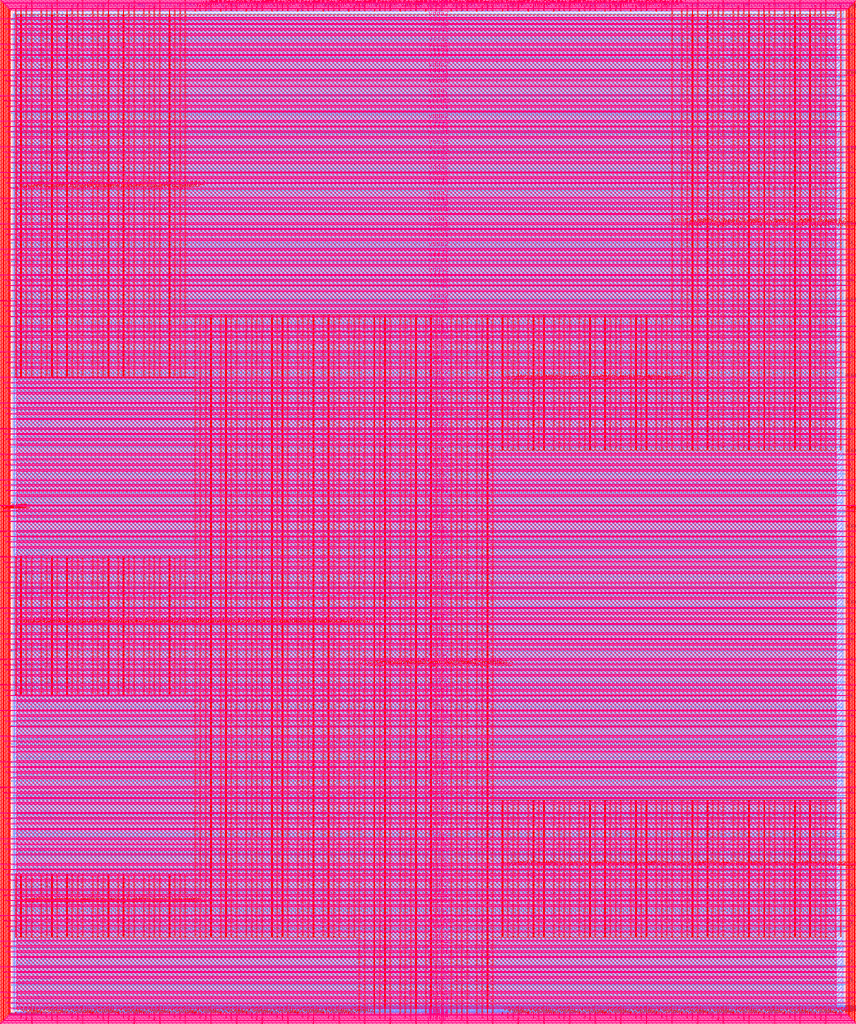
<source format=lef>
VERSION 5.7 ;
  NOWIREEXTENSIONATPIN ON ;
  DIVIDERCHAR "/" ;
  BUSBITCHARS "[]" ;
MACRO user_project_wrapper
  CLASS BLOCK ;
  FOREIGN user_project_wrapper ;
  ORIGIN 0.000 0.000 ;
  SIZE 2920.000 BY 3520.000 ;
  PIN analog_io[0]
    DIRECTION INOUT ;
    USE SIGNAL ;
    PORT
      LAYER met3 ;
        RECT 2917.600 1426.380 2924.800 1427.580 ;
    END
  END analog_io[0]
  PIN analog_io[10]
    DIRECTION INOUT ;
    USE SIGNAL ;
    PORT
      LAYER met2 ;
        RECT 2230.490 3517.600 2231.050 3524.800 ;
    END
  END analog_io[10]
  PIN analog_io[11]
    DIRECTION INOUT ;
    USE SIGNAL ;
    PORT
      LAYER met2 ;
        RECT 1905.730 3517.600 1906.290 3524.800 ;
    END
  END analog_io[11]
  PIN analog_io[12]
    DIRECTION INOUT ;
    USE SIGNAL ;
    PORT
      LAYER met2 ;
        RECT 1581.430 3517.600 1581.990 3524.800 ;
    END
  END analog_io[12]
  PIN analog_io[13]
    DIRECTION INOUT ;
    USE SIGNAL ;
    PORT
      LAYER met2 ;
        RECT 1257.130 3517.600 1257.690 3524.800 ;
    END
  END analog_io[13]
  PIN analog_io[14]
    DIRECTION INOUT ;
    USE SIGNAL ;
    PORT
      LAYER met2 ;
        RECT 932.370 3517.600 932.930 3524.800 ;
    END
  END analog_io[14]
  PIN analog_io[15]
    DIRECTION INOUT ;
    USE SIGNAL ;
    PORT
      LAYER met2 ;
        RECT 608.070 3517.600 608.630 3524.800 ;
    END
  END analog_io[15]
  PIN analog_io[16]
    DIRECTION INOUT ;
    USE SIGNAL ;
    PORT
      LAYER met2 ;
        RECT 283.770 3517.600 284.330 3524.800 ;
    END
  END analog_io[16]
  PIN analog_io[17]
    DIRECTION INOUT ;
    USE SIGNAL ;
    PORT
      LAYER met3 ;
        RECT -4.800 3486.100 2.400 3487.300 ;
    END
  END analog_io[17]
  PIN analog_io[18]
    DIRECTION INOUT ;
    USE SIGNAL ;
    PORT
      LAYER met3 ;
        RECT -4.800 3224.980 2.400 3226.180 ;
    END
  END analog_io[18]
  PIN analog_io[19]
    DIRECTION INOUT ;
    USE SIGNAL ;
    PORT
      LAYER met3 ;
        RECT -4.800 2964.540 2.400 2965.740 ;
    END
  END analog_io[19]
  PIN analog_io[1]
    DIRECTION INOUT ;
    USE SIGNAL ;
    PORT
      LAYER met3 ;
        RECT 2917.600 1692.260 2924.800 1693.460 ;
    END
  END analog_io[1]
  PIN analog_io[20]
    DIRECTION INOUT ;
    USE SIGNAL ;
    PORT
      LAYER met3 ;
        RECT -4.800 2703.420 2.400 2704.620 ;
    END
  END analog_io[20]
  PIN analog_io[21]
    DIRECTION INOUT ;
    USE SIGNAL ;
    PORT
      LAYER met3 ;
        RECT -4.800 2442.980 2.400 2444.180 ;
    END
  END analog_io[21]
  PIN analog_io[22]
    DIRECTION INOUT ;
    USE SIGNAL ;
    PORT
      LAYER met3 ;
        RECT -4.800 2182.540 2.400 2183.740 ;
    END
  END analog_io[22]
  PIN analog_io[23]
    DIRECTION INOUT ;
    USE SIGNAL ;
    PORT
      LAYER met3 ;
        RECT -4.800 1921.420 2.400 1922.620 ;
    END
  END analog_io[23]
  PIN analog_io[24]
    DIRECTION INOUT ;
    USE SIGNAL ;
    PORT
      LAYER met3 ;
        RECT -4.800 1660.980 2.400 1662.180 ;
    END
  END analog_io[24]
  PIN analog_io[25]
    DIRECTION INOUT ;
    USE SIGNAL ;
    PORT
      LAYER met3 ;
        RECT -4.800 1399.860 2.400 1401.060 ;
    END
  END analog_io[25]
  PIN analog_io[26]
    DIRECTION INOUT ;
    USE SIGNAL ;
    PORT
      LAYER met3 ;
        RECT -4.800 1139.420 2.400 1140.620 ;
    END
  END analog_io[26]
  PIN analog_io[27]
    DIRECTION INOUT ;
    USE SIGNAL ;
    PORT
      LAYER met3 ;
        RECT -4.800 878.980 2.400 880.180 ;
    END
  END analog_io[27]
  PIN analog_io[28]
    DIRECTION INOUT ;
    USE SIGNAL ;
    PORT
      LAYER met3 ;
        RECT -4.800 617.860 2.400 619.060 ;
    END
  END analog_io[28]
  PIN analog_io[2]
    DIRECTION INOUT ;
    USE SIGNAL ;
    PORT
      LAYER met3 ;
        RECT 2917.600 1958.140 2924.800 1959.340 ;
    END
  END analog_io[2]
  PIN analog_io[3]
    DIRECTION INOUT ;
    USE SIGNAL ;
    PORT
      LAYER met3 ;
        RECT 2917.600 2223.340 2924.800 2224.540 ;
    END
  END analog_io[3]
  PIN analog_io[4]
    DIRECTION INOUT ;
    USE SIGNAL ;
    PORT
      LAYER met3 ;
        RECT 2917.600 2489.220 2924.800 2490.420 ;
    END
  END analog_io[4]
  PIN analog_io[5]
    DIRECTION INOUT ;
    USE SIGNAL ;
    PORT
      LAYER met3 ;
        RECT 2917.600 2755.100 2924.800 2756.300 ;
    END
  END analog_io[5]
  PIN analog_io[6]
    DIRECTION INOUT ;
    USE SIGNAL ;
    PORT
      LAYER met3 ;
        RECT 2917.600 3020.300 2924.800 3021.500 ;
    END
  END analog_io[6]
  PIN analog_io[7]
    DIRECTION INOUT ;
    USE SIGNAL ;
    PORT
      LAYER met3 ;
        RECT 2917.600 3286.180 2924.800 3287.380 ;
    END
  END analog_io[7]
  PIN analog_io[8]
    DIRECTION INOUT ;
    USE SIGNAL ;
    PORT
      LAYER met2 ;
        RECT 2879.090 3517.600 2879.650 3524.800 ;
    END
  END analog_io[8]
  PIN analog_io[9]
    DIRECTION INOUT ;
    USE SIGNAL ;
    PORT
      LAYER met2 ;
        RECT 2554.790 3517.600 2555.350 3524.800 ;
    END
  END analog_io[9]
  PIN io_in[0]
    DIRECTION INPUT ;
    USE SIGNAL ;
    PORT
      LAYER met3 ;
        RECT 2917.600 32.380 2924.800 33.580 ;
    END
  END io_in[0]
  PIN io_in[10]
    DIRECTION INPUT ;
    USE SIGNAL ;
    PORT
      LAYER met3 ;
        RECT 2917.600 2289.980 2924.800 2291.180 ;
    END
  END io_in[10]
  PIN io_in[11]
    DIRECTION INPUT ;
    USE SIGNAL ;
    PORT
      LAYER met3 ;
        RECT 2917.600 2555.860 2924.800 2557.060 ;
    END
  END io_in[11]
  PIN io_in[12]
    DIRECTION INPUT ;
    USE SIGNAL ;
    PORT
      LAYER met3 ;
        RECT 2917.600 2821.060 2924.800 2822.260 ;
    END
  END io_in[12]
  PIN io_in[13]
    DIRECTION INPUT ;
    USE SIGNAL ;
    PORT
      LAYER met3 ;
        RECT 2917.600 3086.940 2924.800 3088.140 ;
    END
  END io_in[13]
  PIN io_in[14]
    DIRECTION INPUT ;
    USE SIGNAL ;
    PORT
      LAYER met3 ;
        RECT 2917.600 3352.820 2924.800 3354.020 ;
    END
  END io_in[14]
  PIN io_in[15]
    DIRECTION INPUT ;
    USE SIGNAL ;
    PORT
      LAYER met2 ;
        RECT 2798.130 3517.600 2798.690 3524.800 ;
    END
  END io_in[15]
  PIN io_in[16]
    DIRECTION INPUT ;
    USE SIGNAL ;
    PORT
      LAYER met2 ;
        RECT 2473.830 3517.600 2474.390 3524.800 ;
    END
  END io_in[16]
  PIN io_in[17]
    DIRECTION INPUT ;
    USE SIGNAL ;
    PORT
      LAYER met2 ;
        RECT 2149.070 3517.600 2149.630 3524.800 ;
    END
  END io_in[17]
  PIN io_in[18]
    DIRECTION INPUT ;
    USE SIGNAL ;
    PORT
      LAYER met2 ;
        RECT 1824.770 3517.600 1825.330 3524.800 ;
    END
  END io_in[18]
  PIN io_in[19]
    DIRECTION INPUT ;
    USE SIGNAL ;
    PORT
      LAYER met2 ;
        RECT 1500.470 3517.600 1501.030 3524.800 ;
    END
  END io_in[19]
  PIN io_in[1]
    DIRECTION INPUT ;
    USE SIGNAL ;
    PORT
      LAYER met3 ;
        RECT 2917.600 230.940 2924.800 232.140 ;
    END
  END io_in[1]
  PIN io_in[20]
    DIRECTION INPUT ;
    USE SIGNAL ;
    PORT
      LAYER met2 ;
        RECT 1175.710 3517.600 1176.270 3524.800 ;
    END
  END io_in[20]
  PIN io_in[21]
    DIRECTION INPUT ;
    USE SIGNAL ;
    PORT
      LAYER met2 ;
        RECT 851.410 3517.600 851.970 3524.800 ;
    END
  END io_in[21]
  PIN io_in[22]
    DIRECTION INPUT ;
    USE SIGNAL ;
    PORT
      LAYER met2 ;
        RECT 527.110 3517.600 527.670 3524.800 ;
    END
  END io_in[22]
  PIN io_in[23]
    DIRECTION INPUT ;
    USE SIGNAL ;
    PORT
      LAYER met2 ;
        RECT 202.350 3517.600 202.910 3524.800 ;
    END
  END io_in[23]
  PIN io_in[24]
    DIRECTION INPUT ;
    USE SIGNAL ;
    PORT
      LAYER met3 ;
        RECT -4.800 3420.820 2.400 3422.020 ;
    END
  END io_in[24]
  PIN io_in[25]
    DIRECTION INPUT ;
    USE SIGNAL ;
    PORT
      LAYER met3 ;
        RECT -4.800 3159.700 2.400 3160.900 ;
    END
  END io_in[25]
  PIN io_in[26]
    DIRECTION INPUT ;
    USE SIGNAL ;
    PORT
      LAYER met3 ;
        RECT -4.800 2899.260 2.400 2900.460 ;
    END
  END io_in[26]
  PIN io_in[27]
    DIRECTION INPUT ;
    USE SIGNAL ;
    PORT
      LAYER met3 ;
        RECT -4.800 2638.820 2.400 2640.020 ;
    END
  END io_in[27]
  PIN io_in[28]
    DIRECTION INPUT ;
    USE SIGNAL ;
    PORT
      LAYER met3 ;
        RECT -4.800 2377.700 2.400 2378.900 ;
    END
  END io_in[28]
  PIN io_in[29]
    DIRECTION INPUT ;
    USE SIGNAL ;
    PORT
      LAYER met3 ;
        RECT -4.800 2117.260 2.400 2118.460 ;
    END
  END io_in[29]
  PIN io_in[2]
    DIRECTION INPUT ;
    USE SIGNAL ;
    PORT
      LAYER met3 ;
        RECT 2917.600 430.180 2924.800 431.380 ;
    END
  END io_in[2]
  PIN io_in[30]
    DIRECTION INPUT ;
    USE SIGNAL ;
    PORT
      LAYER met3 ;
        RECT -4.800 1856.140 2.400 1857.340 ;
    END
  END io_in[30]
  PIN io_in[31]
    DIRECTION INPUT ;
    USE SIGNAL ;
    PORT
      LAYER met3 ;
        RECT -4.800 1595.700 2.400 1596.900 ;
    END
  END io_in[31]
  PIN io_in[32]
    DIRECTION INPUT ;
    USE SIGNAL ;
    PORT
      LAYER met3 ;
        RECT -4.800 1335.260 2.400 1336.460 ;
    END
  END io_in[32]
  PIN io_in[33]
    DIRECTION INPUT ;
    USE SIGNAL ;
    PORT
      LAYER met3 ;
        RECT -4.800 1074.140 2.400 1075.340 ;
    END
  END io_in[33]
  PIN io_in[34]
    DIRECTION INPUT ;
    USE SIGNAL ;
    PORT
      LAYER met3 ;
        RECT -4.800 813.700 2.400 814.900 ;
    END
  END io_in[34]
  PIN io_in[35]
    DIRECTION INPUT ;
    USE SIGNAL ;
    PORT
      LAYER met3 ;
        RECT -4.800 552.580 2.400 553.780 ;
    END
  END io_in[35]
  PIN io_in[36]
    DIRECTION INPUT ;
    USE SIGNAL ;
    PORT
      LAYER met3 ;
        RECT -4.800 357.420 2.400 358.620 ;
    END
  END io_in[36]
  PIN io_in[37]
    DIRECTION INPUT ;
    USE SIGNAL ;
    PORT
      LAYER met3 ;
        RECT -4.800 161.580 2.400 162.780 ;
    END
  END io_in[37]
  PIN io_in[3]
    DIRECTION INPUT ;
    USE SIGNAL ;
    PORT
      LAYER met3 ;
        RECT 2917.600 629.420 2924.800 630.620 ;
    END
  END io_in[3]
  PIN io_in[4]
    DIRECTION INPUT ;
    USE SIGNAL ;
    PORT
      LAYER met3 ;
        RECT 2917.600 828.660 2924.800 829.860 ;
    END
  END io_in[4]
  PIN io_in[5]
    DIRECTION INPUT ;
    USE SIGNAL ;
    PORT
      LAYER met3 ;
        RECT 2917.600 1027.900 2924.800 1029.100 ;
    END
  END io_in[5]
  PIN io_in[6]
    DIRECTION INPUT ;
    USE SIGNAL ;
    PORT
      LAYER met3 ;
        RECT 2917.600 1227.140 2924.800 1228.340 ;
    END
  END io_in[6]
  PIN io_in[7]
    DIRECTION INPUT ;
    USE SIGNAL ;
    PORT
      LAYER met3 ;
        RECT 2917.600 1493.020 2924.800 1494.220 ;
    END
  END io_in[7]
  PIN io_in[8]
    DIRECTION INPUT ;
    USE SIGNAL ;
    PORT
      LAYER met3 ;
        RECT 2917.600 1758.900 2924.800 1760.100 ;
    END
  END io_in[8]
  PIN io_in[9]
    DIRECTION INPUT ;
    USE SIGNAL ;
    PORT
      LAYER met3 ;
        RECT 2917.600 2024.100 2924.800 2025.300 ;
    END
  END io_in[9]
  PIN io_oeb[0]
    DIRECTION OUTPUT TRISTATE ;
    USE SIGNAL ;
    PORT
      LAYER met3 ;
        RECT 2917.600 164.980 2924.800 166.180 ;
    END
  END io_oeb[0]
  PIN io_oeb[10]
    DIRECTION OUTPUT TRISTATE ;
    USE SIGNAL ;
    PORT
      LAYER met3 ;
        RECT 2917.600 2422.580 2924.800 2423.780 ;
    END
  END io_oeb[10]
  PIN io_oeb[11]
    DIRECTION OUTPUT TRISTATE ;
    USE SIGNAL ;
    PORT
      LAYER met3 ;
        RECT 2917.600 2688.460 2924.800 2689.660 ;
    END
  END io_oeb[11]
  PIN io_oeb[12]
    DIRECTION OUTPUT TRISTATE ;
    USE SIGNAL ;
    PORT
      LAYER met3 ;
        RECT 2917.600 2954.340 2924.800 2955.540 ;
    END
  END io_oeb[12]
  PIN io_oeb[13]
    DIRECTION OUTPUT TRISTATE ;
    USE SIGNAL ;
    PORT
      LAYER met3 ;
        RECT 2917.600 3219.540 2924.800 3220.740 ;
    END
  END io_oeb[13]
  PIN io_oeb[14]
    DIRECTION OUTPUT TRISTATE ;
    USE SIGNAL ;
    PORT
      LAYER met3 ;
        RECT 2917.600 3485.420 2924.800 3486.620 ;
    END
  END io_oeb[14]
  PIN io_oeb[15]
    DIRECTION OUTPUT TRISTATE ;
    USE SIGNAL ;
    PORT
      LAYER met2 ;
        RECT 2635.750 3517.600 2636.310 3524.800 ;
    END
  END io_oeb[15]
  PIN io_oeb[16]
    DIRECTION OUTPUT TRISTATE ;
    USE SIGNAL ;
    PORT
      LAYER met2 ;
        RECT 2311.450 3517.600 2312.010 3524.800 ;
    END
  END io_oeb[16]
  PIN io_oeb[17]
    DIRECTION OUTPUT TRISTATE ;
    USE SIGNAL ;
    PORT
      LAYER met2 ;
        RECT 1987.150 3517.600 1987.710 3524.800 ;
    END
  END io_oeb[17]
  PIN io_oeb[18]
    DIRECTION OUTPUT TRISTATE ;
    USE SIGNAL ;
    PORT
      LAYER met2 ;
        RECT 1662.390 3517.600 1662.950 3524.800 ;
    END
  END io_oeb[18]
  PIN io_oeb[19]
    DIRECTION OUTPUT TRISTATE ;
    USE SIGNAL ;
    PORT
      LAYER met2 ;
        RECT 1338.090 3517.600 1338.650 3524.800 ;
    END
  END io_oeb[19]
  PIN io_oeb[1]
    DIRECTION OUTPUT TRISTATE ;
    USE SIGNAL ;
    PORT
      LAYER met3 ;
        RECT 2917.600 364.220 2924.800 365.420 ;
    END
  END io_oeb[1]
  PIN io_oeb[20]
    DIRECTION OUTPUT TRISTATE ;
    USE SIGNAL ;
    PORT
      LAYER met2 ;
        RECT 1013.790 3517.600 1014.350 3524.800 ;
    END
  END io_oeb[20]
  PIN io_oeb[21]
    DIRECTION OUTPUT TRISTATE ;
    USE SIGNAL ;
    PORT
      LAYER met2 ;
        RECT 689.030 3517.600 689.590 3524.800 ;
    END
  END io_oeb[21]
  PIN io_oeb[22]
    DIRECTION OUTPUT TRISTATE ;
    USE SIGNAL ;
    PORT
      LAYER met2 ;
        RECT 364.730 3517.600 365.290 3524.800 ;
    END
  END io_oeb[22]
  PIN io_oeb[23]
    DIRECTION OUTPUT TRISTATE ;
    USE SIGNAL ;
    PORT
      LAYER met2 ;
        RECT 40.430 3517.600 40.990 3524.800 ;
    END
  END io_oeb[23]
  PIN io_oeb[24]
    DIRECTION OUTPUT TRISTATE ;
    USE SIGNAL ;
    PORT
      LAYER met3 ;
        RECT -4.800 3290.260 2.400 3291.460 ;
    END
  END io_oeb[24]
  PIN io_oeb[25]
    DIRECTION OUTPUT TRISTATE ;
    USE SIGNAL ;
    PORT
      LAYER met3 ;
        RECT -4.800 3029.820 2.400 3031.020 ;
    END
  END io_oeb[25]
  PIN io_oeb[26]
    DIRECTION OUTPUT TRISTATE ;
    USE SIGNAL ;
    PORT
      LAYER met3 ;
        RECT -4.800 2768.700 2.400 2769.900 ;
    END
  END io_oeb[26]
  PIN io_oeb[27]
    DIRECTION OUTPUT TRISTATE ;
    USE SIGNAL ;
    PORT
      LAYER met3 ;
        RECT -4.800 2508.260 2.400 2509.460 ;
    END
  END io_oeb[27]
  PIN io_oeb[28]
    DIRECTION OUTPUT TRISTATE ;
    USE SIGNAL ;
    PORT
      LAYER met3 ;
        RECT -4.800 2247.140 2.400 2248.340 ;
    END
  END io_oeb[28]
  PIN io_oeb[29]
    DIRECTION OUTPUT TRISTATE ;
    USE SIGNAL ;
    PORT
      LAYER met3 ;
        RECT -4.800 1986.700 2.400 1987.900 ;
    END
  END io_oeb[29]
  PIN io_oeb[2]
    DIRECTION OUTPUT TRISTATE ;
    USE SIGNAL ;
    PORT
      LAYER met3 ;
        RECT 2917.600 563.460 2924.800 564.660 ;
    END
  END io_oeb[2]
  PIN io_oeb[30]
    DIRECTION OUTPUT TRISTATE ;
    USE SIGNAL ;
    PORT
      LAYER met3 ;
        RECT -4.800 1726.260 2.400 1727.460 ;
    END
  END io_oeb[30]
  PIN io_oeb[31]
    DIRECTION OUTPUT TRISTATE ;
    USE SIGNAL ;
    PORT
      LAYER met3 ;
        RECT -4.800 1465.140 2.400 1466.340 ;
    END
  END io_oeb[31]
  PIN io_oeb[32]
    DIRECTION OUTPUT TRISTATE ;
    USE SIGNAL ;
    PORT
      LAYER met3 ;
        RECT -4.800 1204.700 2.400 1205.900 ;
    END
  END io_oeb[32]
  PIN io_oeb[33]
    DIRECTION OUTPUT TRISTATE ;
    USE SIGNAL ;
    PORT
      LAYER met3 ;
        RECT -4.800 943.580 2.400 944.780 ;
    END
  END io_oeb[33]
  PIN io_oeb[34]
    DIRECTION OUTPUT TRISTATE ;
    USE SIGNAL ;
    PORT
      LAYER met3 ;
        RECT -4.800 683.140 2.400 684.340 ;
    END
  END io_oeb[34]
  PIN io_oeb[35]
    DIRECTION OUTPUT TRISTATE ;
    USE SIGNAL ;
    PORT
      LAYER met3 ;
        RECT -4.800 422.700 2.400 423.900 ;
    END
  END io_oeb[35]
  PIN io_oeb[36]
    DIRECTION OUTPUT TRISTATE ;
    USE SIGNAL ;
    PORT
      LAYER met3 ;
        RECT -4.800 226.860 2.400 228.060 ;
    END
  END io_oeb[36]
  PIN io_oeb[37]
    DIRECTION OUTPUT TRISTATE ;
    USE SIGNAL ;
    PORT
      LAYER met3 ;
        RECT -4.800 31.700 2.400 32.900 ;
    END
  END io_oeb[37]
  PIN io_oeb[3]
    DIRECTION OUTPUT TRISTATE ;
    USE SIGNAL ;
    PORT
      LAYER met3 ;
        RECT 2917.600 762.700 2924.800 763.900 ;
    END
  END io_oeb[3]
  PIN io_oeb[4]
    DIRECTION OUTPUT TRISTATE ;
    USE SIGNAL ;
    PORT
      LAYER met3 ;
        RECT 2917.600 961.940 2924.800 963.140 ;
    END
  END io_oeb[4]
  PIN io_oeb[5]
    DIRECTION OUTPUT TRISTATE ;
    USE SIGNAL ;
    PORT
      LAYER met3 ;
        RECT 2917.600 1161.180 2924.800 1162.380 ;
    END
  END io_oeb[5]
  PIN io_oeb[6]
    DIRECTION OUTPUT TRISTATE ;
    USE SIGNAL ;
    PORT
      LAYER met3 ;
        RECT 2917.600 1360.420 2924.800 1361.620 ;
    END
  END io_oeb[6]
  PIN io_oeb[7]
    DIRECTION OUTPUT TRISTATE ;
    USE SIGNAL ;
    PORT
      LAYER met3 ;
        RECT 2917.600 1625.620 2924.800 1626.820 ;
    END
  END io_oeb[7]
  PIN io_oeb[8]
    DIRECTION OUTPUT TRISTATE ;
    USE SIGNAL ;
    PORT
      LAYER met3 ;
        RECT 2917.600 1891.500 2924.800 1892.700 ;
    END
  END io_oeb[8]
  PIN io_oeb[9]
    DIRECTION OUTPUT TRISTATE ;
    USE SIGNAL ;
    PORT
      LAYER met3 ;
        RECT 2917.600 2157.380 2924.800 2158.580 ;
    END
  END io_oeb[9]
  PIN io_out[0]
    DIRECTION OUTPUT TRISTATE ;
    USE SIGNAL ;
    PORT
      LAYER met3 ;
        RECT 2917.600 98.340 2924.800 99.540 ;
    END
  END io_out[0]
  PIN io_out[10]
    DIRECTION OUTPUT TRISTATE ;
    USE SIGNAL ;
    PORT
      LAYER met3 ;
        RECT 2917.600 2356.620 2924.800 2357.820 ;
    END
  END io_out[10]
  PIN io_out[11]
    DIRECTION OUTPUT TRISTATE ;
    USE SIGNAL ;
    PORT
      LAYER met3 ;
        RECT 2917.600 2621.820 2924.800 2623.020 ;
    END
  END io_out[11]
  PIN io_out[12]
    DIRECTION OUTPUT TRISTATE ;
    USE SIGNAL ;
    PORT
      LAYER met3 ;
        RECT 2917.600 2887.700 2924.800 2888.900 ;
    END
  END io_out[12]
  PIN io_out[13]
    DIRECTION OUTPUT TRISTATE ;
    USE SIGNAL ;
    PORT
      LAYER met3 ;
        RECT 2917.600 3153.580 2924.800 3154.780 ;
    END
  END io_out[13]
  PIN io_out[14]
    DIRECTION OUTPUT TRISTATE ;
    USE SIGNAL ;
    PORT
      LAYER met3 ;
        RECT 2917.600 3418.780 2924.800 3419.980 ;
    END
  END io_out[14]
  PIN io_out[15]
    DIRECTION OUTPUT TRISTATE ;
    USE SIGNAL ;
    PORT
      LAYER met2 ;
        RECT 2717.170 3517.600 2717.730 3524.800 ;
    END
  END io_out[15]
  PIN io_out[16]
    DIRECTION OUTPUT TRISTATE ;
    USE SIGNAL ;
    PORT
      LAYER met2 ;
        RECT 2392.410 3517.600 2392.970 3524.800 ;
    END
  END io_out[16]
  PIN io_out[17]
    DIRECTION OUTPUT TRISTATE ;
    USE SIGNAL ;
    PORT
      LAYER met2 ;
        RECT 2068.110 3517.600 2068.670 3524.800 ;
    END
  END io_out[17]
  PIN io_out[18]
    DIRECTION OUTPUT TRISTATE ;
    USE SIGNAL ;
    PORT
      LAYER met2 ;
        RECT 1743.810 3517.600 1744.370 3524.800 ;
    END
  END io_out[18]
  PIN io_out[19]
    DIRECTION OUTPUT TRISTATE ;
    USE SIGNAL ;
    PORT
      LAYER met2 ;
        RECT 1419.050 3517.600 1419.610 3524.800 ;
    END
  END io_out[19]
  PIN io_out[1]
    DIRECTION OUTPUT TRISTATE ;
    USE SIGNAL ;
    PORT
      LAYER met3 ;
        RECT 2917.600 297.580 2924.800 298.780 ;
    END
  END io_out[1]
  PIN io_out[20]
    DIRECTION OUTPUT TRISTATE ;
    USE SIGNAL ;
    PORT
      LAYER met2 ;
        RECT 1094.750 3517.600 1095.310 3524.800 ;
    END
  END io_out[20]
  PIN io_out[21]
    DIRECTION OUTPUT TRISTATE ;
    USE SIGNAL ;
    PORT
      LAYER met2 ;
        RECT 770.450 3517.600 771.010 3524.800 ;
    END
  END io_out[21]
  PIN io_out[22]
    DIRECTION OUTPUT TRISTATE ;
    USE SIGNAL ;
    PORT
      LAYER met2 ;
        RECT 445.690 3517.600 446.250 3524.800 ;
    END
  END io_out[22]
  PIN io_out[23]
    DIRECTION OUTPUT TRISTATE ;
    USE SIGNAL ;
    PORT
      LAYER met2 ;
        RECT 121.390 3517.600 121.950 3524.800 ;
    END
  END io_out[23]
  PIN io_out[24]
    DIRECTION OUTPUT TRISTATE ;
    USE SIGNAL ;
    PORT
      LAYER met3 ;
        RECT -4.800 3355.540 2.400 3356.740 ;
    END
  END io_out[24]
  PIN io_out[25]
    DIRECTION OUTPUT TRISTATE ;
    USE SIGNAL ;
    PORT
      LAYER met3 ;
        RECT -4.800 3095.100 2.400 3096.300 ;
    END
  END io_out[25]
  PIN io_out[26]
    DIRECTION OUTPUT TRISTATE ;
    USE SIGNAL ;
    PORT
      LAYER met3 ;
        RECT -4.800 2833.980 2.400 2835.180 ;
    END
  END io_out[26]
  PIN io_out[27]
    DIRECTION OUTPUT TRISTATE ;
    USE SIGNAL ;
    PORT
      LAYER met3 ;
        RECT -4.800 2573.540 2.400 2574.740 ;
    END
  END io_out[27]
  PIN io_out[28]
    DIRECTION OUTPUT TRISTATE ;
    USE SIGNAL ;
    PORT
      LAYER met3 ;
        RECT -4.800 2312.420 2.400 2313.620 ;
    END
  END io_out[28]
  PIN io_out[29]
    DIRECTION OUTPUT TRISTATE ;
    USE SIGNAL ;
    PORT
      LAYER met3 ;
        RECT -4.800 2051.980 2.400 2053.180 ;
    END
  END io_out[29]
  PIN io_out[2]
    DIRECTION OUTPUT TRISTATE ;
    USE SIGNAL ;
    PORT
      LAYER met3 ;
        RECT 2917.600 496.820 2924.800 498.020 ;
    END
  END io_out[2]
  PIN io_out[30]
    DIRECTION OUTPUT TRISTATE ;
    USE SIGNAL ;
    PORT
      LAYER met3 ;
        RECT -4.800 1791.540 2.400 1792.740 ;
    END
  END io_out[30]
  PIN io_out[31]
    DIRECTION OUTPUT TRISTATE ;
    USE SIGNAL ;
    PORT
      LAYER met3 ;
        RECT -4.800 1530.420 2.400 1531.620 ;
    END
  END io_out[31]
  PIN io_out[32]
    DIRECTION OUTPUT TRISTATE ;
    USE SIGNAL ;
    PORT
      LAYER met3 ;
        RECT -4.800 1269.980 2.400 1271.180 ;
    END
  END io_out[32]
  PIN io_out[33]
    DIRECTION OUTPUT TRISTATE ;
    USE SIGNAL ;
    PORT
      LAYER met3 ;
        RECT -4.800 1008.860 2.400 1010.060 ;
    END
  END io_out[33]
  PIN io_out[34]
    DIRECTION OUTPUT TRISTATE ;
    USE SIGNAL ;
    PORT
      LAYER met3 ;
        RECT -4.800 748.420 2.400 749.620 ;
    END
  END io_out[34]
  PIN io_out[35]
    DIRECTION OUTPUT TRISTATE ;
    USE SIGNAL ;
    PORT
      LAYER met3 ;
        RECT -4.800 487.300 2.400 488.500 ;
    END
  END io_out[35]
  PIN io_out[36]
    DIRECTION OUTPUT TRISTATE ;
    USE SIGNAL ;
    PORT
      LAYER met3 ;
        RECT -4.800 292.140 2.400 293.340 ;
    END
  END io_out[36]
  PIN io_out[37]
    DIRECTION OUTPUT TRISTATE ;
    USE SIGNAL ;
    PORT
      LAYER met3 ;
        RECT -4.800 96.300 2.400 97.500 ;
    END
  END io_out[37]
  PIN io_out[3]
    DIRECTION OUTPUT TRISTATE ;
    USE SIGNAL ;
    PORT
      LAYER met3 ;
        RECT 2917.600 696.060 2924.800 697.260 ;
    END
  END io_out[3]
  PIN io_out[4]
    DIRECTION OUTPUT TRISTATE ;
    USE SIGNAL ;
    PORT
      LAYER met3 ;
        RECT 2917.600 895.300 2924.800 896.500 ;
    END
  END io_out[4]
  PIN io_out[5]
    DIRECTION OUTPUT TRISTATE ;
    USE SIGNAL ;
    PORT
      LAYER met3 ;
        RECT 2917.600 1094.540 2924.800 1095.740 ;
    END
  END io_out[5]
  PIN io_out[6]
    DIRECTION OUTPUT TRISTATE ;
    USE SIGNAL ;
    PORT
      LAYER met3 ;
        RECT 2917.600 1293.780 2924.800 1294.980 ;
    END
  END io_out[6]
  PIN io_out[7]
    DIRECTION OUTPUT TRISTATE ;
    USE SIGNAL ;
    PORT
      LAYER met3 ;
        RECT 2917.600 1559.660 2924.800 1560.860 ;
    END
  END io_out[7]
  PIN io_out[8]
    DIRECTION OUTPUT TRISTATE ;
    USE SIGNAL ;
    PORT
      LAYER met3 ;
        RECT 2917.600 1824.860 2924.800 1826.060 ;
    END
  END io_out[8]
  PIN io_out[9]
    DIRECTION OUTPUT TRISTATE ;
    USE SIGNAL ;
    PORT
      LAYER met3 ;
        RECT 2917.600 2090.740 2924.800 2091.940 ;
    END
  END io_out[9]
  PIN la_data_in[0]
    DIRECTION INPUT ;
    USE SIGNAL ;
    PORT
      LAYER met2 ;
        RECT 629.230 -4.800 629.790 2.400 ;
    END
  END la_data_in[0]
  PIN la_data_in[100]
    DIRECTION INPUT ;
    USE SIGNAL ;
    PORT
      LAYER met2 ;
        RECT 2402.530 -4.800 2403.090 2.400 ;
    END
  END la_data_in[100]
  PIN la_data_in[101]
    DIRECTION INPUT ;
    USE SIGNAL ;
    PORT
      LAYER met2 ;
        RECT 2420.010 -4.800 2420.570 2.400 ;
    END
  END la_data_in[101]
  PIN la_data_in[102]
    DIRECTION INPUT ;
    USE SIGNAL ;
    PORT
      LAYER met2 ;
        RECT 2437.950 -4.800 2438.510 2.400 ;
    END
  END la_data_in[102]
  PIN la_data_in[103]
    DIRECTION INPUT ;
    USE SIGNAL ;
    PORT
      LAYER met2 ;
        RECT 2455.430 -4.800 2455.990 2.400 ;
    END
  END la_data_in[103]
  PIN la_data_in[104]
    DIRECTION INPUT ;
    USE SIGNAL ;
    PORT
      LAYER met2 ;
        RECT 2473.370 -4.800 2473.930 2.400 ;
    END
  END la_data_in[104]
  PIN la_data_in[105]
    DIRECTION INPUT ;
    USE SIGNAL ;
    PORT
      LAYER met2 ;
        RECT 2490.850 -4.800 2491.410 2.400 ;
    END
  END la_data_in[105]
  PIN la_data_in[106]
    DIRECTION INPUT ;
    USE SIGNAL ;
    PORT
      LAYER met2 ;
        RECT 2508.790 -4.800 2509.350 2.400 ;
    END
  END la_data_in[106]
  PIN la_data_in[107]
    DIRECTION INPUT ;
    USE SIGNAL ;
    PORT
      LAYER met2 ;
        RECT 2526.730 -4.800 2527.290 2.400 ;
    END
  END la_data_in[107]
  PIN la_data_in[108]
    DIRECTION INPUT ;
    USE SIGNAL ;
    PORT
      LAYER met2 ;
        RECT 2544.210 -4.800 2544.770 2.400 ;
    END
  END la_data_in[108]
  PIN la_data_in[109]
    DIRECTION INPUT ;
    USE SIGNAL ;
    PORT
      LAYER met2 ;
        RECT 2562.150 -4.800 2562.710 2.400 ;
    END
  END la_data_in[109]
  PIN la_data_in[10]
    DIRECTION INPUT ;
    USE SIGNAL ;
    PORT
      LAYER met2 ;
        RECT 806.330 -4.800 806.890 2.400 ;
    END
  END la_data_in[10]
  PIN la_data_in[110]
    DIRECTION INPUT ;
    USE SIGNAL ;
    PORT
      LAYER met2 ;
        RECT 2579.630 -4.800 2580.190 2.400 ;
    END
  END la_data_in[110]
  PIN la_data_in[111]
    DIRECTION INPUT ;
    USE SIGNAL ;
    PORT
      LAYER met2 ;
        RECT 2597.570 -4.800 2598.130 2.400 ;
    END
  END la_data_in[111]
  PIN la_data_in[112]
    DIRECTION INPUT ;
    USE SIGNAL ;
    PORT
      LAYER met2 ;
        RECT 2615.050 -4.800 2615.610 2.400 ;
    END
  END la_data_in[112]
  PIN la_data_in[113]
    DIRECTION INPUT ;
    USE SIGNAL ;
    PORT
      LAYER met2 ;
        RECT 2632.990 -4.800 2633.550 2.400 ;
    END
  END la_data_in[113]
  PIN la_data_in[114]
    DIRECTION INPUT ;
    USE SIGNAL ;
    PORT
      LAYER met2 ;
        RECT 2650.470 -4.800 2651.030 2.400 ;
    END
  END la_data_in[114]
  PIN la_data_in[115]
    DIRECTION INPUT ;
    USE SIGNAL ;
    PORT
      LAYER met2 ;
        RECT 2668.410 -4.800 2668.970 2.400 ;
    END
  END la_data_in[115]
  PIN la_data_in[116]
    DIRECTION INPUT ;
    USE SIGNAL ;
    PORT
      LAYER met2 ;
        RECT 2685.890 -4.800 2686.450 2.400 ;
    END
  END la_data_in[116]
  PIN la_data_in[117]
    DIRECTION INPUT ;
    USE SIGNAL ;
    PORT
      LAYER met2 ;
        RECT 2703.830 -4.800 2704.390 2.400 ;
    END
  END la_data_in[117]
  PIN la_data_in[118]
    DIRECTION INPUT ;
    USE SIGNAL ;
    PORT
      LAYER met2 ;
        RECT 2721.770 -4.800 2722.330 2.400 ;
    END
  END la_data_in[118]
  PIN la_data_in[119]
    DIRECTION INPUT ;
    USE SIGNAL ;
    PORT
      LAYER met2 ;
        RECT 2739.250 -4.800 2739.810 2.400 ;
    END
  END la_data_in[119]
  PIN la_data_in[11]
    DIRECTION INPUT ;
    USE SIGNAL ;
    PORT
      LAYER met2 ;
        RECT 824.270 -4.800 824.830 2.400 ;
    END
  END la_data_in[11]
  PIN la_data_in[120]
    DIRECTION INPUT ;
    USE SIGNAL ;
    PORT
      LAYER met2 ;
        RECT 2757.190 -4.800 2757.750 2.400 ;
    END
  END la_data_in[120]
  PIN la_data_in[121]
    DIRECTION INPUT ;
    USE SIGNAL ;
    PORT
      LAYER met2 ;
        RECT 2774.670 -4.800 2775.230 2.400 ;
    END
  END la_data_in[121]
  PIN la_data_in[122]
    DIRECTION INPUT ;
    USE SIGNAL ;
    PORT
      LAYER met2 ;
        RECT 2792.610 -4.800 2793.170 2.400 ;
    END
  END la_data_in[122]
  PIN la_data_in[123]
    DIRECTION INPUT ;
    USE SIGNAL ;
    PORT
      LAYER met2 ;
        RECT 2810.090 -4.800 2810.650 2.400 ;
    END
  END la_data_in[123]
  PIN la_data_in[124]
    DIRECTION INPUT ;
    USE SIGNAL ;
    PORT
      LAYER met2 ;
        RECT 2828.030 -4.800 2828.590 2.400 ;
    END
  END la_data_in[124]
  PIN la_data_in[125]
    DIRECTION INPUT ;
    USE SIGNAL ;
    PORT
      LAYER met2 ;
        RECT 2845.510 -4.800 2846.070 2.400 ;
    END
  END la_data_in[125]
  PIN la_data_in[126]
    DIRECTION INPUT ;
    USE SIGNAL ;
    PORT
      LAYER met2 ;
        RECT 2863.450 -4.800 2864.010 2.400 ;
    END
  END la_data_in[126]
  PIN la_data_in[127]
    DIRECTION INPUT ;
    USE SIGNAL ;
    PORT
      LAYER met2 ;
        RECT 2881.390 -4.800 2881.950 2.400 ;
    END
  END la_data_in[127]
  PIN la_data_in[12]
    DIRECTION INPUT ;
    USE SIGNAL ;
    PORT
      LAYER met2 ;
        RECT 841.750 -4.800 842.310 2.400 ;
    END
  END la_data_in[12]
  PIN la_data_in[13]
    DIRECTION INPUT ;
    USE SIGNAL ;
    PORT
      LAYER met2 ;
        RECT 859.690 -4.800 860.250 2.400 ;
    END
  END la_data_in[13]
  PIN la_data_in[14]
    DIRECTION INPUT ;
    USE SIGNAL ;
    PORT
      LAYER met2 ;
        RECT 877.170 -4.800 877.730 2.400 ;
    END
  END la_data_in[14]
  PIN la_data_in[15]
    DIRECTION INPUT ;
    USE SIGNAL ;
    PORT
      LAYER met2 ;
        RECT 895.110 -4.800 895.670 2.400 ;
    END
  END la_data_in[15]
  PIN la_data_in[16]
    DIRECTION INPUT ;
    USE SIGNAL ;
    PORT
      LAYER met2 ;
        RECT 912.590 -4.800 913.150 2.400 ;
    END
  END la_data_in[16]
  PIN la_data_in[17]
    DIRECTION INPUT ;
    USE SIGNAL ;
    PORT
      LAYER met2 ;
        RECT 930.530 -4.800 931.090 2.400 ;
    END
  END la_data_in[17]
  PIN la_data_in[18]
    DIRECTION INPUT ;
    USE SIGNAL ;
    PORT
      LAYER met2 ;
        RECT 948.470 -4.800 949.030 2.400 ;
    END
  END la_data_in[18]
  PIN la_data_in[19]
    DIRECTION INPUT ;
    USE SIGNAL ;
    PORT
      LAYER met2 ;
        RECT 965.950 -4.800 966.510 2.400 ;
    END
  END la_data_in[19]
  PIN la_data_in[1]
    DIRECTION INPUT ;
    USE SIGNAL ;
    PORT
      LAYER met2 ;
        RECT 646.710 -4.800 647.270 2.400 ;
    END
  END la_data_in[1]
  PIN la_data_in[20]
    DIRECTION INPUT ;
    USE SIGNAL ;
    PORT
      LAYER met2 ;
        RECT 983.890 -4.800 984.450 2.400 ;
    END
  END la_data_in[20]
  PIN la_data_in[21]
    DIRECTION INPUT ;
    USE SIGNAL ;
    PORT
      LAYER met2 ;
        RECT 1001.370 -4.800 1001.930 2.400 ;
    END
  END la_data_in[21]
  PIN la_data_in[22]
    DIRECTION INPUT ;
    USE SIGNAL ;
    PORT
      LAYER met2 ;
        RECT 1019.310 -4.800 1019.870 2.400 ;
    END
  END la_data_in[22]
  PIN la_data_in[23]
    DIRECTION INPUT ;
    USE SIGNAL ;
    PORT
      LAYER met2 ;
        RECT 1036.790 -4.800 1037.350 2.400 ;
    END
  END la_data_in[23]
  PIN la_data_in[24]
    DIRECTION INPUT ;
    USE SIGNAL ;
    PORT
      LAYER met2 ;
        RECT 1054.730 -4.800 1055.290 2.400 ;
    END
  END la_data_in[24]
  PIN la_data_in[25]
    DIRECTION INPUT ;
    USE SIGNAL ;
    PORT
      LAYER met2 ;
        RECT 1072.210 -4.800 1072.770 2.400 ;
    END
  END la_data_in[25]
  PIN la_data_in[26]
    DIRECTION INPUT ;
    USE SIGNAL ;
    PORT
      LAYER met2 ;
        RECT 1090.150 -4.800 1090.710 2.400 ;
    END
  END la_data_in[26]
  PIN la_data_in[27]
    DIRECTION INPUT ;
    USE SIGNAL ;
    PORT
      LAYER met2 ;
        RECT 1107.630 -4.800 1108.190 2.400 ;
    END
  END la_data_in[27]
  PIN la_data_in[28]
    DIRECTION INPUT ;
    USE SIGNAL ;
    PORT
      LAYER met2 ;
        RECT 1125.570 -4.800 1126.130 2.400 ;
    END
  END la_data_in[28]
  PIN la_data_in[29]
    DIRECTION INPUT ;
    USE SIGNAL ;
    PORT
      LAYER met2 ;
        RECT 1143.510 -4.800 1144.070 2.400 ;
    END
  END la_data_in[29]
  PIN la_data_in[2]
    DIRECTION INPUT ;
    USE SIGNAL ;
    PORT
      LAYER met2 ;
        RECT 664.650 -4.800 665.210 2.400 ;
    END
  END la_data_in[2]
  PIN la_data_in[30]
    DIRECTION INPUT ;
    USE SIGNAL ;
    PORT
      LAYER met2 ;
        RECT 1160.990 -4.800 1161.550 2.400 ;
    END
  END la_data_in[30]
  PIN la_data_in[31]
    DIRECTION INPUT ;
    USE SIGNAL ;
    PORT
      LAYER met2 ;
        RECT 1178.930 -4.800 1179.490 2.400 ;
    END
  END la_data_in[31]
  PIN la_data_in[32]
    DIRECTION INPUT ;
    USE SIGNAL ;
    PORT
      LAYER met2 ;
        RECT 1196.410 -4.800 1196.970 2.400 ;
    END
  END la_data_in[32]
  PIN la_data_in[33]
    DIRECTION INPUT ;
    USE SIGNAL ;
    PORT
      LAYER met2 ;
        RECT 1214.350 -4.800 1214.910 2.400 ;
    END
  END la_data_in[33]
  PIN la_data_in[34]
    DIRECTION INPUT ;
    USE SIGNAL ;
    PORT
      LAYER met2 ;
        RECT 1231.830 -4.800 1232.390 2.400 ;
    END
  END la_data_in[34]
  PIN la_data_in[35]
    DIRECTION INPUT ;
    USE SIGNAL ;
    PORT
      LAYER met2 ;
        RECT 1249.770 -4.800 1250.330 2.400 ;
    END
  END la_data_in[35]
  PIN la_data_in[36]
    DIRECTION INPUT ;
    USE SIGNAL ;
    PORT
      LAYER met2 ;
        RECT 1267.250 -4.800 1267.810 2.400 ;
    END
  END la_data_in[36]
  PIN la_data_in[37]
    DIRECTION INPUT ;
    USE SIGNAL ;
    PORT
      LAYER met2 ;
        RECT 1285.190 -4.800 1285.750 2.400 ;
    END
  END la_data_in[37]
  PIN la_data_in[38]
    DIRECTION INPUT ;
    USE SIGNAL ;
    PORT
      LAYER met2 ;
        RECT 1303.130 -4.800 1303.690 2.400 ;
    END
  END la_data_in[38]
  PIN la_data_in[39]
    DIRECTION INPUT ;
    USE SIGNAL ;
    PORT
      LAYER met2 ;
        RECT 1320.610 -4.800 1321.170 2.400 ;
    END
  END la_data_in[39]
  PIN la_data_in[3]
    DIRECTION INPUT ;
    USE SIGNAL ;
    PORT
      LAYER met2 ;
        RECT 682.130 -4.800 682.690 2.400 ;
    END
  END la_data_in[3]
  PIN la_data_in[40]
    DIRECTION INPUT ;
    USE SIGNAL ;
    PORT
      LAYER met2 ;
        RECT 1338.550 -4.800 1339.110 2.400 ;
    END
  END la_data_in[40]
  PIN la_data_in[41]
    DIRECTION INPUT ;
    USE SIGNAL ;
    PORT
      LAYER met2 ;
        RECT 1356.030 -4.800 1356.590 2.400 ;
    END
  END la_data_in[41]
  PIN la_data_in[42]
    DIRECTION INPUT ;
    USE SIGNAL ;
    PORT
      LAYER met2 ;
        RECT 1373.970 -4.800 1374.530 2.400 ;
    END
  END la_data_in[42]
  PIN la_data_in[43]
    DIRECTION INPUT ;
    USE SIGNAL ;
    PORT
      LAYER met2 ;
        RECT 1391.450 -4.800 1392.010 2.400 ;
    END
  END la_data_in[43]
  PIN la_data_in[44]
    DIRECTION INPUT ;
    USE SIGNAL ;
    PORT
      LAYER met2 ;
        RECT 1409.390 -4.800 1409.950 2.400 ;
    END
  END la_data_in[44]
  PIN la_data_in[45]
    DIRECTION INPUT ;
    USE SIGNAL ;
    PORT
      LAYER met2 ;
        RECT 1426.870 -4.800 1427.430 2.400 ;
    END
  END la_data_in[45]
  PIN la_data_in[46]
    DIRECTION INPUT ;
    USE SIGNAL ;
    PORT
      LAYER met2 ;
        RECT 1444.810 -4.800 1445.370 2.400 ;
    END
  END la_data_in[46]
  PIN la_data_in[47]
    DIRECTION INPUT ;
    USE SIGNAL ;
    PORT
      LAYER met2 ;
        RECT 1462.750 -4.800 1463.310 2.400 ;
    END
  END la_data_in[47]
  PIN la_data_in[48]
    DIRECTION INPUT ;
    USE SIGNAL ;
    PORT
      LAYER met2 ;
        RECT 1480.230 -4.800 1480.790 2.400 ;
    END
  END la_data_in[48]
  PIN la_data_in[49]
    DIRECTION INPUT ;
    USE SIGNAL ;
    PORT
      LAYER met2 ;
        RECT 1498.170 -4.800 1498.730 2.400 ;
    END
  END la_data_in[49]
  PIN la_data_in[4]
    DIRECTION INPUT ;
    USE SIGNAL ;
    PORT
      LAYER met2 ;
        RECT 700.070 -4.800 700.630 2.400 ;
    END
  END la_data_in[4]
  PIN la_data_in[50]
    DIRECTION INPUT ;
    USE SIGNAL ;
    PORT
      LAYER met2 ;
        RECT 1515.650 -4.800 1516.210 2.400 ;
    END
  END la_data_in[50]
  PIN la_data_in[51]
    DIRECTION INPUT ;
    USE SIGNAL ;
    PORT
      LAYER met2 ;
        RECT 1533.590 -4.800 1534.150 2.400 ;
    END
  END la_data_in[51]
  PIN la_data_in[52]
    DIRECTION INPUT ;
    USE SIGNAL ;
    PORT
      LAYER met2 ;
        RECT 1551.070 -4.800 1551.630 2.400 ;
    END
  END la_data_in[52]
  PIN la_data_in[53]
    DIRECTION INPUT ;
    USE SIGNAL ;
    PORT
      LAYER met2 ;
        RECT 1569.010 -4.800 1569.570 2.400 ;
    END
  END la_data_in[53]
  PIN la_data_in[54]
    DIRECTION INPUT ;
    USE SIGNAL ;
    PORT
      LAYER met2 ;
        RECT 1586.490 -4.800 1587.050 2.400 ;
    END
  END la_data_in[54]
  PIN la_data_in[55]
    DIRECTION INPUT ;
    USE SIGNAL ;
    PORT
      LAYER met2 ;
        RECT 1604.430 -4.800 1604.990 2.400 ;
    END
  END la_data_in[55]
  PIN la_data_in[56]
    DIRECTION INPUT ;
    USE SIGNAL ;
    PORT
      LAYER met2 ;
        RECT 1621.910 -4.800 1622.470 2.400 ;
    END
  END la_data_in[56]
  PIN la_data_in[57]
    DIRECTION INPUT ;
    USE SIGNAL ;
    PORT
      LAYER met2 ;
        RECT 1639.850 -4.800 1640.410 2.400 ;
    END
  END la_data_in[57]
  PIN la_data_in[58]
    DIRECTION INPUT ;
    USE SIGNAL ;
    PORT
      LAYER met2 ;
        RECT 1657.790 -4.800 1658.350 2.400 ;
    END
  END la_data_in[58]
  PIN la_data_in[59]
    DIRECTION INPUT ;
    USE SIGNAL ;
    PORT
      LAYER met2 ;
        RECT 1675.270 -4.800 1675.830 2.400 ;
    END
  END la_data_in[59]
  PIN la_data_in[5]
    DIRECTION INPUT ;
    USE SIGNAL ;
    PORT
      LAYER met2 ;
        RECT 717.550 -4.800 718.110 2.400 ;
    END
  END la_data_in[5]
  PIN la_data_in[60]
    DIRECTION INPUT ;
    USE SIGNAL ;
    PORT
      LAYER met2 ;
        RECT 1693.210 -4.800 1693.770 2.400 ;
    END
  END la_data_in[60]
  PIN la_data_in[61]
    DIRECTION INPUT ;
    USE SIGNAL ;
    PORT
      LAYER met2 ;
        RECT 1710.690 -4.800 1711.250 2.400 ;
    END
  END la_data_in[61]
  PIN la_data_in[62]
    DIRECTION INPUT ;
    USE SIGNAL ;
    PORT
      LAYER met2 ;
        RECT 1728.630 -4.800 1729.190 2.400 ;
    END
  END la_data_in[62]
  PIN la_data_in[63]
    DIRECTION INPUT ;
    USE SIGNAL ;
    PORT
      LAYER met2 ;
        RECT 1746.110 -4.800 1746.670 2.400 ;
    END
  END la_data_in[63]
  PIN la_data_in[64]
    DIRECTION INPUT ;
    USE SIGNAL ;
    PORT
      LAYER met2 ;
        RECT 1764.050 -4.800 1764.610 2.400 ;
    END
  END la_data_in[64]
  PIN la_data_in[65]
    DIRECTION INPUT ;
    USE SIGNAL ;
    PORT
      LAYER met2 ;
        RECT 1781.530 -4.800 1782.090 2.400 ;
    END
  END la_data_in[65]
  PIN la_data_in[66]
    DIRECTION INPUT ;
    USE SIGNAL ;
    PORT
      LAYER met2 ;
        RECT 1799.470 -4.800 1800.030 2.400 ;
    END
  END la_data_in[66]
  PIN la_data_in[67]
    DIRECTION INPUT ;
    USE SIGNAL ;
    PORT
      LAYER met2 ;
        RECT 1817.410 -4.800 1817.970 2.400 ;
    END
  END la_data_in[67]
  PIN la_data_in[68]
    DIRECTION INPUT ;
    USE SIGNAL ;
    PORT
      LAYER met2 ;
        RECT 1834.890 -4.800 1835.450 2.400 ;
    END
  END la_data_in[68]
  PIN la_data_in[69]
    DIRECTION INPUT ;
    USE SIGNAL ;
    PORT
      LAYER met2 ;
        RECT 1852.830 -4.800 1853.390 2.400 ;
    END
  END la_data_in[69]
  PIN la_data_in[6]
    DIRECTION INPUT ;
    USE SIGNAL ;
    PORT
      LAYER met2 ;
        RECT 735.490 -4.800 736.050 2.400 ;
    END
  END la_data_in[6]
  PIN la_data_in[70]
    DIRECTION INPUT ;
    USE SIGNAL ;
    PORT
      LAYER met2 ;
        RECT 1870.310 -4.800 1870.870 2.400 ;
    END
  END la_data_in[70]
  PIN la_data_in[71]
    DIRECTION INPUT ;
    USE SIGNAL ;
    PORT
      LAYER met2 ;
        RECT 1888.250 -4.800 1888.810 2.400 ;
    END
  END la_data_in[71]
  PIN la_data_in[72]
    DIRECTION INPUT ;
    USE SIGNAL ;
    PORT
      LAYER met2 ;
        RECT 1905.730 -4.800 1906.290 2.400 ;
    END
  END la_data_in[72]
  PIN la_data_in[73]
    DIRECTION INPUT ;
    USE SIGNAL ;
    PORT
      LAYER met2 ;
        RECT 1923.670 -4.800 1924.230 2.400 ;
    END
  END la_data_in[73]
  PIN la_data_in[74]
    DIRECTION INPUT ;
    USE SIGNAL ;
    PORT
      LAYER met2 ;
        RECT 1941.150 -4.800 1941.710 2.400 ;
    END
  END la_data_in[74]
  PIN la_data_in[75]
    DIRECTION INPUT ;
    USE SIGNAL ;
    PORT
      LAYER met2 ;
        RECT 1959.090 -4.800 1959.650 2.400 ;
    END
  END la_data_in[75]
  PIN la_data_in[76]
    DIRECTION INPUT ;
    USE SIGNAL ;
    PORT
      LAYER met2 ;
        RECT 1976.570 -4.800 1977.130 2.400 ;
    END
  END la_data_in[76]
  PIN la_data_in[77]
    DIRECTION INPUT ;
    USE SIGNAL ;
    PORT
      LAYER met2 ;
        RECT 1994.510 -4.800 1995.070 2.400 ;
    END
  END la_data_in[77]
  PIN la_data_in[78]
    DIRECTION INPUT ;
    USE SIGNAL ;
    PORT
      LAYER met2 ;
        RECT 2012.450 -4.800 2013.010 2.400 ;
    END
  END la_data_in[78]
  PIN la_data_in[79]
    DIRECTION INPUT ;
    USE SIGNAL ;
    PORT
      LAYER met2 ;
        RECT 2029.930 -4.800 2030.490 2.400 ;
    END
  END la_data_in[79]
  PIN la_data_in[7]
    DIRECTION INPUT ;
    USE SIGNAL ;
    PORT
      LAYER met2 ;
        RECT 752.970 -4.800 753.530 2.400 ;
    END
  END la_data_in[7]
  PIN la_data_in[80]
    DIRECTION INPUT ;
    USE SIGNAL ;
    PORT
      LAYER met2 ;
        RECT 2047.870 -4.800 2048.430 2.400 ;
    END
  END la_data_in[80]
  PIN la_data_in[81]
    DIRECTION INPUT ;
    USE SIGNAL ;
    PORT
      LAYER met2 ;
        RECT 2065.350 -4.800 2065.910 2.400 ;
    END
  END la_data_in[81]
  PIN la_data_in[82]
    DIRECTION INPUT ;
    USE SIGNAL ;
    PORT
      LAYER met2 ;
        RECT 2083.290 -4.800 2083.850 2.400 ;
    END
  END la_data_in[82]
  PIN la_data_in[83]
    DIRECTION INPUT ;
    USE SIGNAL ;
    PORT
      LAYER met2 ;
        RECT 2100.770 -4.800 2101.330 2.400 ;
    END
  END la_data_in[83]
  PIN la_data_in[84]
    DIRECTION INPUT ;
    USE SIGNAL ;
    PORT
      LAYER met2 ;
        RECT 2118.710 -4.800 2119.270 2.400 ;
    END
  END la_data_in[84]
  PIN la_data_in[85]
    DIRECTION INPUT ;
    USE SIGNAL ;
    PORT
      LAYER met2 ;
        RECT 2136.190 -4.800 2136.750 2.400 ;
    END
  END la_data_in[85]
  PIN la_data_in[86]
    DIRECTION INPUT ;
    USE SIGNAL ;
    PORT
      LAYER met2 ;
        RECT 2154.130 -4.800 2154.690 2.400 ;
    END
  END la_data_in[86]
  PIN la_data_in[87]
    DIRECTION INPUT ;
    USE SIGNAL ;
    PORT
      LAYER met2 ;
        RECT 2172.070 -4.800 2172.630 2.400 ;
    END
  END la_data_in[87]
  PIN la_data_in[88]
    DIRECTION INPUT ;
    USE SIGNAL ;
    PORT
      LAYER met2 ;
        RECT 2189.550 -4.800 2190.110 2.400 ;
    END
  END la_data_in[88]
  PIN la_data_in[89]
    DIRECTION INPUT ;
    USE SIGNAL ;
    PORT
      LAYER met2 ;
        RECT 2207.490 -4.800 2208.050 2.400 ;
    END
  END la_data_in[89]
  PIN la_data_in[8]
    DIRECTION INPUT ;
    USE SIGNAL ;
    PORT
      LAYER met2 ;
        RECT 770.910 -4.800 771.470 2.400 ;
    END
  END la_data_in[8]
  PIN la_data_in[90]
    DIRECTION INPUT ;
    USE SIGNAL ;
    PORT
      LAYER met2 ;
        RECT 2224.970 -4.800 2225.530 2.400 ;
    END
  END la_data_in[90]
  PIN la_data_in[91]
    DIRECTION INPUT ;
    USE SIGNAL ;
    PORT
      LAYER met2 ;
        RECT 2242.910 -4.800 2243.470 2.400 ;
    END
  END la_data_in[91]
  PIN la_data_in[92]
    DIRECTION INPUT ;
    USE SIGNAL ;
    PORT
      LAYER met2 ;
        RECT 2260.390 -4.800 2260.950 2.400 ;
    END
  END la_data_in[92]
  PIN la_data_in[93]
    DIRECTION INPUT ;
    USE SIGNAL ;
    PORT
      LAYER met2 ;
        RECT 2278.330 -4.800 2278.890 2.400 ;
    END
  END la_data_in[93]
  PIN la_data_in[94]
    DIRECTION INPUT ;
    USE SIGNAL ;
    PORT
      LAYER met2 ;
        RECT 2295.810 -4.800 2296.370 2.400 ;
    END
  END la_data_in[94]
  PIN la_data_in[95]
    DIRECTION INPUT ;
    USE SIGNAL ;
    PORT
      LAYER met2 ;
        RECT 2313.750 -4.800 2314.310 2.400 ;
    END
  END la_data_in[95]
  PIN la_data_in[96]
    DIRECTION INPUT ;
    USE SIGNAL ;
    PORT
      LAYER met2 ;
        RECT 2331.230 -4.800 2331.790 2.400 ;
    END
  END la_data_in[96]
  PIN la_data_in[97]
    DIRECTION INPUT ;
    USE SIGNAL ;
    PORT
      LAYER met2 ;
        RECT 2349.170 -4.800 2349.730 2.400 ;
    END
  END la_data_in[97]
  PIN la_data_in[98]
    DIRECTION INPUT ;
    USE SIGNAL ;
    PORT
      LAYER met2 ;
        RECT 2367.110 -4.800 2367.670 2.400 ;
    END
  END la_data_in[98]
  PIN la_data_in[99]
    DIRECTION INPUT ;
    USE SIGNAL ;
    PORT
      LAYER met2 ;
        RECT 2384.590 -4.800 2385.150 2.400 ;
    END
  END la_data_in[99]
  PIN la_data_in[9]
    DIRECTION INPUT ;
    USE SIGNAL ;
    PORT
      LAYER met2 ;
        RECT 788.850 -4.800 789.410 2.400 ;
    END
  END la_data_in[9]
  PIN la_data_out[0]
    DIRECTION OUTPUT TRISTATE ;
    USE SIGNAL ;
    PORT
      LAYER met2 ;
        RECT 634.750 -4.800 635.310 2.400 ;
    END
  END la_data_out[0]
  PIN la_data_out[100]
    DIRECTION OUTPUT TRISTATE ;
    USE SIGNAL ;
    PORT
      LAYER met2 ;
        RECT 2408.510 -4.800 2409.070 2.400 ;
    END
  END la_data_out[100]
  PIN la_data_out[101]
    DIRECTION OUTPUT TRISTATE ;
    USE SIGNAL ;
    PORT
      LAYER met2 ;
        RECT 2425.990 -4.800 2426.550 2.400 ;
    END
  END la_data_out[101]
  PIN la_data_out[102]
    DIRECTION OUTPUT TRISTATE ;
    USE SIGNAL ;
    PORT
      LAYER met2 ;
        RECT 2443.930 -4.800 2444.490 2.400 ;
    END
  END la_data_out[102]
  PIN la_data_out[103]
    DIRECTION OUTPUT TRISTATE ;
    USE SIGNAL ;
    PORT
      LAYER met2 ;
        RECT 2461.410 -4.800 2461.970 2.400 ;
    END
  END la_data_out[103]
  PIN la_data_out[104]
    DIRECTION OUTPUT TRISTATE ;
    USE SIGNAL ;
    PORT
      LAYER met2 ;
        RECT 2479.350 -4.800 2479.910 2.400 ;
    END
  END la_data_out[104]
  PIN la_data_out[105]
    DIRECTION OUTPUT TRISTATE ;
    USE SIGNAL ;
    PORT
      LAYER met2 ;
        RECT 2496.830 -4.800 2497.390 2.400 ;
    END
  END la_data_out[105]
  PIN la_data_out[106]
    DIRECTION OUTPUT TRISTATE ;
    USE SIGNAL ;
    PORT
      LAYER met2 ;
        RECT 2514.770 -4.800 2515.330 2.400 ;
    END
  END la_data_out[106]
  PIN la_data_out[107]
    DIRECTION OUTPUT TRISTATE ;
    USE SIGNAL ;
    PORT
      LAYER met2 ;
        RECT 2532.250 -4.800 2532.810 2.400 ;
    END
  END la_data_out[107]
  PIN la_data_out[108]
    DIRECTION OUTPUT TRISTATE ;
    USE SIGNAL ;
    PORT
      LAYER met2 ;
        RECT 2550.190 -4.800 2550.750 2.400 ;
    END
  END la_data_out[108]
  PIN la_data_out[109]
    DIRECTION OUTPUT TRISTATE ;
    USE SIGNAL ;
    PORT
      LAYER met2 ;
        RECT 2567.670 -4.800 2568.230 2.400 ;
    END
  END la_data_out[109]
  PIN la_data_out[10]
    DIRECTION OUTPUT TRISTATE ;
    USE SIGNAL ;
    PORT
      LAYER met2 ;
        RECT 812.310 -4.800 812.870 2.400 ;
    END
  END la_data_out[10]
  PIN la_data_out[110]
    DIRECTION OUTPUT TRISTATE ;
    USE SIGNAL ;
    PORT
      LAYER met2 ;
        RECT 2585.610 -4.800 2586.170 2.400 ;
    END
  END la_data_out[110]
  PIN la_data_out[111]
    DIRECTION OUTPUT TRISTATE ;
    USE SIGNAL ;
    PORT
      LAYER met2 ;
        RECT 2603.550 -4.800 2604.110 2.400 ;
    END
  END la_data_out[111]
  PIN la_data_out[112]
    DIRECTION OUTPUT TRISTATE ;
    USE SIGNAL ;
    PORT
      LAYER met2 ;
        RECT 2621.030 -4.800 2621.590 2.400 ;
    END
  END la_data_out[112]
  PIN la_data_out[113]
    DIRECTION OUTPUT TRISTATE ;
    USE SIGNAL ;
    PORT
      LAYER met2 ;
        RECT 2638.970 -4.800 2639.530 2.400 ;
    END
  END la_data_out[113]
  PIN la_data_out[114]
    DIRECTION OUTPUT TRISTATE ;
    USE SIGNAL ;
    PORT
      LAYER met2 ;
        RECT 2656.450 -4.800 2657.010 2.400 ;
    END
  END la_data_out[114]
  PIN la_data_out[115]
    DIRECTION OUTPUT TRISTATE ;
    USE SIGNAL ;
    PORT
      LAYER met2 ;
        RECT 2674.390 -4.800 2674.950 2.400 ;
    END
  END la_data_out[115]
  PIN la_data_out[116]
    DIRECTION OUTPUT TRISTATE ;
    USE SIGNAL ;
    PORT
      LAYER met2 ;
        RECT 2691.870 -4.800 2692.430 2.400 ;
    END
  END la_data_out[116]
  PIN la_data_out[117]
    DIRECTION OUTPUT TRISTATE ;
    USE SIGNAL ;
    PORT
      LAYER met2 ;
        RECT 2709.810 -4.800 2710.370 2.400 ;
    END
  END la_data_out[117]
  PIN la_data_out[118]
    DIRECTION OUTPUT TRISTATE ;
    USE SIGNAL ;
    PORT
      LAYER met2 ;
        RECT 2727.290 -4.800 2727.850 2.400 ;
    END
  END la_data_out[118]
  PIN la_data_out[119]
    DIRECTION OUTPUT TRISTATE ;
    USE SIGNAL ;
    PORT
      LAYER met2 ;
        RECT 2745.230 -4.800 2745.790 2.400 ;
    END
  END la_data_out[119]
  PIN la_data_out[11]
    DIRECTION OUTPUT TRISTATE ;
    USE SIGNAL ;
    PORT
      LAYER met2 ;
        RECT 830.250 -4.800 830.810 2.400 ;
    END
  END la_data_out[11]
  PIN la_data_out[120]
    DIRECTION OUTPUT TRISTATE ;
    USE SIGNAL ;
    PORT
      LAYER met2 ;
        RECT 2763.170 -4.800 2763.730 2.400 ;
    END
  END la_data_out[120]
  PIN la_data_out[121]
    DIRECTION OUTPUT TRISTATE ;
    USE SIGNAL ;
    PORT
      LAYER met2 ;
        RECT 2780.650 -4.800 2781.210 2.400 ;
    END
  END la_data_out[121]
  PIN la_data_out[122]
    DIRECTION OUTPUT TRISTATE ;
    USE SIGNAL ;
    PORT
      LAYER met2 ;
        RECT 2798.590 -4.800 2799.150 2.400 ;
    END
  END la_data_out[122]
  PIN la_data_out[123]
    DIRECTION OUTPUT TRISTATE ;
    USE SIGNAL ;
    PORT
      LAYER met2 ;
        RECT 2816.070 -4.800 2816.630 2.400 ;
    END
  END la_data_out[123]
  PIN la_data_out[124]
    DIRECTION OUTPUT TRISTATE ;
    USE SIGNAL ;
    PORT
      LAYER met2 ;
        RECT 2834.010 -4.800 2834.570 2.400 ;
    END
  END la_data_out[124]
  PIN la_data_out[125]
    DIRECTION OUTPUT TRISTATE ;
    USE SIGNAL ;
    PORT
      LAYER met2 ;
        RECT 2851.490 -4.800 2852.050 2.400 ;
    END
  END la_data_out[125]
  PIN la_data_out[126]
    DIRECTION OUTPUT TRISTATE ;
    USE SIGNAL ;
    PORT
      LAYER met2 ;
        RECT 2869.430 -4.800 2869.990 2.400 ;
    END
  END la_data_out[126]
  PIN la_data_out[127]
    DIRECTION OUTPUT TRISTATE ;
    USE SIGNAL ;
    PORT
      LAYER met2 ;
        RECT 2886.910 -4.800 2887.470 2.400 ;
    END
  END la_data_out[127]
  PIN la_data_out[12]
    DIRECTION OUTPUT TRISTATE ;
    USE SIGNAL ;
    PORT
      LAYER met2 ;
        RECT 847.730 -4.800 848.290 2.400 ;
    END
  END la_data_out[12]
  PIN la_data_out[13]
    DIRECTION OUTPUT TRISTATE ;
    USE SIGNAL ;
    PORT
      LAYER met2 ;
        RECT 865.670 -4.800 866.230 2.400 ;
    END
  END la_data_out[13]
  PIN la_data_out[14]
    DIRECTION OUTPUT TRISTATE ;
    USE SIGNAL ;
    PORT
      LAYER met2 ;
        RECT 883.150 -4.800 883.710 2.400 ;
    END
  END la_data_out[14]
  PIN la_data_out[15]
    DIRECTION OUTPUT TRISTATE ;
    USE SIGNAL ;
    PORT
      LAYER met2 ;
        RECT 901.090 -4.800 901.650 2.400 ;
    END
  END la_data_out[15]
  PIN la_data_out[16]
    DIRECTION OUTPUT TRISTATE ;
    USE SIGNAL ;
    PORT
      LAYER met2 ;
        RECT 918.570 -4.800 919.130 2.400 ;
    END
  END la_data_out[16]
  PIN la_data_out[17]
    DIRECTION OUTPUT TRISTATE ;
    USE SIGNAL ;
    PORT
      LAYER met2 ;
        RECT 936.510 -4.800 937.070 2.400 ;
    END
  END la_data_out[17]
  PIN la_data_out[18]
    DIRECTION OUTPUT TRISTATE ;
    USE SIGNAL ;
    PORT
      LAYER met2 ;
        RECT 953.990 -4.800 954.550 2.400 ;
    END
  END la_data_out[18]
  PIN la_data_out[19]
    DIRECTION OUTPUT TRISTATE ;
    USE SIGNAL ;
    PORT
      LAYER met2 ;
        RECT 971.930 -4.800 972.490 2.400 ;
    END
  END la_data_out[19]
  PIN la_data_out[1]
    DIRECTION OUTPUT TRISTATE ;
    USE SIGNAL ;
    PORT
      LAYER met2 ;
        RECT 652.690 -4.800 653.250 2.400 ;
    END
  END la_data_out[1]
  PIN la_data_out[20]
    DIRECTION OUTPUT TRISTATE ;
    USE SIGNAL ;
    PORT
      LAYER met2 ;
        RECT 989.410 -4.800 989.970 2.400 ;
    END
  END la_data_out[20]
  PIN la_data_out[21]
    DIRECTION OUTPUT TRISTATE ;
    USE SIGNAL ;
    PORT
      LAYER met2 ;
        RECT 1007.350 -4.800 1007.910 2.400 ;
    END
  END la_data_out[21]
  PIN la_data_out[22]
    DIRECTION OUTPUT TRISTATE ;
    USE SIGNAL ;
    PORT
      LAYER met2 ;
        RECT 1025.290 -4.800 1025.850 2.400 ;
    END
  END la_data_out[22]
  PIN la_data_out[23]
    DIRECTION OUTPUT TRISTATE ;
    USE SIGNAL ;
    PORT
      LAYER met2 ;
        RECT 1042.770 -4.800 1043.330 2.400 ;
    END
  END la_data_out[23]
  PIN la_data_out[24]
    DIRECTION OUTPUT TRISTATE ;
    USE SIGNAL ;
    PORT
      LAYER met2 ;
        RECT 1060.710 -4.800 1061.270 2.400 ;
    END
  END la_data_out[24]
  PIN la_data_out[25]
    DIRECTION OUTPUT TRISTATE ;
    USE SIGNAL ;
    PORT
      LAYER met2 ;
        RECT 1078.190 -4.800 1078.750 2.400 ;
    END
  END la_data_out[25]
  PIN la_data_out[26]
    DIRECTION OUTPUT TRISTATE ;
    USE SIGNAL ;
    PORT
      LAYER met2 ;
        RECT 1096.130 -4.800 1096.690 2.400 ;
    END
  END la_data_out[26]
  PIN la_data_out[27]
    DIRECTION OUTPUT TRISTATE ;
    USE SIGNAL ;
    PORT
      LAYER met2 ;
        RECT 1113.610 -4.800 1114.170 2.400 ;
    END
  END la_data_out[27]
  PIN la_data_out[28]
    DIRECTION OUTPUT TRISTATE ;
    USE SIGNAL ;
    PORT
      LAYER met2 ;
        RECT 1131.550 -4.800 1132.110 2.400 ;
    END
  END la_data_out[28]
  PIN la_data_out[29]
    DIRECTION OUTPUT TRISTATE ;
    USE SIGNAL ;
    PORT
      LAYER met2 ;
        RECT 1149.030 -4.800 1149.590 2.400 ;
    END
  END la_data_out[29]
  PIN la_data_out[2]
    DIRECTION OUTPUT TRISTATE ;
    USE SIGNAL ;
    PORT
      LAYER met2 ;
        RECT 670.630 -4.800 671.190 2.400 ;
    END
  END la_data_out[2]
  PIN la_data_out[30]
    DIRECTION OUTPUT TRISTATE ;
    USE SIGNAL ;
    PORT
      LAYER met2 ;
        RECT 1166.970 -4.800 1167.530 2.400 ;
    END
  END la_data_out[30]
  PIN la_data_out[31]
    DIRECTION OUTPUT TRISTATE ;
    USE SIGNAL ;
    PORT
      LAYER met2 ;
        RECT 1184.910 -4.800 1185.470 2.400 ;
    END
  END la_data_out[31]
  PIN la_data_out[32]
    DIRECTION OUTPUT TRISTATE ;
    USE SIGNAL ;
    PORT
      LAYER met2 ;
        RECT 1202.390 -4.800 1202.950 2.400 ;
    END
  END la_data_out[32]
  PIN la_data_out[33]
    DIRECTION OUTPUT TRISTATE ;
    USE SIGNAL ;
    PORT
      LAYER met2 ;
        RECT 1220.330 -4.800 1220.890 2.400 ;
    END
  END la_data_out[33]
  PIN la_data_out[34]
    DIRECTION OUTPUT TRISTATE ;
    USE SIGNAL ;
    PORT
      LAYER met2 ;
        RECT 1237.810 -4.800 1238.370 2.400 ;
    END
  END la_data_out[34]
  PIN la_data_out[35]
    DIRECTION OUTPUT TRISTATE ;
    USE SIGNAL ;
    PORT
      LAYER met2 ;
        RECT 1255.750 -4.800 1256.310 2.400 ;
    END
  END la_data_out[35]
  PIN la_data_out[36]
    DIRECTION OUTPUT TRISTATE ;
    USE SIGNAL ;
    PORT
      LAYER met2 ;
        RECT 1273.230 -4.800 1273.790 2.400 ;
    END
  END la_data_out[36]
  PIN la_data_out[37]
    DIRECTION OUTPUT TRISTATE ;
    USE SIGNAL ;
    PORT
      LAYER met2 ;
        RECT 1291.170 -4.800 1291.730 2.400 ;
    END
  END la_data_out[37]
  PIN la_data_out[38]
    DIRECTION OUTPUT TRISTATE ;
    USE SIGNAL ;
    PORT
      LAYER met2 ;
        RECT 1308.650 -4.800 1309.210 2.400 ;
    END
  END la_data_out[38]
  PIN la_data_out[39]
    DIRECTION OUTPUT TRISTATE ;
    USE SIGNAL ;
    PORT
      LAYER met2 ;
        RECT 1326.590 -4.800 1327.150 2.400 ;
    END
  END la_data_out[39]
  PIN la_data_out[3]
    DIRECTION OUTPUT TRISTATE ;
    USE SIGNAL ;
    PORT
      LAYER met2 ;
        RECT 688.110 -4.800 688.670 2.400 ;
    END
  END la_data_out[3]
  PIN la_data_out[40]
    DIRECTION OUTPUT TRISTATE ;
    USE SIGNAL ;
    PORT
      LAYER met2 ;
        RECT 1344.070 -4.800 1344.630 2.400 ;
    END
  END la_data_out[40]
  PIN la_data_out[41]
    DIRECTION OUTPUT TRISTATE ;
    USE SIGNAL ;
    PORT
      LAYER met2 ;
        RECT 1362.010 -4.800 1362.570 2.400 ;
    END
  END la_data_out[41]
  PIN la_data_out[42]
    DIRECTION OUTPUT TRISTATE ;
    USE SIGNAL ;
    PORT
      LAYER met2 ;
        RECT 1379.950 -4.800 1380.510 2.400 ;
    END
  END la_data_out[42]
  PIN la_data_out[43]
    DIRECTION OUTPUT TRISTATE ;
    USE SIGNAL ;
    PORT
      LAYER met2 ;
        RECT 1397.430 -4.800 1397.990 2.400 ;
    END
  END la_data_out[43]
  PIN la_data_out[44]
    DIRECTION OUTPUT TRISTATE ;
    USE SIGNAL ;
    PORT
      LAYER met2 ;
        RECT 1415.370 -4.800 1415.930 2.400 ;
    END
  END la_data_out[44]
  PIN la_data_out[45]
    DIRECTION OUTPUT TRISTATE ;
    USE SIGNAL ;
    PORT
      LAYER met2 ;
        RECT 1432.850 -4.800 1433.410 2.400 ;
    END
  END la_data_out[45]
  PIN la_data_out[46]
    DIRECTION OUTPUT TRISTATE ;
    USE SIGNAL ;
    PORT
      LAYER met2 ;
        RECT 1450.790 -4.800 1451.350 2.400 ;
    END
  END la_data_out[46]
  PIN la_data_out[47]
    DIRECTION OUTPUT TRISTATE ;
    USE SIGNAL ;
    PORT
      LAYER met2 ;
        RECT 1468.270 -4.800 1468.830 2.400 ;
    END
  END la_data_out[47]
  PIN la_data_out[48]
    DIRECTION OUTPUT TRISTATE ;
    USE SIGNAL ;
    PORT
      LAYER met2 ;
        RECT 1486.210 -4.800 1486.770 2.400 ;
    END
  END la_data_out[48]
  PIN la_data_out[49]
    DIRECTION OUTPUT TRISTATE ;
    USE SIGNAL ;
    PORT
      LAYER met2 ;
        RECT 1503.690 -4.800 1504.250 2.400 ;
    END
  END la_data_out[49]
  PIN la_data_out[4]
    DIRECTION OUTPUT TRISTATE ;
    USE SIGNAL ;
    PORT
      LAYER met2 ;
        RECT 706.050 -4.800 706.610 2.400 ;
    END
  END la_data_out[4]
  PIN la_data_out[50]
    DIRECTION OUTPUT TRISTATE ;
    USE SIGNAL ;
    PORT
      LAYER met2 ;
        RECT 1521.630 -4.800 1522.190 2.400 ;
    END
  END la_data_out[50]
  PIN la_data_out[51]
    DIRECTION OUTPUT TRISTATE ;
    USE SIGNAL ;
    PORT
      LAYER met2 ;
        RECT 1539.570 -4.800 1540.130 2.400 ;
    END
  END la_data_out[51]
  PIN la_data_out[52]
    DIRECTION OUTPUT TRISTATE ;
    USE SIGNAL ;
    PORT
      LAYER met2 ;
        RECT 1557.050 -4.800 1557.610 2.400 ;
    END
  END la_data_out[52]
  PIN la_data_out[53]
    DIRECTION OUTPUT TRISTATE ;
    USE SIGNAL ;
    PORT
      LAYER met2 ;
        RECT 1574.990 -4.800 1575.550 2.400 ;
    END
  END la_data_out[53]
  PIN la_data_out[54]
    DIRECTION OUTPUT TRISTATE ;
    USE SIGNAL ;
    PORT
      LAYER met2 ;
        RECT 1592.470 -4.800 1593.030 2.400 ;
    END
  END la_data_out[54]
  PIN la_data_out[55]
    DIRECTION OUTPUT TRISTATE ;
    USE SIGNAL ;
    PORT
      LAYER met2 ;
        RECT 1610.410 -4.800 1610.970 2.400 ;
    END
  END la_data_out[55]
  PIN la_data_out[56]
    DIRECTION OUTPUT TRISTATE ;
    USE SIGNAL ;
    PORT
      LAYER met2 ;
        RECT 1627.890 -4.800 1628.450 2.400 ;
    END
  END la_data_out[56]
  PIN la_data_out[57]
    DIRECTION OUTPUT TRISTATE ;
    USE SIGNAL ;
    PORT
      LAYER met2 ;
        RECT 1645.830 -4.800 1646.390 2.400 ;
    END
  END la_data_out[57]
  PIN la_data_out[58]
    DIRECTION OUTPUT TRISTATE ;
    USE SIGNAL ;
    PORT
      LAYER met2 ;
        RECT 1663.310 -4.800 1663.870 2.400 ;
    END
  END la_data_out[58]
  PIN la_data_out[59]
    DIRECTION OUTPUT TRISTATE ;
    USE SIGNAL ;
    PORT
      LAYER met2 ;
        RECT 1681.250 -4.800 1681.810 2.400 ;
    END
  END la_data_out[59]
  PIN la_data_out[5]
    DIRECTION OUTPUT TRISTATE ;
    USE SIGNAL ;
    PORT
      LAYER met2 ;
        RECT 723.530 -4.800 724.090 2.400 ;
    END
  END la_data_out[5]
  PIN la_data_out[60]
    DIRECTION OUTPUT TRISTATE ;
    USE SIGNAL ;
    PORT
      LAYER met2 ;
        RECT 1699.190 -4.800 1699.750 2.400 ;
    END
  END la_data_out[60]
  PIN la_data_out[61]
    DIRECTION OUTPUT TRISTATE ;
    USE SIGNAL ;
    PORT
      LAYER met2 ;
        RECT 1716.670 -4.800 1717.230 2.400 ;
    END
  END la_data_out[61]
  PIN la_data_out[62]
    DIRECTION OUTPUT TRISTATE ;
    USE SIGNAL ;
    PORT
      LAYER met2 ;
        RECT 1734.610 -4.800 1735.170 2.400 ;
    END
  END la_data_out[62]
  PIN la_data_out[63]
    DIRECTION OUTPUT TRISTATE ;
    USE SIGNAL ;
    PORT
      LAYER met2 ;
        RECT 1752.090 -4.800 1752.650 2.400 ;
    END
  END la_data_out[63]
  PIN la_data_out[64]
    DIRECTION OUTPUT TRISTATE ;
    USE SIGNAL ;
    PORT
      LAYER met2 ;
        RECT 1770.030 -4.800 1770.590 2.400 ;
    END
  END la_data_out[64]
  PIN la_data_out[65]
    DIRECTION OUTPUT TRISTATE ;
    USE SIGNAL ;
    PORT
      LAYER met2 ;
        RECT 1787.510 -4.800 1788.070 2.400 ;
    END
  END la_data_out[65]
  PIN la_data_out[66]
    DIRECTION OUTPUT TRISTATE ;
    USE SIGNAL ;
    PORT
      LAYER met2 ;
        RECT 1805.450 -4.800 1806.010 2.400 ;
    END
  END la_data_out[66]
  PIN la_data_out[67]
    DIRECTION OUTPUT TRISTATE ;
    USE SIGNAL ;
    PORT
      LAYER met2 ;
        RECT 1822.930 -4.800 1823.490 2.400 ;
    END
  END la_data_out[67]
  PIN la_data_out[68]
    DIRECTION OUTPUT TRISTATE ;
    USE SIGNAL ;
    PORT
      LAYER met2 ;
        RECT 1840.870 -4.800 1841.430 2.400 ;
    END
  END la_data_out[68]
  PIN la_data_out[69]
    DIRECTION OUTPUT TRISTATE ;
    USE SIGNAL ;
    PORT
      LAYER met2 ;
        RECT 1858.350 -4.800 1858.910 2.400 ;
    END
  END la_data_out[69]
  PIN la_data_out[6]
    DIRECTION OUTPUT TRISTATE ;
    USE SIGNAL ;
    PORT
      LAYER met2 ;
        RECT 741.470 -4.800 742.030 2.400 ;
    END
  END la_data_out[6]
  PIN la_data_out[70]
    DIRECTION OUTPUT TRISTATE ;
    USE SIGNAL ;
    PORT
      LAYER met2 ;
        RECT 1876.290 -4.800 1876.850 2.400 ;
    END
  END la_data_out[70]
  PIN la_data_out[71]
    DIRECTION OUTPUT TRISTATE ;
    USE SIGNAL ;
    PORT
      LAYER met2 ;
        RECT 1894.230 -4.800 1894.790 2.400 ;
    END
  END la_data_out[71]
  PIN la_data_out[72]
    DIRECTION OUTPUT TRISTATE ;
    USE SIGNAL ;
    PORT
      LAYER met2 ;
        RECT 1911.710 -4.800 1912.270 2.400 ;
    END
  END la_data_out[72]
  PIN la_data_out[73]
    DIRECTION OUTPUT TRISTATE ;
    USE SIGNAL ;
    PORT
      LAYER met2 ;
        RECT 1929.650 -4.800 1930.210 2.400 ;
    END
  END la_data_out[73]
  PIN la_data_out[74]
    DIRECTION OUTPUT TRISTATE ;
    USE SIGNAL ;
    PORT
      LAYER met2 ;
        RECT 1947.130 -4.800 1947.690 2.400 ;
    END
  END la_data_out[74]
  PIN la_data_out[75]
    DIRECTION OUTPUT TRISTATE ;
    USE SIGNAL ;
    PORT
      LAYER met2 ;
        RECT 1965.070 -4.800 1965.630 2.400 ;
    END
  END la_data_out[75]
  PIN la_data_out[76]
    DIRECTION OUTPUT TRISTATE ;
    USE SIGNAL ;
    PORT
      LAYER met2 ;
        RECT 1982.550 -4.800 1983.110 2.400 ;
    END
  END la_data_out[76]
  PIN la_data_out[77]
    DIRECTION OUTPUT TRISTATE ;
    USE SIGNAL ;
    PORT
      LAYER met2 ;
        RECT 2000.490 -4.800 2001.050 2.400 ;
    END
  END la_data_out[77]
  PIN la_data_out[78]
    DIRECTION OUTPUT TRISTATE ;
    USE SIGNAL ;
    PORT
      LAYER met2 ;
        RECT 2017.970 -4.800 2018.530 2.400 ;
    END
  END la_data_out[78]
  PIN la_data_out[79]
    DIRECTION OUTPUT TRISTATE ;
    USE SIGNAL ;
    PORT
      LAYER met2 ;
        RECT 2035.910 -4.800 2036.470 2.400 ;
    END
  END la_data_out[79]
  PIN la_data_out[7]
    DIRECTION OUTPUT TRISTATE ;
    USE SIGNAL ;
    PORT
      LAYER met2 ;
        RECT 758.950 -4.800 759.510 2.400 ;
    END
  END la_data_out[7]
  PIN la_data_out[80]
    DIRECTION OUTPUT TRISTATE ;
    USE SIGNAL ;
    PORT
      LAYER met2 ;
        RECT 2053.850 -4.800 2054.410 2.400 ;
    END
  END la_data_out[80]
  PIN la_data_out[81]
    DIRECTION OUTPUT TRISTATE ;
    USE SIGNAL ;
    PORT
      LAYER met2 ;
        RECT 2071.330 -4.800 2071.890 2.400 ;
    END
  END la_data_out[81]
  PIN la_data_out[82]
    DIRECTION OUTPUT TRISTATE ;
    USE SIGNAL ;
    PORT
      LAYER met2 ;
        RECT 2089.270 -4.800 2089.830 2.400 ;
    END
  END la_data_out[82]
  PIN la_data_out[83]
    DIRECTION OUTPUT TRISTATE ;
    USE SIGNAL ;
    PORT
      LAYER met2 ;
        RECT 2106.750 -4.800 2107.310 2.400 ;
    END
  END la_data_out[83]
  PIN la_data_out[84]
    DIRECTION OUTPUT TRISTATE ;
    USE SIGNAL ;
    PORT
      LAYER met2 ;
        RECT 2124.690 -4.800 2125.250 2.400 ;
    END
  END la_data_out[84]
  PIN la_data_out[85]
    DIRECTION OUTPUT TRISTATE ;
    USE SIGNAL ;
    PORT
      LAYER met2 ;
        RECT 2142.170 -4.800 2142.730 2.400 ;
    END
  END la_data_out[85]
  PIN la_data_out[86]
    DIRECTION OUTPUT TRISTATE ;
    USE SIGNAL ;
    PORT
      LAYER met2 ;
        RECT 2160.110 -4.800 2160.670 2.400 ;
    END
  END la_data_out[86]
  PIN la_data_out[87]
    DIRECTION OUTPUT TRISTATE ;
    USE SIGNAL ;
    PORT
      LAYER met2 ;
        RECT 2177.590 -4.800 2178.150 2.400 ;
    END
  END la_data_out[87]
  PIN la_data_out[88]
    DIRECTION OUTPUT TRISTATE ;
    USE SIGNAL ;
    PORT
      LAYER met2 ;
        RECT 2195.530 -4.800 2196.090 2.400 ;
    END
  END la_data_out[88]
  PIN la_data_out[89]
    DIRECTION OUTPUT TRISTATE ;
    USE SIGNAL ;
    PORT
      LAYER met2 ;
        RECT 2213.010 -4.800 2213.570 2.400 ;
    END
  END la_data_out[89]
  PIN la_data_out[8]
    DIRECTION OUTPUT TRISTATE ;
    USE SIGNAL ;
    PORT
      LAYER met2 ;
        RECT 776.890 -4.800 777.450 2.400 ;
    END
  END la_data_out[8]
  PIN la_data_out[90]
    DIRECTION OUTPUT TRISTATE ;
    USE SIGNAL ;
    PORT
      LAYER met2 ;
        RECT 2230.950 -4.800 2231.510 2.400 ;
    END
  END la_data_out[90]
  PIN la_data_out[91]
    DIRECTION OUTPUT TRISTATE ;
    USE SIGNAL ;
    PORT
      LAYER met2 ;
        RECT 2248.890 -4.800 2249.450 2.400 ;
    END
  END la_data_out[91]
  PIN la_data_out[92]
    DIRECTION OUTPUT TRISTATE ;
    USE SIGNAL ;
    PORT
      LAYER met2 ;
        RECT 2266.370 -4.800 2266.930 2.400 ;
    END
  END la_data_out[92]
  PIN la_data_out[93]
    DIRECTION OUTPUT TRISTATE ;
    USE SIGNAL ;
    PORT
      LAYER met2 ;
        RECT 2284.310 -4.800 2284.870 2.400 ;
    END
  END la_data_out[93]
  PIN la_data_out[94]
    DIRECTION OUTPUT TRISTATE ;
    USE SIGNAL ;
    PORT
      LAYER met2 ;
        RECT 2301.790 -4.800 2302.350 2.400 ;
    END
  END la_data_out[94]
  PIN la_data_out[95]
    DIRECTION OUTPUT TRISTATE ;
    USE SIGNAL ;
    PORT
      LAYER met2 ;
        RECT 2319.730 -4.800 2320.290 2.400 ;
    END
  END la_data_out[95]
  PIN la_data_out[96]
    DIRECTION OUTPUT TRISTATE ;
    USE SIGNAL ;
    PORT
      LAYER met2 ;
        RECT 2337.210 -4.800 2337.770 2.400 ;
    END
  END la_data_out[96]
  PIN la_data_out[97]
    DIRECTION OUTPUT TRISTATE ;
    USE SIGNAL ;
    PORT
      LAYER met2 ;
        RECT 2355.150 -4.800 2355.710 2.400 ;
    END
  END la_data_out[97]
  PIN la_data_out[98]
    DIRECTION OUTPUT TRISTATE ;
    USE SIGNAL ;
    PORT
      LAYER met2 ;
        RECT 2372.630 -4.800 2373.190 2.400 ;
    END
  END la_data_out[98]
  PIN la_data_out[99]
    DIRECTION OUTPUT TRISTATE ;
    USE SIGNAL ;
    PORT
      LAYER met2 ;
        RECT 2390.570 -4.800 2391.130 2.400 ;
    END
  END la_data_out[99]
  PIN la_data_out[9]
    DIRECTION OUTPUT TRISTATE ;
    USE SIGNAL ;
    PORT
      LAYER met2 ;
        RECT 794.370 -4.800 794.930 2.400 ;
    END
  END la_data_out[9]
  PIN la_oenb[0]
    DIRECTION INPUT ;
    USE SIGNAL ;
    PORT
      LAYER met2 ;
        RECT 640.730 -4.800 641.290 2.400 ;
    END
  END la_oenb[0]
  PIN la_oenb[100]
    DIRECTION INPUT ;
    USE SIGNAL ;
    PORT
      LAYER met2 ;
        RECT 2414.030 -4.800 2414.590 2.400 ;
    END
  END la_oenb[100]
  PIN la_oenb[101]
    DIRECTION INPUT ;
    USE SIGNAL ;
    PORT
      LAYER met2 ;
        RECT 2431.970 -4.800 2432.530 2.400 ;
    END
  END la_oenb[101]
  PIN la_oenb[102]
    DIRECTION INPUT ;
    USE SIGNAL ;
    PORT
      LAYER met2 ;
        RECT 2449.450 -4.800 2450.010 2.400 ;
    END
  END la_oenb[102]
  PIN la_oenb[103]
    DIRECTION INPUT ;
    USE SIGNAL ;
    PORT
      LAYER met2 ;
        RECT 2467.390 -4.800 2467.950 2.400 ;
    END
  END la_oenb[103]
  PIN la_oenb[104]
    DIRECTION INPUT ;
    USE SIGNAL ;
    PORT
      LAYER met2 ;
        RECT 2485.330 -4.800 2485.890 2.400 ;
    END
  END la_oenb[104]
  PIN la_oenb[105]
    DIRECTION INPUT ;
    USE SIGNAL ;
    PORT
      LAYER met2 ;
        RECT 2502.810 -4.800 2503.370 2.400 ;
    END
  END la_oenb[105]
  PIN la_oenb[106]
    DIRECTION INPUT ;
    USE SIGNAL ;
    PORT
      LAYER met2 ;
        RECT 2520.750 -4.800 2521.310 2.400 ;
    END
  END la_oenb[106]
  PIN la_oenb[107]
    DIRECTION INPUT ;
    USE SIGNAL ;
    PORT
      LAYER met2 ;
        RECT 2538.230 -4.800 2538.790 2.400 ;
    END
  END la_oenb[107]
  PIN la_oenb[108]
    DIRECTION INPUT ;
    USE SIGNAL ;
    PORT
      LAYER met2 ;
        RECT 2556.170 -4.800 2556.730 2.400 ;
    END
  END la_oenb[108]
  PIN la_oenb[109]
    DIRECTION INPUT ;
    USE SIGNAL ;
    PORT
      LAYER met2 ;
        RECT 2573.650 -4.800 2574.210 2.400 ;
    END
  END la_oenb[109]
  PIN la_oenb[10]
    DIRECTION INPUT ;
    USE SIGNAL ;
    PORT
      LAYER met2 ;
        RECT 818.290 -4.800 818.850 2.400 ;
    END
  END la_oenb[10]
  PIN la_oenb[110]
    DIRECTION INPUT ;
    USE SIGNAL ;
    PORT
      LAYER met2 ;
        RECT 2591.590 -4.800 2592.150 2.400 ;
    END
  END la_oenb[110]
  PIN la_oenb[111]
    DIRECTION INPUT ;
    USE SIGNAL ;
    PORT
      LAYER met2 ;
        RECT 2609.070 -4.800 2609.630 2.400 ;
    END
  END la_oenb[111]
  PIN la_oenb[112]
    DIRECTION INPUT ;
    USE SIGNAL ;
    PORT
      LAYER met2 ;
        RECT 2627.010 -4.800 2627.570 2.400 ;
    END
  END la_oenb[112]
  PIN la_oenb[113]
    DIRECTION INPUT ;
    USE SIGNAL ;
    PORT
      LAYER met2 ;
        RECT 2644.950 -4.800 2645.510 2.400 ;
    END
  END la_oenb[113]
  PIN la_oenb[114]
    DIRECTION INPUT ;
    USE SIGNAL ;
    PORT
      LAYER met2 ;
        RECT 2662.430 -4.800 2662.990 2.400 ;
    END
  END la_oenb[114]
  PIN la_oenb[115]
    DIRECTION INPUT ;
    USE SIGNAL ;
    PORT
      LAYER met2 ;
        RECT 2680.370 -4.800 2680.930 2.400 ;
    END
  END la_oenb[115]
  PIN la_oenb[116]
    DIRECTION INPUT ;
    USE SIGNAL ;
    PORT
      LAYER met2 ;
        RECT 2697.850 -4.800 2698.410 2.400 ;
    END
  END la_oenb[116]
  PIN la_oenb[117]
    DIRECTION INPUT ;
    USE SIGNAL ;
    PORT
      LAYER met2 ;
        RECT 2715.790 -4.800 2716.350 2.400 ;
    END
  END la_oenb[117]
  PIN la_oenb[118]
    DIRECTION INPUT ;
    USE SIGNAL ;
    PORT
      LAYER met2 ;
        RECT 2733.270 -4.800 2733.830 2.400 ;
    END
  END la_oenb[118]
  PIN la_oenb[119]
    DIRECTION INPUT ;
    USE SIGNAL ;
    PORT
      LAYER met2 ;
        RECT 2751.210 -4.800 2751.770 2.400 ;
    END
  END la_oenb[119]
  PIN la_oenb[11]
    DIRECTION INPUT ;
    USE SIGNAL ;
    PORT
      LAYER met2 ;
        RECT 835.770 -4.800 836.330 2.400 ;
    END
  END la_oenb[11]
  PIN la_oenb[120]
    DIRECTION INPUT ;
    USE SIGNAL ;
    PORT
      LAYER met2 ;
        RECT 2768.690 -4.800 2769.250 2.400 ;
    END
  END la_oenb[120]
  PIN la_oenb[121]
    DIRECTION INPUT ;
    USE SIGNAL ;
    PORT
      LAYER met2 ;
        RECT 2786.630 -4.800 2787.190 2.400 ;
    END
  END la_oenb[121]
  PIN la_oenb[122]
    DIRECTION INPUT ;
    USE SIGNAL ;
    PORT
      LAYER met2 ;
        RECT 2804.110 -4.800 2804.670 2.400 ;
    END
  END la_oenb[122]
  PIN la_oenb[123]
    DIRECTION INPUT ;
    USE SIGNAL ;
    PORT
      LAYER met2 ;
        RECT 2822.050 -4.800 2822.610 2.400 ;
    END
  END la_oenb[123]
  PIN la_oenb[124]
    DIRECTION INPUT ;
    USE SIGNAL ;
    PORT
      LAYER met2 ;
        RECT 2839.990 -4.800 2840.550 2.400 ;
    END
  END la_oenb[124]
  PIN la_oenb[125]
    DIRECTION INPUT ;
    USE SIGNAL ;
    PORT
      LAYER met2 ;
        RECT 2857.470 -4.800 2858.030 2.400 ;
    END
  END la_oenb[125]
  PIN la_oenb[126]
    DIRECTION INPUT ;
    USE SIGNAL ;
    PORT
      LAYER met2 ;
        RECT 2875.410 -4.800 2875.970 2.400 ;
    END
  END la_oenb[126]
  PIN la_oenb[127]
    DIRECTION INPUT ;
    USE SIGNAL ;
    PORT
      LAYER met2 ;
        RECT 2892.890 -4.800 2893.450 2.400 ;
    END
  END la_oenb[127]
  PIN la_oenb[12]
    DIRECTION INPUT ;
    USE SIGNAL ;
    PORT
      LAYER met2 ;
        RECT 853.710 -4.800 854.270 2.400 ;
    END
  END la_oenb[12]
  PIN la_oenb[13]
    DIRECTION INPUT ;
    USE SIGNAL ;
    PORT
      LAYER met2 ;
        RECT 871.190 -4.800 871.750 2.400 ;
    END
  END la_oenb[13]
  PIN la_oenb[14]
    DIRECTION INPUT ;
    USE SIGNAL ;
    PORT
      LAYER met2 ;
        RECT 889.130 -4.800 889.690 2.400 ;
    END
  END la_oenb[14]
  PIN la_oenb[15]
    DIRECTION INPUT ;
    USE SIGNAL ;
    PORT
      LAYER met2 ;
        RECT 907.070 -4.800 907.630 2.400 ;
    END
  END la_oenb[15]
  PIN la_oenb[16]
    DIRECTION INPUT ;
    USE SIGNAL ;
    PORT
      LAYER met2 ;
        RECT 924.550 -4.800 925.110 2.400 ;
    END
  END la_oenb[16]
  PIN la_oenb[17]
    DIRECTION INPUT ;
    USE SIGNAL ;
    PORT
      LAYER met2 ;
        RECT 942.490 -4.800 943.050 2.400 ;
    END
  END la_oenb[17]
  PIN la_oenb[18]
    DIRECTION INPUT ;
    USE SIGNAL ;
    PORT
      LAYER met2 ;
        RECT 959.970 -4.800 960.530 2.400 ;
    END
  END la_oenb[18]
  PIN la_oenb[19]
    DIRECTION INPUT ;
    USE SIGNAL ;
    PORT
      LAYER met2 ;
        RECT 977.910 -4.800 978.470 2.400 ;
    END
  END la_oenb[19]
  PIN la_oenb[1]
    DIRECTION INPUT ;
    USE SIGNAL ;
    PORT
      LAYER met2 ;
        RECT 658.670 -4.800 659.230 2.400 ;
    END
  END la_oenb[1]
  PIN la_oenb[20]
    DIRECTION INPUT ;
    USE SIGNAL ;
    PORT
      LAYER met2 ;
        RECT 995.390 -4.800 995.950 2.400 ;
    END
  END la_oenb[20]
  PIN la_oenb[21]
    DIRECTION INPUT ;
    USE SIGNAL ;
    PORT
      LAYER met2 ;
        RECT 1013.330 -4.800 1013.890 2.400 ;
    END
  END la_oenb[21]
  PIN la_oenb[22]
    DIRECTION INPUT ;
    USE SIGNAL ;
    PORT
      LAYER met2 ;
        RECT 1030.810 -4.800 1031.370 2.400 ;
    END
  END la_oenb[22]
  PIN la_oenb[23]
    DIRECTION INPUT ;
    USE SIGNAL ;
    PORT
      LAYER met2 ;
        RECT 1048.750 -4.800 1049.310 2.400 ;
    END
  END la_oenb[23]
  PIN la_oenb[24]
    DIRECTION INPUT ;
    USE SIGNAL ;
    PORT
      LAYER met2 ;
        RECT 1066.690 -4.800 1067.250 2.400 ;
    END
  END la_oenb[24]
  PIN la_oenb[25]
    DIRECTION INPUT ;
    USE SIGNAL ;
    PORT
      LAYER met2 ;
        RECT 1084.170 -4.800 1084.730 2.400 ;
    END
  END la_oenb[25]
  PIN la_oenb[26]
    DIRECTION INPUT ;
    USE SIGNAL ;
    PORT
      LAYER met2 ;
        RECT 1102.110 -4.800 1102.670 2.400 ;
    END
  END la_oenb[26]
  PIN la_oenb[27]
    DIRECTION INPUT ;
    USE SIGNAL ;
    PORT
      LAYER met2 ;
        RECT 1119.590 -4.800 1120.150 2.400 ;
    END
  END la_oenb[27]
  PIN la_oenb[28]
    DIRECTION INPUT ;
    USE SIGNAL ;
    PORT
      LAYER met2 ;
        RECT 1137.530 -4.800 1138.090 2.400 ;
    END
  END la_oenb[28]
  PIN la_oenb[29]
    DIRECTION INPUT ;
    USE SIGNAL ;
    PORT
      LAYER met2 ;
        RECT 1155.010 -4.800 1155.570 2.400 ;
    END
  END la_oenb[29]
  PIN la_oenb[2]
    DIRECTION INPUT ;
    USE SIGNAL ;
    PORT
      LAYER met2 ;
        RECT 676.150 -4.800 676.710 2.400 ;
    END
  END la_oenb[2]
  PIN la_oenb[30]
    DIRECTION INPUT ;
    USE SIGNAL ;
    PORT
      LAYER met2 ;
        RECT 1172.950 -4.800 1173.510 2.400 ;
    END
  END la_oenb[30]
  PIN la_oenb[31]
    DIRECTION INPUT ;
    USE SIGNAL ;
    PORT
      LAYER met2 ;
        RECT 1190.430 -4.800 1190.990 2.400 ;
    END
  END la_oenb[31]
  PIN la_oenb[32]
    DIRECTION INPUT ;
    USE SIGNAL ;
    PORT
      LAYER met2 ;
        RECT 1208.370 -4.800 1208.930 2.400 ;
    END
  END la_oenb[32]
  PIN la_oenb[33]
    DIRECTION INPUT ;
    USE SIGNAL ;
    PORT
      LAYER met2 ;
        RECT 1225.850 -4.800 1226.410 2.400 ;
    END
  END la_oenb[33]
  PIN la_oenb[34]
    DIRECTION INPUT ;
    USE SIGNAL ;
    PORT
      LAYER met2 ;
        RECT 1243.790 -4.800 1244.350 2.400 ;
    END
  END la_oenb[34]
  PIN la_oenb[35]
    DIRECTION INPUT ;
    USE SIGNAL ;
    PORT
      LAYER met2 ;
        RECT 1261.730 -4.800 1262.290 2.400 ;
    END
  END la_oenb[35]
  PIN la_oenb[36]
    DIRECTION INPUT ;
    USE SIGNAL ;
    PORT
      LAYER met2 ;
        RECT 1279.210 -4.800 1279.770 2.400 ;
    END
  END la_oenb[36]
  PIN la_oenb[37]
    DIRECTION INPUT ;
    USE SIGNAL ;
    PORT
      LAYER met2 ;
        RECT 1297.150 -4.800 1297.710 2.400 ;
    END
  END la_oenb[37]
  PIN la_oenb[38]
    DIRECTION INPUT ;
    USE SIGNAL ;
    PORT
      LAYER met2 ;
        RECT 1314.630 -4.800 1315.190 2.400 ;
    END
  END la_oenb[38]
  PIN la_oenb[39]
    DIRECTION INPUT ;
    USE SIGNAL ;
    PORT
      LAYER met2 ;
        RECT 1332.570 -4.800 1333.130 2.400 ;
    END
  END la_oenb[39]
  PIN la_oenb[3]
    DIRECTION INPUT ;
    USE SIGNAL ;
    PORT
      LAYER met2 ;
        RECT 694.090 -4.800 694.650 2.400 ;
    END
  END la_oenb[3]
  PIN la_oenb[40]
    DIRECTION INPUT ;
    USE SIGNAL ;
    PORT
      LAYER met2 ;
        RECT 1350.050 -4.800 1350.610 2.400 ;
    END
  END la_oenb[40]
  PIN la_oenb[41]
    DIRECTION INPUT ;
    USE SIGNAL ;
    PORT
      LAYER met2 ;
        RECT 1367.990 -4.800 1368.550 2.400 ;
    END
  END la_oenb[41]
  PIN la_oenb[42]
    DIRECTION INPUT ;
    USE SIGNAL ;
    PORT
      LAYER met2 ;
        RECT 1385.470 -4.800 1386.030 2.400 ;
    END
  END la_oenb[42]
  PIN la_oenb[43]
    DIRECTION INPUT ;
    USE SIGNAL ;
    PORT
      LAYER met2 ;
        RECT 1403.410 -4.800 1403.970 2.400 ;
    END
  END la_oenb[43]
  PIN la_oenb[44]
    DIRECTION INPUT ;
    USE SIGNAL ;
    PORT
      LAYER met2 ;
        RECT 1421.350 -4.800 1421.910 2.400 ;
    END
  END la_oenb[44]
  PIN la_oenb[45]
    DIRECTION INPUT ;
    USE SIGNAL ;
    PORT
      LAYER met2 ;
        RECT 1438.830 -4.800 1439.390 2.400 ;
    END
  END la_oenb[45]
  PIN la_oenb[46]
    DIRECTION INPUT ;
    USE SIGNAL ;
    PORT
      LAYER met2 ;
        RECT 1456.770 -4.800 1457.330 2.400 ;
    END
  END la_oenb[46]
  PIN la_oenb[47]
    DIRECTION INPUT ;
    USE SIGNAL ;
    PORT
      LAYER met2 ;
        RECT 1474.250 -4.800 1474.810 2.400 ;
    END
  END la_oenb[47]
  PIN la_oenb[48]
    DIRECTION INPUT ;
    USE SIGNAL ;
    PORT
      LAYER met2 ;
        RECT 1492.190 -4.800 1492.750 2.400 ;
    END
  END la_oenb[48]
  PIN la_oenb[49]
    DIRECTION INPUT ;
    USE SIGNAL ;
    PORT
      LAYER met2 ;
        RECT 1509.670 -4.800 1510.230 2.400 ;
    END
  END la_oenb[49]
  PIN la_oenb[4]
    DIRECTION INPUT ;
    USE SIGNAL ;
    PORT
      LAYER met2 ;
        RECT 712.030 -4.800 712.590 2.400 ;
    END
  END la_oenb[4]
  PIN la_oenb[50]
    DIRECTION INPUT ;
    USE SIGNAL ;
    PORT
      LAYER met2 ;
        RECT 1527.610 -4.800 1528.170 2.400 ;
    END
  END la_oenb[50]
  PIN la_oenb[51]
    DIRECTION INPUT ;
    USE SIGNAL ;
    PORT
      LAYER met2 ;
        RECT 1545.090 -4.800 1545.650 2.400 ;
    END
  END la_oenb[51]
  PIN la_oenb[52]
    DIRECTION INPUT ;
    USE SIGNAL ;
    PORT
      LAYER met2 ;
        RECT 1563.030 -4.800 1563.590 2.400 ;
    END
  END la_oenb[52]
  PIN la_oenb[53]
    DIRECTION INPUT ;
    USE SIGNAL ;
    PORT
      LAYER met2 ;
        RECT 1580.970 -4.800 1581.530 2.400 ;
    END
  END la_oenb[53]
  PIN la_oenb[54]
    DIRECTION INPUT ;
    USE SIGNAL ;
    PORT
      LAYER met2 ;
        RECT 1598.450 -4.800 1599.010 2.400 ;
    END
  END la_oenb[54]
  PIN la_oenb[55]
    DIRECTION INPUT ;
    USE SIGNAL ;
    PORT
      LAYER met2 ;
        RECT 1616.390 -4.800 1616.950 2.400 ;
    END
  END la_oenb[55]
  PIN la_oenb[56]
    DIRECTION INPUT ;
    USE SIGNAL ;
    PORT
      LAYER met2 ;
        RECT 1633.870 -4.800 1634.430 2.400 ;
    END
  END la_oenb[56]
  PIN la_oenb[57]
    DIRECTION INPUT ;
    USE SIGNAL ;
    PORT
      LAYER met2 ;
        RECT 1651.810 -4.800 1652.370 2.400 ;
    END
  END la_oenb[57]
  PIN la_oenb[58]
    DIRECTION INPUT ;
    USE SIGNAL ;
    PORT
      LAYER met2 ;
        RECT 1669.290 -4.800 1669.850 2.400 ;
    END
  END la_oenb[58]
  PIN la_oenb[59]
    DIRECTION INPUT ;
    USE SIGNAL ;
    PORT
      LAYER met2 ;
        RECT 1687.230 -4.800 1687.790 2.400 ;
    END
  END la_oenb[59]
  PIN la_oenb[5]
    DIRECTION INPUT ;
    USE SIGNAL ;
    PORT
      LAYER met2 ;
        RECT 729.510 -4.800 730.070 2.400 ;
    END
  END la_oenb[5]
  PIN la_oenb[60]
    DIRECTION INPUT ;
    USE SIGNAL ;
    PORT
      LAYER met2 ;
        RECT 1704.710 -4.800 1705.270 2.400 ;
    END
  END la_oenb[60]
  PIN la_oenb[61]
    DIRECTION INPUT ;
    USE SIGNAL ;
    PORT
      LAYER met2 ;
        RECT 1722.650 -4.800 1723.210 2.400 ;
    END
  END la_oenb[61]
  PIN la_oenb[62]
    DIRECTION INPUT ;
    USE SIGNAL ;
    PORT
      LAYER met2 ;
        RECT 1740.130 -4.800 1740.690 2.400 ;
    END
  END la_oenb[62]
  PIN la_oenb[63]
    DIRECTION INPUT ;
    USE SIGNAL ;
    PORT
      LAYER met2 ;
        RECT 1758.070 -4.800 1758.630 2.400 ;
    END
  END la_oenb[63]
  PIN la_oenb[64]
    DIRECTION INPUT ;
    USE SIGNAL ;
    PORT
      LAYER met2 ;
        RECT 1776.010 -4.800 1776.570 2.400 ;
    END
  END la_oenb[64]
  PIN la_oenb[65]
    DIRECTION INPUT ;
    USE SIGNAL ;
    PORT
      LAYER met2 ;
        RECT 1793.490 -4.800 1794.050 2.400 ;
    END
  END la_oenb[65]
  PIN la_oenb[66]
    DIRECTION INPUT ;
    USE SIGNAL ;
    PORT
      LAYER met2 ;
        RECT 1811.430 -4.800 1811.990 2.400 ;
    END
  END la_oenb[66]
  PIN la_oenb[67]
    DIRECTION INPUT ;
    USE SIGNAL ;
    PORT
      LAYER met2 ;
        RECT 1828.910 -4.800 1829.470 2.400 ;
    END
  END la_oenb[67]
  PIN la_oenb[68]
    DIRECTION INPUT ;
    USE SIGNAL ;
    PORT
      LAYER met2 ;
        RECT 1846.850 -4.800 1847.410 2.400 ;
    END
  END la_oenb[68]
  PIN la_oenb[69]
    DIRECTION INPUT ;
    USE SIGNAL ;
    PORT
      LAYER met2 ;
        RECT 1864.330 -4.800 1864.890 2.400 ;
    END
  END la_oenb[69]
  PIN la_oenb[6]
    DIRECTION INPUT ;
    USE SIGNAL ;
    PORT
      LAYER met2 ;
        RECT 747.450 -4.800 748.010 2.400 ;
    END
  END la_oenb[6]
  PIN la_oenb[70]
    DIRECTION INPUT ;
    USE SIGNAL ;
    PORT
      LAYER met2 ;
        RECT 1882.270 -4.800 1882.830 2.400 ;
    END
  END la_oenb[70]
  PIN la_oenb[71]
    DIRECTION INPUT ;
    USE SIGNAL ;
    PORT
      LAYER met2 ;
        RECT 1899.750 -4.800 1900.310 2.400 ;
    END
  END la_oenb[71]
  PIN la_oenb[72]
    DIRECTION INPUT ;
    USE SIGNAL ;
    PORT
      LAYER met2 ;
        RECT 1917.690 -4.800 1918.250 2.400 ;
    END
  END la_oenb[72]
  PIN la_oenb[73]
    DIRECTION INPUT ;
    USE SIGNAL ;
    PORT
      LAYER met2 ;
        RECT 1935.630 -4.800 1936.190 2.400 ;
    END
  END la_oenb[73]
  PIN la_oenb[74]
    DIRECTION INPUT ;
    USE SIGNAL ;
    PORT
      LAYER met2 ;
        RECT 1953.110 -4.800 1953.670 2.400 ;
    END
  END la_oenb[74]
  PIN la_oenb[75]
    DIRECTION INPUT ;
    USE SIGNAL ;
    PORT
      LAYER met2 ;
        RECT 1971.050 -4.800 1971.610 2.400 ;
    END
  END la_oenb[75]
  PIN la_oenb[76]
    DIRECTION INPUT ;
    USE SIGNAL ;
    PORT
      LAYER met2 ;
        RECT 1988.530 -4.800 1989.090 2.400 ;
    END
  END la_oenb[76]
  PIN la_oenb[77]
    DIRECTION INPUT ;
    USE SIGNAL ;
    PORT
      LAYER met2 ;
        RECT 2006.470 -4.800 2007.030 2.400 ;
    END
  END la_oenb[77]
  PIN la_oenb[78]
    DIRECTION INPUT ;
    USE SIGNAL ;
    PORT
      LAYER met2 ;
        RECT 2023.950 -4.800 2024.510 2.400 ;
    END
  END la_oenb[78]
  PIN la_oenb[79]
    DIRECTION INPUT ;
    USE SIGNAL ;
    PORT
      LAYER met2 ;
        RECT 2041.890 -4.800 2042.450 2.400 ;
    END
  END la_oenb[79]
  PIN la_oenb[7]
    DIRECTION INPUT ;
    USE SIGNAL ;
    PORT
      LAYER met2 ;
        RECT 764.930 -4.800 765.490 2.400 ;
    END
  END la_oenb[7]
  PIN la_oenb[80]
    DIRECTION INPUT ;
    USE SIGNAL ;
    PORT
      LAYER met2 ;
        RECT 2059.370 -4.800 2059.930 2.400 ;
    END
  END la_oenb[80]
  PIN la_oenb[81]
    DIRECTION INPUT ;
    USE SIGNAL ;
    PORT
      LAYER met2 ;
        RECT 2077.310 -4.800 2077.870 2.400 ;
    END
  END la_oenb[81]
  PIN la_oenb[82]
    DIRECTION INPUT ;
    USE SIGNAL ;
    PORT
      LAYER met2 ;
        RECT 2094.790 -4.800 2095.350 2.400 ;
    END
  END la_oenb[82]
  PIN la_oenb[83]
    DIRECTION INPUT ;
    USE SIGNAL ;
    PORT
      LAYER met2 ;
        RECT 2112.730 -4.800 2113.290 2.400 ;
    END
  END la_oenb[83]
  PIN la_oenb[84]
    DIRECTION INPUT ;
    USE SIGNAL ;
    PORT
      LAYER met2 ;
        RECT 2130.670 -4.800 2131.230 2.400 ;
    END
  END la_oenb[84]
  PIN la_oenb[85]
    DIRECTION INPUT ;
    USE SIGNAL ;
    PORT
      LAYER met2 ;
        RECT 2148.150 -4.800 2148.710 2.400 ;
    END
  END la_oenb[85]
  PIN la_oenb[86]
    DIRECTION INPUT ;
    USE SIGNAL ;
    PORT
      LAYER met2 ;
        RECT 2166.090 -4.800 2166.650 2.400 ;
    END
  END la_oenb[86]
  PIN la_oenb[87]
    DIRECTION INPUT ;
    USE SIGNAL ;
    PORT
      LAYER met2 ;
        RECT 2183.570 -4.800 2184.130 2.400 ;
    END
  END la_oenb[87]
  PIN la_oenb[88]
    DIRECTION INPUT ;
    USE SIGNAL ;
    PORT
      LAYER met2 ;
        RECT 2201.510 -4.800 2202.070 2.400 ;
    END
  END la_oenb[88]
  PIN la_oenb[89]
    DIRECTION INPUT ;
    USE SIGNAL ;
    PORT
      LAYER met2 ;
        RECT 2218.990 -4.800 2219.550 2.400 ;
    END
  END la_oenb[89]
  PIN la_oenb[8]
    DIRECTION INPUT ;
    USE SIGNAL ;
    PORT
      LAYER met2 ;
        RECT 782.870 -4.800 783.430 2.400 ;
    END
  END la_oenb[8]
  PIN la_oenb[90]
    DIRECTION INPUT ;
    USE SIGNAL ;
    PORT
      LAYER met2 ;
        RECT 2236.930 -4.800 2237.490 2.400 ;
    END
  END la_oenb[90]
  PIN la_oenb[91]
    DIRECTION INPUT ;
    USE SIGNAL ;
    PORT
      LAYER met2 ;
        RECT 2254.410 -4.800 2254.970 2.400 ;
    END
  END la_oenb[91]
  PIN la_oenb[92]
    DIRECTION INPUT ;
    USE SIGNAL ;
    PORT
      LAYER met2 ;
        RECT 2272.350 -4.800 2272.910 2.400 ;
    END
  END la_oenb[92]
  PIN la_oenb[93]
    DIRECTION INPUT ;
    USE SIGNAL ;
    PORT
      LAYER met2 ;
        RECT 2290.290 -4.800 2290.850 2.400 ;
    END
  END la_oenb[93]
  PIN la_oenb[94]
    DIRECTION INPUT ;
    USE SIGNAL ;
    PORT
      LAYER met2 ;
        RECT 2307.770 -4.800 2308.330 2.400 ;
    END
  END la_oenb[94]
  PIN la_oenb[95]
    DIRECTION INPUT ;
    USE SIGNAL ;
    PORT
      LAYER met2 ;
        RECT 2325.710 -4.800 2326.270 2.400 ;
    END
  END la_oenb[95]
  PIN la_oenb[96]
    DIRECTION INPUT ;
    USE SIGNAL ;
    PORT
      LAYER met2 ;
        RECT 2343.190 -4.800 2343.750 2.400 ;
    END
  END la_oenb[96]
  PIN la_oenb[97]
    DIRECTION INPUT ;
    USE SIGNAL ;
    PORT
      LAYER met2 ;
        RECT 2361.130 -4.800 2361.690 2.400 ;
    END
  END la_oenb[97]
  PIN la_oenb[98]
    DIRECTION INPUT ;
    USE SIGNAL ;
    PORT
      LAYER met2 ;
        RECT 2378.610 -4.800 2379.170 2.400 ;
    END
  END la_oenb[98]
  PIN la_oenb[99]
    DIRECTION INPUT ;
    USE SIGNAL ;
    PORT
      LAYER met2 ;
        RECT 2396.550 -4.800 2397.110 2.400 ;
    END
  END la_oenb[99]
  PIN la_oenb[9]
    DIRECTION INPUT ;
    USE SIGNAL ;
    PORT
      LAYER met2 ;
        RECT 800.350 -4.800 800.910 2.400 ;
    END
  END la_oenb[9]
  PIN user_clock2
    DIRECTION INPUT ;
    USE SIGNAL ;
    PORT
      LAYER met2 ;
        RECT 2898.870 -4.800 2899.430 2.400 ;
    END
  END user_clock2
  PIN user_irq[0]
    DIRECTION OUTPUT TRISTATE ;
    USE SIGNAL ;
    PORT
      LAYER met2 ;
        RECT 2904.850 -4.800 2905.410 2.400 ;
    END
  END user_irq[0]
  PIN user_irq[1]
    DIRECTION OUTPUT TRISTATE ;
    USE SIGNAL ;
    PORT
      LAYER met2 ;
        RECT 2910.830 -4.800 2911.390 2.400 ;
    END
  END user_irq[1]
  PIN user_irq[2]
    DIRECTION OUTPUT TRISTATE ;
    USE SIGNAL ;
    PORT
      LAYER met2 ;
        RECT 2916.810 -4.800 2917.370 2.400 ;
    END
  END user_irq[2]
  PIN vccd1
    DIRECTION INPUT ;
    USE POWER ;
    PORT
      LAYER met5 ;
        RECT -10.030 -4.670 2929.650 -1.570 ;
    END
    PORT
      LAYER met5 ;
        RECT -14.830 14.090 2934.450 17.190 ;
    END
    PORT
      LAYER met5 ;
        RECT -14.830 194.090 2934.450 197.190 ;
    END
    PORT
      LAYER met5 ;
        RECT -14.830 374.090 2934.450 377.190 ;
    END
    PORT
      LAYER met5 ;
        RECT -14.830 554.090 2934.450 557.190 ;
    END
    PORT
      LAYER met5 ;
        RECT -14.830 734.090 2934.450 737.190 ;
    END
    PORT
      LAYER met5 ;
        RECT -14.830 914.090 2934.450 917.190 ;
    END
    PORT
      LAYER met5 ;
        RECT -14.830 1094.090 2934.450 1097.190 ;
    END
    PORT
      LAYER met5 ;
        RECT -14.830 1274.090 2934.450 1277.190 ;
    END
    PORT
      LAYER met5 ;
        RECT -14.830 1454.090 2934.450 1457.190 ;
    END
    PORT
      LAYER met5 ;
        RECT -14.830 1634.090 2934.450 1637.190 ;
    END
    PORT
      LAYER met5 ;
        RECT -14.830 1814.090 2934.450 1817.190 ;
    END
    PORT
      LAYER met5 ;
        RECT -14.830 1994.090 2934.450 1997.190 ;
    END
    PORT
      LAYER met5 ;
        RECT -14.830 2174.090 2934.450 2177.190 ;
    END
    PORT
      LAYER met5 ;
        RECT -14.830 2354.090 2934.450 2357.190 ;
    END
    PORT
      LAYER met5 ;
        RECT -14.830 2534.090 2934.450 2537.190 ;
    END
    PORT
      LAYER met5 ;
        RECT -14.830 2714.090 2934.450 2717.190 ;
    END
    PORT
      LAYER met5 ;
        RECT -14.830 2894.090 2934.450 2897.190 ;
    END
    PORT
      LAYER met5 ;
        RECT -14.830 3074.090 2934.450 3077.190 ;
    END
    PORT
      LAYER met5 ;
        RECT -14.830 3254.090 2934.450 3257.190 ;
    END
    PORT
      LAYER met5 ;
        RECT -14.830 3434.090 2934.450 3437.190 ;
    END
    PORT
      LAYER met5 ;
        RECT -10.030 3521.250 2929.650 3524.350 ;
    END
    PORT
      LAYER met4 ;
        RECT 8.970 -9.470 12.070 1.040 ;
    END
    PORT
      LAYER met4 ;
        RECT 188.970 -9.470 192.070 1.040 ;
    END
    PORT
      LAYER met4 ;
        RECT 368.970 -9.470 372.070 1.040 ;
    END
    PORT
      LAYER met4 ;
        RECT 548.970 -9.470 552.070 1.040 ;
    END
    PORT
      LAYER met4 ;
        RECT 728.970 -9.470 732.070 1.040 ;
    END
    PORT
      LAYER met4 ;
        RECT 908.970 -9.470 912.070 1.040 ;
    END
    PORT
      LAYER met4 ;
        RECT 1088.970 -9.470 1092.070 1.040 ;
    END
    PORT
      LAYER met4 ;
        RECT 1808.970 -9.470 1812.070 1.040 ;
    END
    PORT
      LAYER met4 ;
        RECT 1988.970 -9.470 1992.070 1.040 ;
    END
    PORT
      LAYER met4 ;
        RECT 2168.970 -9.470 2172.070 1.040 ;
    END
    PORT
      LAYER met4 ;
        RECT 2348.970 -9.470 2352.070 1.040 ;
    END
    PORT
      LAYER met4 ;
        RECT 2528.970 -9.470 2532.070 1.040 ;
    END
    PORT
      LAYER met4 ;
        RECT 2708.970 -9.470 2712.070 1.040 ;
    END
    PORT
      LAYER met4 ;
        RECT 2888.970 -9.470 2892.070 1.040 ;
    END
    PORT
      LAYER met4 ;
        RECT 8.970 266.000 12.070 487.920 ;
    END
    PORT
      LAYER met4 ;
        RECT 188.970 266.000 192.070 487.920 ;
    END
    PORT
      LAYER met4 ;
        RECT 368.970 266.000 372.070 487.920 ;
    END
    PORT
      LAYER met4 ;
        RECT 548.970 266.000 552.070 487.920 ;
    END
    PORT
      LAYER met4 ;
        RECT 1808.970 266.000 1812.070 746.320 ;
    END
    PORT
      LAYER met4 ;
        RECT 1988.970 266.000 1992.070 746.320 ;
    END
    PORT
      LAYER met4 ;
        RECT 2168.970 266.000 2172.070 746.320 ;
    END
    PORT
      LAYER met4 ;
        RECT 2348.970 266.000 2352.070 746.320 ;
    END
    PORT
      LAYER met4 ;
        RECT 2528.970 266.000 2532.070 746.320 ;
    END
    PORT
      LAYER met4 ;
        RECT 2708.970 266.000 2712.070 746.320 ;
    END
    PORT
      LAYER met4 ;
        RECT 2888.970 266.000 2892.070 746.320 ;
    END
    PORT
      LAYER met4 ;
        RECT 8.970 1117.440 12.070 1603.120 ;
    END
    PORT
      LAYER met4 ;
        RECT 188.970 1117.440 192.070 1603.120 ;
    END
    PORT
      LAYER met4 ;
        RECT 368.970 1117.440 372.070 1603.120 ;
    END
    PORT
      LAYER met4 ;
        RECT 548.970 1117.440 552.070 1603.120 ;
    END
    PORT
      LAYER met4 ;
        RECT 728.970 266.000 732.070 2451.760 ;
    END
    PORT
      LAYER met4 ;
        RECT 908.970 266.000 912.070 2451.760 ;
    END
    PORT
      LAYER met4 ;
        RECT 1088.970 266.000 1092.070 2451.760 ;
    END
    PORT
      LAYER met4 ;
        RECT 1268.970 -9.470 1272.070 2451.760 ;
    END
    PORT
      LAYER met4 ;
        RECT 1448.970 -9.470 1452.070 2451.760 ;
    END
    PORT
      LAYER met4 ;
        RECT 1628.970 -9.470 1632.070 2451.760 ;
    END
    PORT
      LAYER met4 ;
        RECT 1808.970 1975.840 1812.070 2451.760 ;
    END
    PORT
      LAYER met4 ;
        RECT 1988.970 1975.840 1992.070 2451.760 ;
    END
    PORT
      LAYER met4 ;
        RECT 2168.970 1975.840 2172.070 2451.760 ;
    END
    PORT
      LAYER met4 ;
        RECT -10.030 -4.670 -6.930 3524.350 ;
    END
    PORT
      LAYER met4 ;
        RECT 2926.550 -4.670 2929.650 3524.350 ;
    END
    PORT
      LAYER met4 ;
        RECT 8.970 2232.640 12.070 3529.150 ;
    END
    PORT
      LAYER met4 ;
        RECT 188.970 2232.640 192.070 3529.150 ;
    END
    PORT
      LAYER met4 ;
        RECT 368.970 2232.640 372.070 3529.150 ;
    END
    PORT
      LAYER met4 ;
        RECT 548.970 2232.640 552.070 3529.150 ;
    END
    PORT
      LAYER met4 ;
        RECT 728.970 3518.640 732.070 3529.150 ;
    END
    PORT
      LAYER met4 ;
        RECT 908.970 3518.640 912.070 3529.150 ;
    END
    PORT
      LAYER met4 ;
        RECT 1088.970 3518.640 1092.070 3529.150 ;
    END
    PORT
      LAYER met4 ;
        RECT 1268.970 3518.640 1272.070 3529.150 ;
    END
    PORT
      LAYER met4 ;
        RECT 1448.970 3518.640 1452.070 3529.150 ;
    END
    PORT
      LAYER met4 ;
        RECT 1628.970 3518.640 1632.070 3529.150 ;
    END
    PORT
      LAYER met4 ;
        RECT 1808.970 3518.640 1812.070 3529.150 ;
    END
    PORT
      LAYER met4 ;
        RECT 1988.970 3518.640 1992.070 3529.150 ;
    END
    PORT
      LAYER met4 ;
        RECT 2168.970 3518.640 2172.070 3529.150 ;
    END
    PORT
      LAYER met4 ;
        RECT 2348.970 1975.840 2352.070 3529.150 ;
    END
    PORT
      LAYER met4 ;
        RECT 2528.970 1975.840 2532.070 3529.150 ;
    END
    PORT
      LAYER met4 ;
        RECT 2708.970 1975.840 2712.070 3529.150 ;
    END
    PORT
      LAYER met4 ;
        RECT 2888.970 1975.840 2892.070 3529.150 ;
    END
  END vccd1
  PIN vccd2
    DIRECTION INPUT ;
    USE POWER ;
    PORT
      LAYER met5 ;
        RECT -19.630 -14.270 2939.250 -11.170 ;
    END
    PORT
      LAYER met5 ;
        RECT -24.430 32.930 2944.050 36.030 ;
    END
    PORT
      LAYER met5 ;
        RECT -24.430 212.930 2944.050 216.030 ;
    END
    PORT
      LAYER met5 ;
        RECT -24.430 392.930 2944.050 396.030 ;
    END
    PORT
      LAYER met5 ;
        RECT -24.430 572.930 2944.050 576.030 ;
    END
    PORT
      LAYER met5 ;
        RECT -24.430 752.930 2944.050 756.030 ;
    END
    PORT
      LAYER met5 ;
        RECT -24.430 932.930 2944.050 936.030 ;
    END
    PORT
      LAYER met5 ;
        RECT -24.430 1112.930 2944.050 1116.030 ;
    END
    PORT
      LAYER met5 ;
        RECT -24.430 1292.930 2944.050 1296.030 ;
    END
    PORT
      LAYER met5 ;
        RECT -24.430 1472.930 2944.050 1476.030 ;
    END
    PORT
      LAYER met5 ;
        RECT -24.430 1652.930 2944.050 1656.030 ;
    END
    PORT
      LAYER met5 ;
        RECT -24.430 1832.930 2944.050 1836.030 ;
    END
    PORT
      LAYER met5 ;
        RECT -24.430 2012.930 2944.050 2016.030 ;
    END
    PORT
      LAYER met5 ;
        RECT -24.430 2192.930 2944.050 2196.030 ;
    END
    PORT
      LAYER met5 ;
        RECT -24.430 2372.930 2944.050 2376.030 ;
    END
    PORT
      LAYER met5 ;
        RECT -24.430 2552.930 2944.050 2556.030 ;
    END
    PORT
      LAYER met5 ;
        RECT -24.430 2732.930 2944.050 2736.030 ;
    END
    PORT
      LAYER met5 ;
        RECT -24.430 2912.930 2944.050 2916.030 ;
    END
    PORT
      LAYER met5 ;
        RECT -24.430 3092.930 2944.050 3096.030 ;
    END
    PORT
      LAYER met5 ;
        RECT -24.430 3272.930 2944.050 3276.030 ;
    END
    PORT
      LAYER met5 ;
        RECT -24.430 3452.930 2944.050 3456.030 ;
    END
    PORT
      LAYER met5 ;
        RECT -19.630 3530.850 2939.250 3533.950 ;
    END
    PORT
      LAYER met4 ;
        RECT 27.570 -19.070 30.670 0.800 ;
    END
    PORT
      LAYER met4 ;
        RECT 207.570 -19.070 210.670 0.800 ;
    END
    PORT
      LAYER met4 ;
        RECT 387.570 -19.070 390.670 0.800 ;
    END
    PORT
      LAYER met4 ;
        RECT 567.570 -19.070 570.670 0.800 ;
    END
    PORT
      LAYER met4 ;
        RECT 747.570 -19.070 750.670 0.800 ;
    END
    PORT
      LAYER met4 ;
        RECT 927.570 -19.070 930.670 0.800 ;
    END
    PORT
      LAYER met4 ;
        RECT 1107.570 -19.070 1110.670 0.800 ;
    END
    PORT
      LAYER met4 ;
        RECT 1827.570 -19.070 1830.670 0.800 ;
    END
    PORT
      LAYER met4 ;
        RECT 2007.570 -19.070 2010.670 0.800 ;
    END
    PORT
      LAYER met4 ;
        RECT 2187.570 -19.070 2190.670 0.800 ;
    END
    PORT
      LAYER met4 ;
        RECT 2367.570 -19.070 2370.670 0.800 ;
    END
    PORT
      LAYER met4 ;
        RECT 2547.570 -19.070 2550.670 0.800 ;
    END
    PORT
      LAYER met4 ;
        RECT 2727.570 -19.070 2730.670 0.800 ;
    END
    PORT
      LAYER met4 ;
        RECT 2907.570 -19.070 2910.670 0.800 ;
    END
    PORT
      LAYER met4 ;
        RECT 27.570 266.240 30.670 487.680 ;
    END
    PORT
      LAYER met4 ;
        RECT 207.570 266.240 210.670 487.680 ;
    END
    PORT
      LAYER met4 ;
        RECT 387.570 266.240 390.670 487.680 ;
    END
    PORT
      LAYER met4 ;
        RECT 567.570 266.240 570.670 487.680 ;
    END
    PORT
      LAYER met4 ;
        RECT 1827.570 266.240 1830.670 746.080 ;
    END
    PORT
      LAYER met4 ;
        RECT 2007.570 266.240 2010.670 746.080 ;
    END
    PORT
      LAYER met4 ;
        RECT 2187.570 266.240 2190.670 746.080 ;
    END
    PORT
      LAYER met4 ;
        RECT 2367.570 266.240 2370.670 746.080 ;
    END
    PORT
      LAYER met4 ;
        RECT 2547.570 266.240 2550.670 746.080 ;
    END
    PORT
      LAYER met4 ;
        RECT 2727.570 266.240 2730.670 746.080 ;
    END
    PORT
      LAYER met4 ;
        RECT 2907.570 266.240 2910.670 746.080 ;
    END
    PORT
      LAYER met4 ;
        RECT 27.570 1117.680 30.670 1602.880 ;
    END
    PORT
      LAYER met4 ;
        RECT 207.570 1117.680 210.670 1602.880 ;
    END
    PORT
      LAYER met4 ;
        RECT 387.570 1117.680 390.670 1602.880 ;
    END
    PORT
      LAYER met4 ;
        RECT 567.570 1117.680 570.670 1602.880 ;
    END
    PORT
      LAYER met4 ;
        RECT 747.570 266.240 750.670 2451.520 ;
    END
    PORT
      LAYER met4 ;
        RECT 927.570 266.240 930.670 2451.520 ;
    END
    PORT
      LAYER met4 ;
        RECT 1107.570 266.240 1110.670 2451.520 ;
    END
    PORT
      LAYER met4 ;
        RECT 1287.570 -19.070 1290.670 2451.520 ;
    END
    PORT
      LAYER met4 ;
        RECT 1467.570 -19.070 1470.670 2451.520 ;
    END
    PORT
      LAYER met4 ;
        RECT 1647.570 -19.070 1650.670 2451.520 ;
    END
    PORT
      LAYER met4 ;
        RECT 1827.570 1976.080 1830.670 2451.520 ;
    END
    PORT
      LAYER met4 ;
        RECT 2007.570 1976.080 2010.670 2451.520 ;
    END
    PORT
      LAYER met4 ;
        RECT 2187.570 1976.080 2190.670 2451.520 ;
    END
    PORT
      LAYER met4 ;
        RECT -19.630 -14.270 -16.530 3533.950 ;
    END
    PORT
      LAYER met4 ;
        RECT 2936.150 -14.270 2939.250 3533.950 ;
    END
    PORT
      LAYER met4 ;
        RECT 27.570 2232.880 30.670 3538.750 ;
    END
    PORT
      LAYER met4 ;
        RECT 207.570 2232.880 210.670 3538.750 ;
    END
    PORT
      LAYER met4 ;
        RECT 387.570 2232.880 390.670 3538.750 ;
    END
    PORT
      LAYER met4 ;
        RECT 567.570 2232.880 570.670 3538.750 ;
    END
    PORT
      LAYER met4 ;
        RECT 747.570 3518.880 750.670 3538.750 ;
    END
    PORT
      LAYER met4 ;
        RECT 927.570 3518.880 930.670 3538.750 ;
    END
    PORT
      LAYER met4 ;
        RECT 1107.570 3518.880 1110.670 3538.750 ;
    END
    PORT
      LAYER met4 ;
        RECT 1287.570 3518.880 1290.670 3538.750 ;
    END
    PORT
      LAYER met4 ;
        RECT 1467.570 3518.880 1470.670 3538.750 ;
    END
    PORT
      LAYER met4 ;
        RECT 1647.570 3518.880 1650.670 3538.750 ;
    END
    PORT
      LAYER met4 ;
        RECT 1827.570 3518.880 1830.670 3538.750 ;
    END
    PORT
      LAYER met4 ;
        RECT 2007.570 3518.880 2010.670 3538.750 ;
    END
    PORT
      LAYER met4 ;
        RECT 2187.570 3518.880 2190.670 3538.750 ;
    END
    PORT
      LAYER met4 ;
        RECT 2367.570 1976.080 2370.670 3538.750 ;
    END
    PORT
      LAYER met4 ;
        RECT 2547.570 1976.080 2550.670 3538.750 ;
    END
    PORT
      LAYER met4 ;
        RECT 2727.570 1976.080 2730.670 3538.750 ;
    END
    PORT
      LAYER met4 ;
        RECT 2907.570 1976.080 2910.670 3538.750 ;
    END
  END vccd2
  PIN vdda1
    DIRECTION INPUT ;
    USE POWER ;
    PORT
      LAYER met5 ;
        RECT -29.230 -23.870 2948.850 -20.770 ;
    END
    PORT
      LAYER met5 ;
        RECT -34.030 51.530 2953.650 54.630 ;
    END
    PORT
      LAYER met5 ;
        RECT -34.030 231.530 2953.650 234.630 ;
    END
    PORT
      LAYER met5 ;
        RECT -34.030 411.530 2953.650 414.630 ;
    END
    PORT
      LAYER met5 ;
        RECT -34.030 591.530 2953.650 594.630 ;
    END
    PORT
      LAYER met5 ;
        RECT -34.030 771.530 2953.650 774.630 ;
    END
    PORT
      LAYER met5 ;
        RECT -34.030 951.530 2953.650 954.630 ;
    END
    PORT
      LAYER met5 ;
        RECT -34.030 1131.530 2953.650 1134.630 ;
    END
    PORT
      LAYER met5 ;
        RECT -34.030 1311.530 2953.650 1314.630 ;
    END
    PORT
      LAYER met5 ;
        RECT -34.030 1491.530 2953.650 1494.630 ;
    END
    PORT
      LAYER met5 ;
        RECT -34.030 1671.530 2953.650 1674.630 ;
    END
    PORT
      LAYER met5 ;
        RECT -34.030 1851.530 2953.650 1854.630 ;
    END
    PORT
      LAYER met5 ;
        RECT -34.030 2031.530 2953.650 2034.630 ;
    END
    PORT
      LAYER met5 ;
        RECT -34.030 2211.530 2953.650 2214.630 ;
    END
    PORT
      LAYER met5 ;
        RECT -34.030 2391.530 2953.650 2394.630 ;
    END
    PORT
      LAYER met5 ;
        RECT -34.030 2571.530 2953.650 2574.630 ;
    END
    PORT
      LAYER met5 ;
        RECT -34.030 2751.530 2953.650 2754.630 ;
    END
    PORT
      LAYER met5 ;
        RECT -34.030 2931.530 2953.650 2934.630 ;
    END
    PORT
      LAYER met5 ;
        RECT -34.030 3111.530 2953.650 3114.630 ;
    END
    PORT
      LAYER met5 ;
        RECT -34.030 3291.530 2953.650 3294.630 ;
    END
    PORT
      LAYER met5 ;
        RECT -34.030 3471.530 2953.650 3474.630 ;
    END
    PORT
      LAYER met5 ;
        RECT -29.230 3540.450 2948.850 3543.550 ;
    END
    PORT
      LAYER met4 ;
        RECT 46.170 -28.670 49.270 0.800 ;
    END
    PORT
      LAYER met4 ;
        RECT 226.170 -28.670 229.270 0.800 ;
    END
    PORT
      LAYER met4 ;
        RECT 406.170 -28.670 409.270 0.800 ;
    END
    PORT
      LAYER met4 ;
        RECT 586.170 -28.670 589.270 0.800 ;
    END
    PORT
      LAYER met4 ;
        RECT 766.170 -28.670 769.270 0.800 ;
    END
    PORT
      LAYER met4 ;
        RECT 946.170 -28.670 949.270 0.800 ;
    END
    PORT
      LAYER met4 ;
        RECT 1126.170 -28.670 1129.270 0.800 ;
    END
    PORT
      LAYER met4 ;
        RECT 1846.170 -28.670 1849.270 0.800 ;
    END
    PORT
      LAYER met4 ;
        RECT 2026.170 -28.670 2029.270 0.800 ;
    END
    PORT
      LAYER met4 ;
        RECT 2206.170 -28.670 2209.270 0.800 ;
    END
    PORT
      LAYER met4 ;
        RECT 2386.170 -28.670 2389.270 0.800 ;
    END
    PORT
      LAYER met4 ;
        RECT 2566.170 -28.670 2569.270 0.800 ;
    END
    PORT
      LAYER met4 ;
        RECT 2746.170 -28.670 2749.270 0.800 ;
    END
    PORT
      LAYER met4 ;
        RECT 46.170 266.240 49.270 487.680 ;
    END
    PORT
      LAYER met4 ;
        RECT 226.170 266.240 229.270 487.680 ;
    END
    PORT
      LAYER met4 ;
        RECT 406.170 266.240 409.270 487.680 ;
    END
    PORT
      LAYER met4 ;
        RECT 586.170 266.240 589.270 487.680 ;
    END
    PORT
      LAYER met4 ;
        RECT 1846.170 266.240 1849.270 746.080 ;
    END
    PORT
      LAYER met4 ;
        RECT 2026.170 266.240 2029.270 746.080 ;
    END
    PORT
      LAYER met4 ;
        RECT 2206.170 266.240 2209.270 746.080 ;
    END
    PORT
      LAYER met4 ;
        RECT 2386.170 266.240 2389.270 746.080 ;
    END
    PORT
      LAYER met4 ;
        RECT 2566.170 266.240 2569.270 746.080 ;
    END
    PORT
      LAYER met4 ;
        RECT 2746.170 266.240 2749.270 746.080 ;
    END
    PORT
      LAYER met4 ;
        RECT 46.170 1117.680 49.270 1602.880 ;
    END
    PORT
      LAYER met4 ;
        RECT 226.170 1117.680 229.270 1602.880 ;
    END
    PORT
      LAYER met4 ;
        RECT 406.170 1117.680 409.270 1602.880 ;
    END
    PORT
      LAYER met4 ;
        RECT 586.170 1117.680 589.270 1602.880 ;
    END
    PORT
      LAYER met4 ;
        RECT 766.170 266.240 769.270 2451.520 ;
    END
    PORT
      LAYER met4 ;
        RECT 946.170 266.240 949.270 2451.520 ;
    END
    PORT
      LAYER met4 ;
        RECT 1126.170 266.240 1129.270 2451.520 ;
    END
    PORT
      LAYER met4 ;
        RECT 1306.170 -28.670 1309.270 2451.520 ;
    END
    PORT
      LAYER met4 ;
        RECT 1486.170 -28.670 1489.270 2451.520 ;
    END
    PORT
      LAYER met4 ;
        RECT 1666.170 -28.670 1669.270 2451.520 ;
    END
    PORT
      LAYER met4 ;
        RECT 1846.170 1976.080 1849.270 2451.520 ;
    END
    PORT
      LAYER met4 ;
        RECT 2026.170 1976.080 2029.270 2451.520 ;
    END
    PORT
      LAYER met4 ;
        RECT 2206.170 1976.080 2209.270 2451.520 ;
    END
    PORT
      LAYER met4 ;
        RECT -29.230 -23.870 -26.130 3543.550 ;
    END
    PORT
      LAYER met4 ;
        RECT 2945.750 -23.870 2948.850 3543.550 ;
    END
    PORT
      LAYER met4 ;
        RECT 46.170 2232.880 49.270 3548.350 ;
    END
    PORT
      LAYER met4 ;
        RECT 226.170 2232.880 229.270 3548.350 ;
    END
    PORT
      LAYER met4 ;
        RECT 406.170 2232.880 409.270 3548.350 ;
    END
    PORT
      LAYER met4 ;
        RECT 586.170 2232.880 589.270 3548.350 ;
    END
    PORT
      LAYER met4 ;
        RECT 766.170 3518.880 769.270 3548.350 ;
    END
    PORT
      LAYER met4 ;
        RECT 946.170 3518.880 949.270 3548.350 ;
    END
    PORT
      LAYER met4 ;
        RECT 1126.170 3518.880 1129.270 3548.350 ;
    END
    PORT
      LAYER met4 ;
        RECT 1306.170 3518.880 1309.270 3548.350 ;
    END
    PORT
      LAYER met4 ;
        RECT 1486.170 3518.880 1489.270 3548.350 ;
    END
    PORT
      LAYER met4 ;
        RECT 1666.170 3518.880 1669.270 3548.350 ;
    END
    PORT
      LAYER met4 ;
        RECT 1846.170 3518.880 1849.270 3548.350 ;
    END
    PORT
      LAYER met4 ;
        RECT 2026.170 3518.880 2029.270 3548.350 ;
    END
    PORT
      LAYER met4 ;
        RECT 2206.170 3518.880 2209.270 3548.350 ;
    END
    PORT
      LAYER met4 ;
        RECT 2386.170 1976.080 2389.270 3548.350 ;
    END
    PORT
      LAYER met4 ;
        RECT 2566.170 1976.080 2569.270 3548.350 ;
    END
    PORT
      LAYER met4 ;
        RECT 2746.170 1976.080 2749.270 3548.350 ;
    END
  END vdda1
  PIN vdda2
    DIRECTION INPUT ;
    USE POWER ;
    PORT
      LAYER met5 ;
        RECT -38.830 -33.470 2958.450 -30.370 ;
    END
    PORT
      LAYER met5 ;
        RECT -43.630 70.130 2963.250 73.230 ;
    END
    PORT
      LAYER met5 ;
        RECT -43.630 250.130 2963.250 253.230 ;
    END
    PORT
      LAYER met5 ;
        RECT -43.630 430.130 2963.250 433.230 ;
    END
    PORT
      LAYER met5 ;
        RECT -43.630 610.130 2963.250 613.230 ;
    END
    PORT
      LAYER met5 ;
        RECT -43.630 790.130 2963.250 793.230 ;
    END
    PORT
      LAYER met5 ;
        RECT -43.630 970.130 2963.250 973.230 ;
    END
    PORT
      LAYER met5 ;
        RECT -43.630 1150.130 2963.250 1153.230 ;
    END
    PORT
      LAYER met5 ;
        RECT -43.630 1330.130 2963.250 1333.230 ;
    END
    PORT
      LAYER met5 ;
        RECT -43.630 1510.130 2963.250 1513.230 ;
    END
    PORT
      LAYER met5 ;
        RECT -43.630 1690.130 2963.250 1693.230 ;
    END
    PORT
      LAYER met5 ;
        RECT -43.630 1870.130 2963.250 1873.230 ;
    END
    PORT
      LAYER met5 ;
        RECT -43.630 2050.130 2963.250 2053.230 ;
    END
    PORT
      LAYER met5 ;
        RECT -43.630 2230.130 2963.250 2233.230 ;
    END
    PORT
      LAYER met5 ;
        RECT -43.630 2410.130 2963.250 2413.230 ;
    END
    PORT
      LAYER met5 ;
        RECT -43.630 2590.130 2963.250 2593.230 ;
    END
    PORT
      LAYER met5 ;
        RECT -43.630 2770.130 2963.250 2773.230 ;
    END
    PORT
      LAYER met5 ;
        RECT -43.630 2950.130 2963.250 2953.230 ;
    END
    PORT
      LAYER met5 ;
        RECT -43.630 3130.130 2963.250 3133.230 ;
    END
    PORT
      LAYER met5 ;
        RECT -43.630 3310.130 2963.250 3313.230 ;
    END
    PORT
      LAYER met5 ;
        RECT -43.630 3490.130 2963.250 3493.230 ;
    END
    PORT
      LAYER met5 ;
        RECT -38.830 3550.050 2958.450 3553.150 ;
    END
    PORT
      LAYER met4 ;
        RECT 64.770 -38.270 67.870 0.800 ;
    END
    PORT
      LAYER met4 ;
        RECT 244.770 -38.270 247.870 0.800 ;
    END
    PORT
      LAYER met4 ;
        RECT 424.770 -38.270 427.870 0.800 ;
    END
    PORT
      LAYER met4 ;
        RECT 604.770 -38.270 607.870 0.800 ;
    END
    PORT
      LAYER met4 ;
        RECT 784.770 -38.270 787.870 0.800 ;
    END
    PORT
      LAYER met4 ;
        RECT 964.770 -38.270 967.870 0.800 ;
    END
    PORT
      LAYER met4 ;
        RECT 1144.770 -38.270 1147.870 0.800 ;
    END
    PORT
      LAYER met4 ;
        RECT 1864.770 -38.270 1867.870 0.800 ;
    END
    PORT
      LAYER met4 ;
        RECT 2044.770 -38.270 2047.870 0.800 ;
    END
    PORT
      LAYER met4 ;
        RECT 2224.770 -38.270 2227.870 0.800 ;
    END
    PORT
      LAYER met4 ;
        RECT 2404.770 -38.270 2407.870 0.800 ;
    END
    PORT
      LAYER met4 ;
        RECT 2584.770 -38.270 2587.870 0.800 ;
    END
    PORT
      LAYER met4 ;
        RECT 2764.770 -38.270 2767.870 0.800 ;
    END
    PORT
      LAYER met4 ;
        RECT 64.770 266.240 67.870 487.680 ;
    END
    PORT
      LAYER met4 ;
        RECT 244.770 266.240 247.870 487.680 ;
    END
    PORT
      LAYER met4 ;
        RECT 424.770 266.240 427.870 487.680 ;
    END
    PORT
      LAYER met4 ;
        RECT 604.770 266.240 607.870 487.680 ;
    END
    PORT
      LAYER met4 ;
        RECT 1864.770 266.240 1867.870 746.080 ;
    END
    PORT
      LAYER met4 ;
        RECT 2044.770 266.240 2047.870 746.080 ;
    END
    PORT
      LAYER met4 ;
        RECT 2224.770 266.240 2227.870 746.080 ;
    END
    PORT
      LAYER met4 ;
        RECT 2404.770 266.240 2407.870 746.080 ;
    END
    PORT
      LAYER met4 ;
        RECT 2584.770 266.240 2587.870 746.080 ;
    END
    PORT
      LAYER met4 ;
        RECT 2764.770 266.240 2767.870 746.080 ;
    END
    PORT
      LAYER met4 ;
        RECT 64.770 1117.680 67.870 1602.880 ;
    END
    PORT
      LAYER met4 ;
        RECT 244.770 1117.680 247.870 1602.880 ;
    END
    PORT
      LAYER met4 ;
        RECT 424.770 1117.680 427.870 1602.880 ;
    END
    PORT
      LAYER met4 ;
        RECT 604.770 1117.680 607.870 1602.880 ;
    END
    PORT
      LAYER met4 ;
        RECT 784.770 266.240 787.870 2451.520 ;
    END
    PORT
      LAYER met4 ;
        RECT 964.770 266.240 967.870 2451.520 ;
    END
    PORT
      LAYER met4 ;
        RECT 1144.770 266.240 1147.870 2451.520 ;
    END
    PORT
      LAYER met4 ;
        RECT 1324.770 -38.270 1327.870 2451.520 ;
    END
    PORT
      LAYER met4 ;
        RECT 1504.770 -38.270 1507.870 2451.520 ;
    END
    PORT
      LAYER met4 ;
        RECT 1684.770 -38.270 1687.870 2451.520 ;
    END
    PORT
      LAYER met4 ;
        RECT 1864.770 1976.080 1867.870 2451.520 ;
    END
    PORT
      LAYER met4 ;
        RECT 2044.770 1976.080 2047.870 2451.520 ;
    END
    PORT
      LAYER met4 ;
        RECT 2224.770 1976.080 2227.870 2451.520 ;
    END
    PORT
      LAYER met4 ;
        RECT -38.830 -33.470 -35.730 3553.150 ;
    END
    PORT
      LAYER met4 ;
        RECT 2955.350 -33.470 2958.450 3553.150 ;
    END
    PORT
      LAYER met4 ;
        RECT 64.770 2232.880 67.870 3557.950 ;
    END
    PORT
      LAYER met4 ;
        RECT 244.770 2232.880 247.870 3557.950 ;
    END
    PORT
      LAYER met4 ;
        RECT 424.770 2232.880 427.870 3557.950 ;
    END
    PORT
      LAYER met4 ;
        RECT 604.770 2232.880 607.870 3557.950 ;
    END
    PORT
      LAYER met4 ;
        RECT 784.770 3518.880 787.870 3557.950 ;
    END
    PORT
      LAYER met4 ;
        RECT 964.770 3518.880 967.870 3557.950 ;
    END
    PORT
      LAYER met4 ;
        RECT 1144.770 3518.880 1147.870 3557.950 ;
    END
    PORT
      LAYER met4 ;
        RECT 1324.770 3518.880 1327.870 3557.950 ;
    END
    PORT
      LAYER met4 ;
        RECT 1504.770 3518.880 1507.870 3557.950 ;
    END
    PORT
      LAYER met4 ;
        RECT 1684.770 3518.880 1687.870 3557.950 ;
    END
    PORT
      LAYER met4 ;
        RECT 1864.770 3518.880 1867.870 3557.950 ;
    END
    PORT
      LAYER met4 ;
        RECT 2044.770 3518.880 2047.870 3557.950 ;
    END
    PORT
      LAYER met4 ;
        RECT 2224.770 3518.880 2227.870 3557.950 ;
    END
    PORT
      LAYER met4 ;
        RECT 2404.770 1976.080 2407.870 3557.950 ;
    END
    PORT
      LAYER met4 ;
        RECT 2584.770 1976.080 2587.870 3557.950 ;
    END
    PORT
      LAYER met4 ;
        RECT 2764.770 1976.080 2767.870 3557.950 ;
    END
  END vdda2
  PIN vssa1
    DIRECTION INPUT ;
    USE GROUND ;
    PORT
      LAYER met5 ;
        RECT -34.030 -28.670 2953.650 -25.570 ;
    END
    PORT
      LAYER met5 ;
        RECT -34.030 141.530 2953.650 144.630 ;
    END
    PORT
      LAYER met5 ;
        RECT -34.030 321.530 2953.650 324.630 ;
    END
    PORT
      LAYER met5 ;
        RECT -34.030 501.530 2953.650 504.630 ;
    END
    PORT
      LAYER met5 ;
        RECT -34.030 681.530 2953.650 684.630 ;
    END
    PORT
      LAYER met5 ;
        RECT -34.030 861.530 2953.650 864.630 ;
    END
    PORT
      LAYER met5 ;
        RECT -34.030 1041.530 2953.650 1044.630 ;
    END
    PORT
      LAYER met5 ;
        RECT -34.030 1221.530 2953.650 1224.630 ;
    END
    PORT
      LAYER met5 ;
        RECT -34.030 1401.530 2953.650 1404.630 ;
    END
    PORT
      LAYER met5 ;
        RECT -34.030 1581.530 2953.650 1584.630 ;
    END
    PORT
      LAYER met5 ;
        RECT -34.030 1761.530 2953.650 1764.630 ;
    END
    PORT
      LAYER met5 ;
        RECT -34.030 1941.530 2953.650 1944.630 ;
    END
    PORT
      LAYER met5 ;
        RECT -34.030 2121.530 2953.650 2124.630 ;
    END
    PORT
      LAYER met5 ;
        RECT -34.030 2301.530 2953.650 2304.630 ;
    END
    PORT
      LAYER met5 ;
        RECT -34.030 2481.530 2953.650 2484.630 ;
    END
    PORT
      LAYER met5 ;
        RECT -34.030 2661.530 2953.650 2664.630 ;
    END
    PORT
      LAYER met5 ;
        RECT -34.030 2841.530 2953.650 2844.630 ;
    END
    PORT
      LAYER met5 ;
        RECT -34.030 3021.530 2953.650 3024.630 ;
    END
    PORT
      LAYER met5 ;
        RECT -34.030 3201.530 2953.650 3204.630 ;
    END
    PORT
      LAYER met5 ;
        RECT -34.030 3381.530 2953.650 3384.630 ;
    END
    PORT
      LAYER met5 ;
        RECT -34.030 3545.250 2953.650 3548.350 ;
    END
    PORT
      LAYER met4 ;
        RECT 136.170 -28.670 139.270 0.800 ;
    END
    PORT
      LAYER met4 ;
        RECT 316.170 -28.670 319.270 0.800 ;
    END
    PORT
      LAYER met4 ;
        RECT 496.170 -28.670 499.270 0.800 ;
    END
    PORT
      LAYER met4 ;
        RECT 676.170 -28.670 679.270 0.800 ;
    END
    PORT
      LAYER met4 ;
        RECT 856.170 -28.670 859.270 0.800 ;
    END
    PORT
      LAYER met4 ;
        RECT 1036.170 -28.670 1039.270 0.800 ;
    END
    PORT
      LAYER met4 ;
        RECT 1756.170 -28.670 1759.270 0.800 ;
    END
    PORT
      LAYER met4 ;
        RECT 1936.170 -28.670 1939.270 0.800 ;
    END
    PORT
      LAYER met4 ;
        RECT 2116.170 -28.670 2119.270 0.800 ;
    END
    PORT
      LAYER met4 ;
        RECT 2296.170 -28.670 2299.270 0.800 ;
    END
    PORT
      LAYER met4 ;
        RECT 2476.170 -28.670 2479.270 0.800 ;
    END
    PORT
      LAYER met4 ;
        RECT 2656.170 -28.670 2659.270 0.800 ;
    END
    PORT
      LAYER met4 ;
        RECT 2836.170 -28.670 2839.270 0.800 ;
    END
    PORT
      LAYER met4 ;
        RECT 136.170 266.240 139.270 487.680 ;
    END
    PORT
      LAYER met4 ;
        RECT 316.170 266.240 319.270 487.680 ;
    END
    PORT
      LAYER met4 ;
        RECT 496.170 266.240 499.270 487.680 ;
    END
    PORT
      LAYER met4 ;
        RECT 1756.170 266.240 1759.270 746.080 ;
    END
    PORT
      LAYER met4 ;
        RECT 1936.170 266.240 1939.270 746.080 ;
    END
    PORT
      LAYER met4 ;
        RECT 2116.170 266.240 2119.270 746.080 ;
    END
    PORT
      LAYER met4 ;
        RECT 2296.170 266.240 2299.270 746.080 ;
    END
    PORT
      LAYER met4 ;
        RECT 2476.170 266.240 2479.270 746.080 ;
    END
    PORT
      LAYER met4 ;
        RECT 2656.170 266.240 2659.270 746.080 ;
    END
    PORT
      LAYER met4 ;
        RECT 2836.170 266.240 2839.270 746.080 ;
    END
    PORT
      LAYER met4 ;
        RECT 136.170 1117.680 139.270 1602.880 ;
    END
    PORT
      LAYER met4 ;
        RECT 316.170 1117.680 319.270 1602.880 ;
    END
    PORT
      LAYER met4 ;
        RECT 496.170 1117.680 499.270 1602.880 ;
    END
    PORT
      LAYER met4 ;
        RECT 676.170 266.240 679.270 2451.520 ;
    END
    PORT
      LAYER met4 ;
        RECT 856.170 266.240 859.270 2451.520 ;
    END
    PORT
      LAYER met4 ;
        RECT 1036.170 266.240 1039.270 2451.520 ;
    END
    PORT
      LAYER met4 ;
        RECT 1216.170 -28.670 1219.270 2451.520 ;
    END
    PORT
      LAYER met4 ;
        RECT 1396.170 -28.670 1399.270 2451.520 ;
    END
    PORT
      LAYER met4 ;
        RECT 1576.170 -28.670 1579.270 2451.520 ;
    END
    PORT
      LAYER met4 ;
        RECT 1756.170 1976.080 1759.270 2451.520 ;
    END
    PORT
      LAYER met4 ;
        RECT 1936.170 1976.080 1939.270 2451.520 ;
    END
    PORT
      LAYER met4 ;
        RECT 2116.170 1976.080 2119.270 2451.520 ;
    END
    PORT
      LAYER met4 ;
        RECT 2296.170 1976.080 2299.270 2451.520 ;
    END
    PORT
      LAYER met4 ;
        RECT -34.030 -28.670 -30.930 3548.350 ;
    END
    PORT
      LAYER met4 ;
        RECT 136.170 2232.880 139.270 3548.350 ;
    END
    PORT
      LAYER met4 ;
        RECT 316.170 2232.880 319.270 3548.350 ;
    END
    PORT
      LAYER met4 ;
        RECT 496.170 2232.880 499.270 3548.350 ;
    END
    PORT
      LAYER met4 ;
        RECT 676.170 3518.880 679.270 3548.350 ;
    END
    PORT
      LAYER met4 ;
        RECT 856.170 3518.880 859.270 3548.350 ;
    END
    PORT
      LAYER met4 ;
        RECT 1036.170 3518.880 1039.270 3548.350 ;
    END
    PORT
      LAYER met4 ;
        RECT 1216.170 3518.880 1219.270 3548.350 ;
    END
    PORT
      LAYER met4 ;
        RECT 1396.170 3518.880 1399.270 3548.350 ;
    END
    PORT
      LAYER met4 ;
        RECT 1576.170 3518.880 1579.270 3548.350 ;
    END
    PORT
      LAYER met4 ;
        RECT 1756.170 3518.880 1759.270 3548.350 ;
    END
    PORT
      LAYER met4 ;
        RECT 1936.170 3518.880 1939.270 3548.350 ;
    END
    PORT
      LAYER met4 ;
        RECT 2116.170 3518.880 2119.270 3548.350 ;
    END
    PORT
      LAYER met4 ;
        RECT 2296.170 3518.880 2299.270 3548.350 ;
    END
    PORT
      LAYER met4 ;
        RECT 2476.170 1976.080 2479.270 3548.350 ;
    END
    PORT
      LAYER met4 ;
        RECT 2656.170 1976.080 2659.270 3548.350 ;
    END
    PORT
      LAYER met4 ;
        RECT 2836.170 1976.080 2839.270 3548.350 ;
    END
    PORT
      LAYER met4 ;
        RECT 2950.550 -28.670 2953.650 3548.350 ;
    END
  END vssa1
  PIN vssa2
    DIRECTION INPUT ;
    USE GROUND ;
    PORT
      LAYER met5 ;
        RECT -43.630 -38.270 2963.250 -35.170 ;
    END
    PORT
      LAYER met5 ;
        RECT -43.630 160.130 2963.250 163.230 ;
    END
    PORT
      LAYER met5 ;
        RECT -43.630 340.130 2963.250 343.230 ;
    END
    PORT
      LAYER met5 ;
        RECT -43.630 520.130 2963.250 523.230 ;
    END
    PORT
      LAYER met5 ;
        RECT -43.630 700.130 2963.250 703.230 ;
    END
    PORT
      LAYER met5 ;
        RECT -43.630 880.130 2963.250 883.230 ;
    END
    PORT
      LAYER met5 ;
        RECT -43.630 1060.130 2963.250 1063.230 ;
    END
    PORT
      LAYER met5 ;
        RECT -43.630 1240.130 2963.250 1243.230 ;
    END
    PORT
      LAYER met5 ;
        RECT -43.630 1420.130 2963.250 1423.230 ;
    END
    PORT
      LAYER met5 ;
        RECT -43.630 1600.130 2963.250 1603.230 ;
    END
    PORT
      LAYER met5 ;
        RECT -43.630 1780.130 2963.250 1783.230 ;
    END
    PORT
      LAYER met5 ;
        RECT -43.630 1960.130 2963.250 1963.230 ;
    END
    PORT
      LAYER met5 ;
        RECT -43.630 2140.130 2963.250 2143.230 ;
    END
    PORT
      LAYER met5 ;
        RECT -43.630 2320.130 2963.250 2323.230 ;
    END
    PORT
      LAYER met5 ;
        RECT -43.630 2500.130 2963.250 2503.230 ;
    END
    PORT
      LAYER met5 ;
        RECT -43.630 2680.130 2963.250 2683.230 ;
    END
    PORT
      LAYER met5 ;
        RECT -43.630 2860.130 2963.250 2863.230 ;
    END
    PORT
      LAYER met5 ;
        RECT -43.630 3040.130 2963.250 3043.230 ;
    END
    PORT
      LAYER met5 ;
        RECT -43.630 3220.130 2963.250 3223.230 ;
    END
    PORT
      LAYER met5 ;
        RECT -43.630 3400.130 2963.250 3403.230 ;
    END
    PORT
      LAYER met5 ;
        RECT -43.630 3554.850 2963.250 3557.950 ;
    END
    PORT
      LAYER met4 ;
        RECT 154.770 -38.270 157.870 0.800 ;
    END
    PORT
      LAYER met4 ;
        RECT 334.770 -38.270 337.870 0.800 ;
    END
    PORT
      LAYER met4 ;
        RECT 514.770 -38.270 517.870 0.800 ;
    END
    PORT
      LAYER met4 ;
        RECT 694.770 -38.270 697.870 0.800 ;
    END
    PORT
      LAYER met4 ;
        RECT 874.770 -38.270 877.870 0.800 ;
    END
    PORT
      LAYER met4 ;
        RECT 1054.770 -38.270 1057.870 0.800 ;
    END
    PORT
      LAYER met4 ;
        RECT 1774.770 -38.270 1777.870 0.800 ;
    END
    PORT
      LAYER met4 ;
        RECT 1954.770 -38.270 1957.870 0.800 ;
    END
    PORT
      LAYER met4 ;
        RECT 2134.770 -38.270 2137.870 0.800 ;
    END
    PORT
      LAYER met4 ;
        RECT 2314.770 -38.270 2317.870 0.800 ;
    END
    PORT
      LAYER met4 ;
        RECT 2494.770 -38.270 2497.870 0.800 ;
    END
    PORT
      LAYER met4 ;
        RECT 2674.770 -38.270 2677.870 0.800 ;
    END
    PORT
      LAYER met4 ;
        RECT 2854.770 -38.270 2857.870 0.800 ;
    END
    PORT
      LAYER met4 ;
        RECT 154.770 266.240 157.870 487.680 ;
    END
    PORT
      LAYER met4 ;
        RECT 334.770 266.240 337.870 487.680 ;
    END
    PORT
      LAYER met4 ;
        RECT 514.770 266.240 517.870 487.680 ;
    END
    PORT
      LAYER met4 ;
        RECT 1774.770 266.240 1777.870 746.080 ;
    END
    PORT
      LAYER met4 ;
        RECT 1954.770 266.240 1957.870 746.080 ;
    END
    PORT
      LAYER met4 ;
        RECT 2134.770 266.240 2137.870 746.080 ;
    END
    PORT
      LAYER met4 ;
        RECT 2314.770 266.240 2317.870 746.080 ;
    END
    PORT
      LAYER met4 ;
        RECT 2494.770 266.240 2497.870 746.080 ;
    END
    PORT
      LAYER met4 ;
        RECT 2674.770 266.240 2677.870 746.080 ;
    END
    PORT
      LAYER met4 ;
        RECT 2854.770 266.240 2857.870 746.080 ;
    END
    PORT
      LAYER met4 ;
        RECT 154.770 1117.680 157.870 1602.880 ;
    END
    PORT
      LAYER met4 ;
        RECT 334.770 1117.680 337.870 1602.880 ;
    END
    PORT
      LAYER met4 ;
        RECT 514.770 1117.680 517.870 1602.880 ;
    END
    PORT
      LAYER met4 ;
        RECT 694.770 266.240 697.870 2451.520 ;
    END
    PORT
      LAYER met4 ;
        RECT 874.770 266.240 877.870 2451.520 ;
    END
    PORT
      LAYER met4 ;
        RECT 1054.770 266.240 1057.870 2451.520 ;
    END
    PORT
      LAYER met4 ;
        RECT 1234.770 -38.270 1237.870 2451.520 ;
    END
    PORT
      LAYER met4 ;
        RECT 1414.770 -38.270 1417.870 2451.520 ;
    END
    PORT
      LAYER met4 ;
        RECT 1594.770 -38.270 1597.870 2451.520 ;
    END
    PORT
      LAYER met4 ;
        RECT 1774.770 1976.080 1777.870 2451.520 ;
    END
    PORT
      LAYER met4 ;
        RECT 1954.770 1976.080 1957.870 2451.520 ;
    END
    PORT
      LAYER met4 ;
        RECT 2134.770 1976.080 2137.870 2451.520 ;
    END
    PORT
      LAYER met4 ;
        RECT -43.630 -38.270 -40.530 3557.950 ;
    END
    PORT
      LAYER met4 ;
        RECT 154.770 2232.880 157.870 3557.950 ;
    END
    PORT
      LAYER met4 ;
        RECT 334.770 2232.880 337.870 3557.950 ;
    END
    PORT
      LAYER met4 ;
        RECT 514.770 2232.880 517.870 3557.950 ;
    END
    PORT
      LAYER met4 ;
        RECT 694.770 3518.880 697.870 3557.950 ;
    END
    PORT
      LAYER met4 ;
        RECT 874.770 3518.880 877.870 3557.950 ;
    END
    PORT
      LAYER met4 ;
        RECT 1054.770 3518.880 1057.870 3557.950 ;
    END
    PORT
      LAYER met4 ;
        RECT 1234.770 3518.880 1237.870 3557.950 ;
    END
    PORT
      LAYER met4 ;
        RECT 1414.770 3518.880 1417.870 3557.950 ;
    END
    PORT
      LAYER met4 ;
        RECT 1594.770 3518.880 1597.870 3557.950 ;
    END
    PORT
      LAYER met4 ;
        RECT 1774.770 3518.880 1777.870 3557.950 ;
    END
    PORT
      LAYER met4 ;
        RECT 1954.770 3518.880 1957.870 3557.950 ;
    END
    PORT
      LAYER met4 ;
        RECT 2134.770 3518.880 2137.870 3557.950 ;
    END
    PORT
      LAYER met4 ;
        RECT 2314.770 1976.080 2317.870 3557.950 ;
    END
    PORT
      LAYER met4 ;
        RECT 2494.770 1976.080 2497.870 3557.950 ;
    END
    PORT
      LAYER met4 ;
        RECT 2674.770 1976.080 2677.870 3557.950 ;
    END
    PORT
      LAYER met4 ;
        RECT 2854.770 1976.080 2857.870 3557.950 ;
    END
    PORT
      LAYER met4 ;
        RECT 2960.150 -38.270 2963.250 3557.950 ;
    END
  END vssa2
  PIN vssd1
    DIRECTION INPUT ;
    USE GROUND ;
    PORT
      LAYER met5 ;
        RECT -14.830 -9.470 2934.450 -6.370 ;
    END
    PORT
      LAYER met5 ;
        RECT -14.830 104.090 2934.450 107.190 ;
    END
    PORT
      LAYER met5 ;
        RECT -14.830 284.090 2934.450 287.190 ;
    END
    PORT
      LAYER met5 ;
        RECT -14.830 464.090 2934.450 467.190 ;
    END
    PORT
      LAYER met5 ;
        RECT -14.830 644.090 2934.450 647.190 ;
    END
    PORT
      LAYER met5 ;
        RECT -14.830 824.090 2934.450 827.190 ;
    END
    PORT
      LAYER met5 ;
        RECT -14.830 1004.090 2934.450 1007.190 ;
    END
    PORT
      LAYER met5 ;
        RECT -14.830 1184.090 2934.450 1187.190 ;
    END
    PORT
      LAYER met5 ;
        RECT -14.830 1364.090 2934.450 1367.190 ;
    END
    PORT
      LAYER met5 ;
        RECT -14.830 1544.090 2934.450 1547.190 ;
    END
    PORT
      LAYER met5 ;
        RECT -14.830 1724.090 2934.450 1727.190 ;
    END
    PORT
      LAYER met5 ;
        RECT -14.830 1904.090 2934.450 1907.190 ;
    END
    PORT
      LAYER met5 ;
        RECT -14.830 2084.090 2934.450 2087.190 ;
    END
    PORT
      LAYER met5 ;
        RECT -14.830 2264.090 2934.450 2267.190 ;
    END
    PORT
      LAYER met5 ;
        RECT -14.830 2444.090 2934.450 2447.190 ;
    END
    PORT
      LAYER met5 ;
        RECT -14.830 2624.090 2934.450 2627.190 ;
    END
    PORT
      LAYER met5 ;
        RECT -14.830 2804.090 2934.450 2807.190 ;
    END
    PORT
      LAYER met5 ;
        RECT -14.830 2984.090 2934.450 2987.190 ;
    END
    PORT
      LAYER met5 ;
        RECT -14.830 3164.090 2934.450 3167.190 ;
    END
    PORT
      LAYER met5 ;
        RECT -14.830 3344.090 2934.450 3347.190 ;
    END
    PORT
      LAYER met5 ;
        RECT -14.830 3526.050 2934.450 3529.150 ;
    END
    PORT
      LAYER met4 ;
        RECT 98.970 -9.470 102.070 1.040 ;
    END
    PORT
      LAYER met4 ;
        RECT 278.970 -9.470 282.070 1.040 ;
    END
    PORT
      LAYER met4 ;
        RECT 458.970 -9.470 462.070 1.040 ;
    END
    PORT
      LAYER met4 ;
        RECT 638.970 -9.470 642.070 1.040 ;
    END
    PORT
      LAYER met4 ;
        RECT 818.970 -9.470 822.070 1.040 ;
    END
    PORT
      LAYER met4 ;
        RECT 998.970 -9.470 1002.070 1.040 ;
    END
    PORT
      LAYER met4 ;
        RECT 1178.970 -9.470 1182.070 1.040 ;
    END
    PORT
      LAYER met4 ;
        RECT 1718.970 -9.470 1722.070 1.040 ;
    END
    PORT
      LAYER met4 ;
        RECT 1898.970 -9.470 1902.070 1.040 ;
    END
    PORT
      LAYER met4 ;
        RECT 2078.970 -9.470 2082.070 1.040 ;
    END
    PORT
      LAYER met4 ;
        RECT 2258.970 -9.470 2262.070 1.040 ;
    END
    PORT
      LAYER met4 ;
        RECT 2438.970 -9.470 2442.070 1.040 ;
    END
    PORT
      LAYER met4 ;
        RECT 2618.970 -9.470 2622.070 1.040 ;
    END
    PORT
      LAYER met4 ;
        RECT 2798.970 -9.470 2802.070 1.040 ;
    END
    PORT
      LAYER met4 ;
        RECT 98.970 266.000 102.070 487.920 ;
    END
    PORT
      LAYER met4 ;
        RECT 278.970 266.000 282.070 487.920 ;
    END
    PORT
      LAYER met4 ;
        RECT 458.970 266.000 462.070 487.920 ;
    END
    PORT
      LAYER met4 ;
        RECT 1718.970 266.000 1722.070 746.320 ;
    END
    PORT
      LAYER met4 ;
        RECT 1898.970 266.000 1902.070 746.320 ;
    END
    PORT
      LAYER met4 ;
        RECT 2078.970 266.000 2082.070 746.320 ;
    END
    PORT
      LAYER met4 ;
        RECT 2258.970 266.000 2262.070 746.320 ;
    END
    PORT
      LAYER met4 ;
        RECT 2438.970 266.000 2442.070 746.320 ;
    END
    PORT
      LAYER met4 ;
        RECT 2618.970 266.000 2622.070 746.320 ;
    END
    PORT
      LAYER met4 ;
        RECT 2798.970 266.000 2802.070 746.320 ;
    END
    PORT
      LAYER met4 ;
        RECT 98.970 1117.440 102.070 1603.120 ;
    END
    PORT
      LAYER met4 ;
        RECT 278.970 1117.440 282.070 1603.120 ;
    END
    PORT
      LAYER met4 ;
        RECT 458.970 1117.440 462.070 1603.120 ;
    END
    PORT
      LAYER met4 ;
        RECT 638.970 266.000 642.070 2451.760 ;
    END
    PORT
      LAYER met4 ;
        RECT 818.970 266.000 822.070 2451.760 ;
    END
    PORT
      LAYER met4 ;
        RECT 998.970 266.000 1002.070 2451.760 ;
    END
    PORT
      LAYER met4 ;
        RECT 1178.970 266.000 1182.070 2451.760 ;
    END
    PORT
      LAYER met4 ;
        RECT 1358.970 -9.470 1362.070 2451.760 ;
    END
    PORT
      LAYER met4 ;
        RECT 1538.970 -9.470 1542.070 2451.760 ;
    END
    PORT
      LAYER met4 ;
        RECT 1718.970 1975.840 1722.070 2451.760 ;
    END
    PORT
      LAYER met4 ;
        RECT 1898.970 1975.840 1902.070 2451.760 ;
    END
    PORT
      LAYER met4 ;
        RECT 2078.970 1975.840 2082.070 2451.760 ;
    END
    PORT
      LAYER met4 ;
        RECT 2258.970 1975.840 2262.070 2451.760 ;
    END
    PORT
      LAYER met4 ;
        RECT -14.830 -9.470 -11.730 3529.150 ;
    END
    PORT
      LAYER met4 ;
        RECT 98.970 2232.640 102.070 3529.150 ;
    END
    PORT
      LAYER met4 ;
        RECT 278.970 2232.640 282.070 3529.150 ;
    END
    PORT
      LAYER met4 ;
        RECT 458.970 2232.640 462.070 3529.150 ;
    END
    PORT
      LAYER met4 ;
        RECT 638.970 3518.640 642.070 3529.150 ;
    END
    PORT
      LAYER met4 ;
        RECT 818.970 3518.640 822.070 3529.150 ;
    END
    PORT
      LAYER met4 ;
        RECT 998.970 3518.640 1002.070 3529.150 ;
    END
    PORT
      LAYER met4 ;
        RECT 1178.970 3518.640 1182.070 3529.150 ;
    END
    PORT
      LAYER met4 ;
        RECT 1358.970 3518.640 1362.070 3529.150 ;
    END
    PORT
      LAYER met4 ;
        RECT 1538.970 3518.640 1542.070 3529.150 ;
    END
    PORT
      LAYER met4 ;
        RECT 1718.970 3518.640 1722.070 3529.150 ;
    END
    PORT
      LAYER met4 ;
        RECT 1898.970 3518.640 1902.070 3529.150 ;
    END
    PORT
      LAYER met4 ;
        RECT 2078.970 3518.640 2082.070 3529.150 ;
    END
    PORT
      LAYER met4 ;
        RECT 2258.970 3518.640 2262.070 3529.150 ;
    END
    PORT
      LAYER met4 ;
        RECT 2438.970 1975.840 2442.070 3529.150 ;
    END
    PORT
      LAYER met4 ;
        RECT 2618.970 1975.840 2622.070 3529.150 ;
    END
    PORT
      LAYER met4 ;
        RECT 2798.970 1975.840 2802.070 3529.150 ;
    END
    PORT
      LAYER met4 ;
        RECT 2931.350 -9.470 2934.450 3529.150 ;
    END
  END vssd1
  PIN vssd2
    DIRECTION INPUT ;
    USE GROUND ;
    PORT
      LAYER met5 ;
        RECT -24.430 -19.070 2944.050 -15.970 ;
    END
    PORT
      LAYER met5 ;
        RECT -24.430 122.930 2944.050 126.030 ;
    END
    PORT
      LAYER met5 ;
        RECT -24.430 302.930 2944.050 306.030 ;
    END
    PORT
      LAYER met5 ;
        RECT -24.430 482.930 2944.050 486.030 ;
    END
    PORT
      LAYER met5 ;
        RECT -24.430 662.930 2944.050 666.030 ;
    END
    PORT
      LAYER met5 ;
        RECT -24.430 842.930 2944.050 846.030 ;
    END
    PORT
      LAYER met5 ;
        RECT -24.430 1022.930 2944.050 1026.030 ;
    END
    PORT
      LAYER met5 ;
        RECT -24.430 1202.930 2944.050 1206.030 ;
    END
    PORT
      LAYER met5 ;
        RECT -24.430 1382.930 2944.050 1386.030 ;
    END
    PORT
      LAYER met5 ;
        RECT -24.430 1562.930 2944.050 1566.030 ;
    END
    PORT
      LAYER met5 ;
        RECT -24.430 1742.930 2944.050 1746.030 ;
    END
    PORT
      LAYER met5 ;
        RECT -24.430 1922.930 2944.050 1926.030 ;
    END
    PORT
      LAYER met5 ;
        RECT -24.430 2102.930 2944.050 2106.030 ;
    END
    PORT
      LAYER met5 ;
        RECT -24.430 2282.930 2944.050 2286.030 ;
    END
    PORT
      LAYER met5 ;
        RECT -24.430 2462.930 2944.050 2466.030 ;
    END
    PORT
      LAYER met5 ;
        RECT -24.430 2642.930 2944.050 2646.030 ;
    END
    PORT
      LAYER met5 ;
        RECT -24.430 2822.930 2944.050 2826.030 ;
    END
    PORT
      LAYER met5 ;
        RECT -24.430 3002.930 2944.050 3006.030 ;
    END
    PORT
      LAYER met5 ;
        RECT -24.430 3182.930 2944.050 3186.030 ;
    END
    PORT
      LAYER met5 ;
        RECT -24.430 3362.930 2944.050 3366.030 ;
    END
    PORT
      LAYER met5 ;
        RECT -24.430 3535.650 2944.050 3538.750 ;
    END
    PORT
      LAYER met4 ;
        RECT 117.570 -19.070 120.670 0.800 ;
    END
    PORT
      LAYER met4 ;
        RECT 297.570 -19.070 300.670 0.800 ;
    END
    PORT
      LAYER met4 ;
        RECT 477.570 -19.070 480.670 0.800 ;
    END
    PORT
      LAYER met4 ;
        RECT 657.570 -19.070 660.670 0.800 ;
    END
    PORT
      LAYER met4 ;
        RECT 837.570 -19.070 840.670 0.800 ;
    END
    PORT
      LAYER met4 ;
        RECT 1017.570 -19.070 1020.670 0.800 ;
    END
    PORT
      LAYER met4 ;
        RECT 1197.570 -19.070 1200.670 0.800 ;
    END
    PORT
      LAYER met4 ;
        RECT 1737.570 -19.070 1740.670 0.800 ;
    END
    PORT
      LAYER met4 ;
        RECT 1917.570 -19.070 1920.670 0.800 ;
    END
    PORT
      LAYER met4 ;
        RECT 2097.570 -19.070 2100.670 0.800 ;
    END
    PORT
      LAYER met4 ;
        RECT 2277.570 -19.070 2280.670 0.800 ;
    END
    PORT
      LAYER met4 ;
        RECT 2457.570 -19.070 2460.670 0.800 ;
    END
    PORT
      LAYER met4 ;
        RECT 2637.570 -19.070 2640.670 0.800 ;
    END
    PORT
      LAYER met4 ;
        RECT 2817.570 -19.070 2820.670 0.800 ;
    END
    PORT
      LAYER met4 ;
        RECT 117.570 266.240 120.670 487.680 ;
    END
    PORT
      LAYER met4 ;
        RECT 297.570 266.240 300.670 487.680 ;
    END
    PORT
      LAYER met4 ;
        RECT 477.570 266.240 480.670 487.680 ;
    END
    PORT
      LAYER met4 ;
        RECT 1737.570 266.240 1740.670 746.080 ;
    END
    PORT
      LAYER met4 ;
        RECT 1917.570 266.240 1920.670 746.080 ;
    END
    PORT
      LAYER met4 ;
        RECT 2097.570 266.240 2100.670 746.080 ;
    END
    PORT
      LAYER met4 ;
        RECT 2277.570 266.240 2280.670 746.080 ;
    END
    PORT
      LAYER met4 ;
        RECT 2457.570 266.240 2460.670 746.080 ;
    END
    PORT
      LAYER met4 ;
        RECT 2637.570 266.240 2640.670 746.080 ;
    END
    PORT
      LAYER met4 ;
        RECT 2817.570 266.240 2820.670 746.080 ;
    END
    PORT
      LAYER met4 ;
        RECT 117.570 1117.680 120.670 1602.880 ;
    END
    PORT
      LAYER met4 ;
        RECT 297.570 1117.680 300.670 1602.880 ;
    END
    PORT
      LAYER met4 ;
        RECT 477.570 1117.680 480.670 1602.880 ;
    END
    PORT
      LAYER met4 ;
        RECT 657.570 266.240 660.670 2451.520 ;
    END
    PORT
      LAYER met4 ;
        RECT 837.570 266.240 840.670 2451.520 ;
    END
    PORT
      LAYER met4 ;
        RECT 1017.570 266.240 1020.670 2451.520 ;
    END
    PORT
      LAYER met4 ;
        RECT 1197.570 266.240 1200.670 2451.520 ;
    END
    PORT
      LAYER met4 ;
        RECT 1377.570 -19.070 1380.670 2451.520 ;
    END
    PORT
      LAYER met4 ;
        RECT 1557.570 -19.070 1560.670 2451.520 ;
    END
    PORT
      LAYER met4 ;
        RECT 1737.570 1976.080 1740.670 2451.520 ;
    END
    PORT
      LAYER met4 ;
        RECT 1917.570 1976.080 1920.670 2451.520 ;
    END
    PORT
      LAYER met4 ;
        RECT 2097.570 1976.080 2100.670 2451.520 ;
    END
    PORT
      LAYER met4 ;
        RECT 2277.570 1976.080 2280.670 2451.520 ;
    END
    PORT
      LAYER met4 ;
        RECT -24.430 -19.070 -21.330 3538.750 ;
    END
    PORT
      LAYER met4 ;
        RECT 117.570 2232.880 120.670 3538.750 ;
    END
    PORT
      LAYER met4 ;
        RECT 297.570 2232.880 300.670 3538.750 ;
    END
    PORT
      LAYER met4 ;
        RECT 477.570 2232.880 480.670 3538.750 ;
    END
    PORT
      LAYER met4 ;
        RECT 657.570 3518.880 660.670 3538.750 ;
    END
    PORT
      LAYER met4 ;
        RECT 837.570 3518.880 840.670 3538.750 ;
    END
    PORT
      LAYER met4 ;
        RECT 1017.570 3518.880 1020.670 3538.750 ;
    END
    PORT
      LAYER met4 ;
        RECT 1197.570 3518.880 1200.670 3538.750 ;
    END
    PORT
      LAYER met4 ;
        RECT 1377.570 3518.880 1380.670 3538.750 ;
    END
    PORT
      LAYER met4 ;
        RECT 1557.570 3518.880 1560.670 3538.750 ;
    END
    PORT
      LAYER met4 ;
        RECT 1737.570 3518.880 1740.670 3538.750 ;
    END
    PORT
      LAYER met4 ;
        RECT 1917.570 3518.880 1920.670 3538.750 ;
    END
    PORT
      LAYER met4 ;
        RECT 2097.570 3518.880 2100.670 3538.750 ;
    END
    PORT
      LAYER met4 ;
        RECT 2277.570 3518.880 2280.670 3538.750 ;
    END
    PORT
      LAYER met4 ;
        RECT 2457.570 1976.080 2460.670 3538.750 ;
    END
    PORT
      LAYER met4 ;
        RECT 2637.570 1976.080 2640.670 3538.750 ;
    END
    PORT
      LAYER met4 ;
        RECT 2817.570 1976.080 2820.670 3538.750 ;
    END
    PORT
      LAYER met4 ;
        RECT 2940.950 -19.070 2944.050 3538.750 ;
    END
  END vssd2
  PIN wb_clk_i
    DIRECTION INPUT ;
    USE SIGNAL ;
    PORT
      LAYER met2 ;
        RECT 2.710 -4.800 3.270 2.400 ;
    END
  END wb_clk_i
  PIN wb_rst_i
    DIRECTION INPUT ;
    USE SIGNAL ;
    PORT
      LAYER met2 ;
        RECT 8.230 -4.800 8.790 2.400 ;
    END
  END wb_rst_i
  PIN wbs_ack_o
    DIRECTION OUTPUT TRISTATE ;
    USE SIGNAL ;
    PORT
      LAYER met2 ;
        RECT 14.210 -4.800 14.770 2.400 ;
    END
  END wbs_ack_o
  PIN wbs_adr_i[0]
    DIRECTION INPUT ;
    USE SIGNAL ;
    PORT
      LAYER met2 ;
        RECT 38.130 -4.800 38.690 2.400 ;
    END
  END wbs_adr_i[0]
  PIN wbs_adr_i[10]
    DIRECTION INPUT ;
    USE SIGNAL ;
    PORT
      LAYER met2 ;
        RECT 239.150 -4.800 239.710 2.400 ;
    END
  END wbs_adr_i[10]
  PIN wbs_adr_i[11]
    DIRECTION INPUT ;
    USE SIGNAL ;
    PORT
      LAYER met2 ;
        RECT 256.630 -4.800 257.190 2.400 ;
    END
  END wbs_adr_i[11]
  PIN wbs_adr_i[12]
    DIRECTION INPUT ;
    USE SIGNAL ;
    PORT
      LAYER met2 ;
        RECT 274.570 -4.800 275.130 2.400 ;
    END
  END wbs_adr_i[12]
  PIN wbs_adr_i[13]
    DIRECTION INPUT ;
    USE SIGNAL ;
    PORT
      LAYER met2 ;
        RECT 292.050 -4.800 292.610 2.400 ;
    END
  END wbs_adr_i[13]
  PIN wbs_adr_i[14]
    DIRECTION INPUT ;
    USE SIGNAL ;
    PORT
      LAYER met2 ;
        RECT 309.990 -4.800 310.550 2.400 ;
    END
  END wbs_adr_i[14]
  PIN wbs_adr_i[15]
    DIRECTION INPUT ;
    USE SIGNAL ;
    PORT
      LAYER met2 ;
        RECT 327.470 -4.800 328.030 2.400 ;
    END
  END wbs_adr_i[15]
  PIN wbs_adr_i[16]
    DIRECTION INPUT ;
    USE SIGNAL ;
    PORT
      LAYER met2 ;
        RECT 345.410 -4.800 345.970 2.400 ;
    END
  END wbs_adr_i[16]
  PIN wbs_adr_i[17]
    DIRECTION INPUT ;
    USE SIGNAL ;
    PORT
      LAYER met2 ;
        RECT 362.890 -4.800 363.450 2.400 ;
    END
  END wbs_adr_i[17]
  PIN wbs_adr_i[18]
    DIRECTION INPUT ;
    USE SIGNAL ;
    PORT
      LAYER met2 ;
        RECT 380.830 -4.800 381.390 2.400 ;
    END
  END wbs_adr_i[18]
  PIN wbs_adr_i[19]
    DIRECTION INPUT ;
    USE SIGNAL ;
    PORT
      LAYER met2 ;
        RECT 398.310 -4.800 398.870 2.400 ;
    END
  END wbs_adr_i[19]
  PIN wbs_adr_i[1]
    DIRECTION INPUT ;
    USE SIGNAL ;
    PORT
      LAYER met2 ;
        RECT 61.590 -4.800 62.150 2.400 ;
    END
  END wbs_adr_i[1]
  PIN wbs_adr_i[20]
    DIRECTION INPUT ;
    USE SIGNAL ;
    PORT
      LAYER met2 ;
        RECT 416.250 -4.800 416.810 2.400 ;
    END
  END wbs_adr_i[20]
  PIN wbs_adr_i[21]
    DIRECTION INPUT ;
    USE SIGNAL ;
    PORT
      LAYER met2 ;
        RECT 434.190 -4.800 434.750 2.400 ;
    END
  END wbs_adr_i[21]
  PIN wbs_adr_i[22]
    DIRECTION INPUT ;
    USE SIGNAL ;
    PORT
      LAYER met2 ;
        RECT 451.670 -4.800 452.230 2.400 ;
    END
  END wbs_adr_i[22]
  PIN wbs_adr_i[23]
    DIRECTION INPUT ;
    USE SIGNAL ;
    PORT
      LAYER met2 ;
        RECT 469.610 -4.800 470.170 2.400 ;
    END
  END wbs_adr_i[23]
  PIN wbs_adr_i[24]
    DIRECTION INPUT ;
    USE SIGNAL ;
    PORT
      LAYER met2 ;
        RECT 487.090 -4.800 487.650 2.400 ;
    END
  END wbs_adr_i[24]
  PIN wbs_adr_i[25]
    DIRECTION INPUT ;
    USE SIGNAL ;
    PORT
      LAYER met2 ;
        RECT 505.030 -4.800 505.590 2.400 ;
    END
  END wbs_adr_i[25]
  PIN wbs_adr_i[26]
    DIRECTION INPUT ;
    USE SIGNAL ;
    PORT
      LAYER met2 ;
        RECT 522.510 -4.800 523.070 2.400 ;
    END
  END wbs_adr_i[26]
  PIN wbs_adr_i[27]
    DIRECTION INPUT ;
    USE SIGNAL ;
    PORT
      LAYER met2 ;
        RECT 540.450 -4.800 541.010 2.400 ;
    END
  END wbs_adr_i[27]
  PIN wbs_adr_i[28]
    DIRECTION INPUT ;
    USE SIGNAL ;
    PORT
      LAYER met2 ;
        RECT 557.930 -4.800 558.490 2.400 ;
    END
  END wbs_adr_i[28]
  PIN wbs_adr_i[29]
    DIRECTION INPUT ;
    USE SIGNAL ;
    PORT
      LAYER met2 ;
        RECT 575.870 -4.800 576.430 2.400 ;
    END
  END wbs_adr_i[29]
  PIN wbs_adr_i[2]
    DIRECTION INPUT ;
    USE SIGNAL ;
    PORT
      LAYER met2 ;
        RECT 85.050 -4.800 85.610 2.400 ;
    END
  END wbs_adr_i[2]
  PIN wbs_adr_i[30]
    DIRECTION INPUT ;
    USE SIGNAL ;
    PORT
      LAYER met2 ;
        RECT 593.810 -4.800 594.370 2.400 ;
    END
  END wbs_adr_i[30]
  PIN wbs_adr_i[31]
    DIRECTION INPUT ;
    USE SIGNAL ;
    PORT
      LAYER met2 ;
        RECT 611.290 -4.800 611.850 2.400 ;
    END
  END wbs_adr_i[31]
  PIN wbs_adr_i[3]
    DIRECTION INPUT ;
    USE SIGNAL ;
    PORT
      LAYER met2 ;
        RECT 108.970 -4.800 109.530 2.400 ;
    END
  END wbs_adr_i[3]
  PIN wbs_adr_i[4]
    DIRECTION INPUT ;
    USE SIGNAL ;
    PORT
      LAYER met2 ;
        RECT 132.430 -4.800 132.990 2.400 ;
    END
  END wbs_adr_i[4]
  PIN wbs_adr_i[5]
    DIRECTION INPUT ;
    USE SIGNAL ;
    PORT
      LAYER met2 ;
        RECT 150.370 -4.800 150.930 2.400 ;
    END
  END wbs_adr_i[5]
  PIN wbs_adr_i[6]
    DIRECTION INPUT ;
    USE SIGNAL ;
    PORT
      LAYER met2 ;
        RECT 167.850 -4.800 168.410 2.400 ;
    END
  END wbs_adr_i[6]
  PIN wbs_adr_i[7]
    DIRECTION INPUT ;
    USE SIGNAL ;
    PORT
      LAYER met2 ;
        RECT 185.790 -4.800 186.350 2.400 ;
    END
  END wbs_adr_i[7]
  PIN wbs_adr_i[8]
    DIRECTION INPUT ;
    USE SIGNAL ;
    PORT
      LAYER met2 ;
        RECT 203.270 -4.800 203.830 2.400 ;
    END
  END wbs_adr_i[8]
  PIN wbs_adr_i[9]
    DIRECTION INPUT ;
    USE SIGNAL ;
    PORT
      LAYER met2 ;
        RECT 221.210 -4.800 221.770 2.400 ;
    END
  END wbs_adr_i[9]
  PIN wbs_cyc_i
    DIRECTION INPUT ;
    USE SIGNAL ;
    PORT
      LAYER met2 ;
        RECT 20.190 -4.800 20.750 2.400 ;
    END
  END wbs_cyc_i
  PIN wbs_dat_i[0]
    DIRECTION INPUT ;
    USE SIGNAL ;
    PORT
      LAYER met2 ;
        RECT 43.650 -4.800 44.210 2.400 ;
    END
  END wbs_dat_i[0]
  PIN wbs_dat_i[10]
    DIRECTION INPUT ;
    USE SIGNAL ;
    PORT
      LAYER met2 ;
        RECT 244.670 -4.800 245.230 2.400 ;
    END
  END wbs_dat_i[10]
  PIN wbs_dat_i[11]
    DIRECTION INPUT ;
    USE SIGNAL ;
    PORT
      LAYER met2 ;
        RECT 262.610 -4.800 263.170 2.400 ;
    END
  END wbs_dat_i[11]
  PIN wbs_dat_i[12]
    DIRECTION INPUT ;
    USE SIGNAL ;
    PORT
      LAYER met2 ;
        RECT 280.090 -4.800 280.650 2.400 ;
    END
  END wbs_dat_i[12]
  PIN wbs_dat_i[13]
    DIRECTION INPUT ;
    USE SIGNAL ;
    PORT
      LAYER met2 ;
        RECT 298.030 -4.800 298.590 2.400 ;
    END
  END wbs_dat_i[13]
  PIN wbs_dat_i[14]
    DIRECTION INPUT ;
    USE SIGNAL ;
    PORT
      LAYER met2 ;
        RECT 315.970 -4.800 316.530 2.400 ;
    END
  END wbs_dat_i[14]
  PIN wbs_dat_i[15]
    DIRECTION INPUT ;
    USE SIGNAL ;
    PORT
      LAYER met2 ;
        RECT 333.450 -4.800 334.010 2.400 ;
    END
  END wbs_dat_i[15]
  PIN wbs_dat_i[16]
    DIRECTION INPUT ;
    USE SIGNAL ;
    PORT
      LAYER met2 ;
        RECT 351.390 -4.800 351.950 2.400 ;
    END
  END wbs_dat_i[16]
  PIN wbs_dat_i[17]
    DIRECTION INPUT ;
    USE SIGNAL ;
    PORT
      LAYER met2 ;
        RECT 368.870 -4.800 369.430 2.400 ;
    END
  END wbs_dat_i[17]
  PIN wbs_dat_i[18]
    DIRECTION INPUT ;
    USE SIGNAL ;
    PORT
      LAYER met2 ;
        RECT 386.810 -4.800 387.370 2.400 ;
    END
  END wbs_dat_i[18]
  PIN wbs_dat_i[19]
    DIRECTION INPUT ;
    USE SIGNAL ;
    PORT
      LAYER met2 ;
        RECT 404.290 -4.800 404.850 2.400 ;
    END
  END wbs_dat_i[19]
  PIN wbs_dat_i[1]
    DIRECTION INPUT ;
    USE SIGNAL ;
    PORT
      LAYER met2 ;
        RECT 67.570 -4.800 68.130 2.400 ;
    END
  END wbs_dat_i[1]
  PIN wbs_dat_i[20]
    DIRECTION INPUT ;
    USE SIGNAL ;
    PORT
      LAYER met2 ;
        RECT 422.230 -4.800 422.790 2.400 ;
    END
  END wbs_dat_i[20]
  PIN wbs_dat_i[21]
    DIRECTION INPUT ;
    USE SIGNAL ;
    PORT
      LAYER met2 ;
        RECT 439.710 -4.800 440.270 2.400 ;
    END
  END wbs_dat_i[21]
  PIN wbs_dat_i[22]
    DIRECTION INPUT ;
    USE SIGNAL ;
    PORT
      LAYER met2 ;
        RECT 457.650 -4.800 458.210 2.400 ;
    END
  END wbs_dat_i[22]
  PIN wbs_dat_i[23]
    DIRECTION INPUT ;
    USE SIGNAL ;
    PORT
      LAYER met2 ;
        RECT 475.590 -4.800 476.150 2.400 ;
    END
  END wbs_dat_i[23]
  PIN wbs_dat_i[24]
    DIRECTION INPUT ;
    USE SIGNAL ;
    PORT
      LAYER met2 ;
        RECT 493.070 -4.800 493.630 2.400 ;
    END
  END wbs_dat_i[24]
  PIN wbs_dat_i[25]
    DIRECTION INPUT ;
    USE SIGNAL ;
    PORT
      LAYER met2 ;
        RECT 511.010 -4.800 511.570 2.400 ;
    END
  END wbs_dat_i[25]
  PIN wbs_dat_i[26]
    DIRECTION INPUT ;
    USE SIGNAL ;
    PORT
      LAYER met2 ;
        RECT 528.490 -4.800 529.050 2.400 ;
    END
  END wbs_dat_i[26]
  PIN wbs_dat_i[27]
    DIRECTION INPUT ;
    USE SIGNAL ;
    PORT
      LAYER met2 ;
        RECT 546.430 -4.800 546.990 2.400 ;
    END
  END wbs_dat_i[27]
  PIN wbs_dat_i[28]
    DIRECTION INPUT ;
    USE SIGNAL ;
    PORT
      LAYER met2 ;
        RECT 563.910 -4.800 564.470 2.400 ;
    END
  END wbs_dat_i[28]
  PIN wbs_dat_i[29]
    DIRECTION INPUT ;
    USE SIGNAL ;
    PORT
      LAYER met2 ;
        RECT 581.850 -4.800 582.410 2.400 ;
    END
  END wbs_dat_i[29]
  PIN wbs_dat_i[2]
    DIRECTION INPUT ;
    USE SIGNAL ;
    PORT
      LAYER met2 ;
        RECT 91.030 -4.800 91.590 2.400 ;
    END
  END wbs_dat_i[2]
  PIN wbs_dat_i[30]
    DIRECTION INPUT ;
    USE SIGNAL ;
    PORT
      LAYER met2 ;
        RECT 599.330 -4.800 599.890 2.400 ;
    END
  END wbs_dat_i[30]
  PIN wbs_dat_i[31]
    DIRECTION INPUT ;
    USE SIGNAL ;
    PORT
      LAYER met2 ;
        RECT 617.270 -4.800 617.830 2.400 ;
    END
  END wbs_dat_i[31]
  PIN wbs_dat_i[3]
    DIRECTION INPUT ;
    USE SIGNAL ;
    PORT
      LAYER met2 ;
        RECT 114.950 -4.800 115.510 2.400 ;
    END
  END wbs_dat_i[3]
  PIN wbs_dat_i[4]
    DIRECTION INPUT ;
    USE SIGNAL ;
    PORT
      LAYER met2 ;
        RECT 138.410 -4.800 138.970 2.400 ;
    END
  END wbs_dat_i[4]
  PIN wbs_dat_i[5]
    DIRECTION INPUT ;
    USE SIGNAL ;
    PORT
      LAYER met2 ;
        RECT 156.350 -4.800 156.910 2.400 ;
    END
  END wbs_dat_i[5]
  PIN wbs_dat_i[6]
    DIRECTION INPUT ;
    USE SIGNAL ;
    PORT
      LAYER met2 ;
        RECT 173.830 -4.800 174.390 2.400 ;
    END
  END wbs_dat_i[6]
  PIN wbs_dat_i[7]
    DIRECTION INPUT ;
    USE SIGNAL ;
    PORT
      LAYER met2 ;
        RECT 191.770 -4.800 192.330 2.400 ;
    END
  END wbs_dat_i[7]
  PIN wbs_dat_i[8]
    DIRECTION INPUT ;
    USE SIGNAL ;
    PORT
      LAYER met2 ;
        RECT 209.250 -4.800 209.810 2.400 ;
    END
  END wbs_dat_i[8]
  PIN wbs_dat_i[9]
    DIRECTION INPUT ;
    USE SIGNAL ;
    PORT
      LAYER met2 ;
        RECT 227.190 -4.800 227.750 2.400 ;
    END
  END wbs_dat_i[9]
  PIN wbs_dat_o[0]
    DIRECTION OUTPUT TRISTATE ;
    USE SIGNAL ;
    PORT
      LAYER met2 ;
        RECT 49.630 -4.800 50.190 2.400 ;
    END
  END wbs_dat_o[0]
  PIN wbs_dat_o[10]
    DIRECTION OUTPUT TRISTATE ;
    USE SIGNAL ;
    PORT
      LAYER met2 ;
        RECT 250.650 -4.800 251.210 2.400 ;
    END
  END wbs_dat_o[10]
  PIN wbs_dat_o[11]
    DIRECTION OUTPUT TRISTATE ;
    USE SIGNAL ;
    PORT
      LAYER met2 ;
        RECT 268.590 -4.800 269.150 2.400 ;
    END
  END wbs_dat_o[11]
  PIN wbs_dat_o[12]
    DIRECTION OUTPUT TRISTATE ;
    USE SIGNAL ;
    PORT
      LAYER met2 ;
        RECT 286.070 -4.800 286.630 2.400 ;
    END
  END wbs_dat_o[12]
  PIN wbs_dat_o[13]
    DIRECTION OUTPUT TRISTATE ;
    USE SIGNAL ;
    PORT
      LAYER met2 ;
        RECT 304.010 -4.800 304.570 2.400 ;
    END
  END wbs_dat_o[13]
  PIN wbs_dat_o[14]
    DIRECTION OUTPUT TRISTATE ;
    USE SIGNAL ;
    PORT
      LAYER met2 ;
        RECT 321.490 -4.800 322.050 2.400 ;
    END
  END wbs_dat_o[14]
  PIN wbs_dat_o[15]
    DIRECTION OUTPUT TRISTATE ;
    USE SIGNAL ;
    PORT
      LAYER met2 ;
        RECT 339.430 -4.800 339.990 2.400 ;
    END
  END wbs_dat_o[15]
  PIN wbs_dat_o[16]
    DIRECTION OUTPUT TRISTATE ;
    USE SIGNAL ;
    PORT
      LAYER met2 ;
        RECT 357.370 -4.800 357.930 2.400 ;
    END
  END wbs_dat_o[16]
  PIN wbs_dat_o[17]
    DIRECTION OUTPUT TRISTATE ;
    USE SIGNAL ;
    PORT
      LAYER met2 ;
        RECT 374.850 -4.800 375.410 2.400 ;
    END
  END wbs_dat_o[17]
  PIN wbs_dat_o[18]
    DIRECTION OUTPUT TRISTATE ;
    USE SIGNAL ;
    PORT
      LAYER met2 ;
        RECT 392.790 -4.800 393.350 2.400 ;
    END
  END wbs_dat_o[18]
  PIN wbs_dat_o[19]
    DIRECTION OUTPUT TRISTATE ;
    USE SIGNAL ;
    PORT
      LAYER met2 ;
        RECT 410.270 -4.800 410.830 2.400 ;
    END
  END wbs_dat_o[19]
  PIN wbs_dat_o[1]
    DIRECTION OUTPUT TRISTATE ;
    USE SIGNAL ;
    PORT
      LAYER met2 ;
        RECT 73.550 -4.800 74.110 2.400 ;
    END
  END wbs_dat_o[1]
  PIN wbs_dat_o[20]
    DIRECTION OUTPUT TRISTATE ;
    USE SIGNAL ;
    PORT
      LAYER met2 ;
        RECT 428.210 -4.800 428.770 2.400 ;
    END
  END wbs_dat_o[20]
  PIN wbs_dat_o[21]
    DIRECTION OUTPUT TRISTATE ;
    USE SIGNAL ;
    PORT
      LAYER met2 ;
        RECT 445.690 -4.800 446.250 2.400 ;
    END
  END wbs_dat_o[21]
  PIN wbs_dat_o[22]
    DIRECTION OUTPUT TRISTATE ;
    USE SIGNAL ;
    PORT
      LAYER met2 ;
        RECT 463.630 -4.800 464.190 2.400 ;
    END
  END wbs_dat_o[22]
  PIN wbs_dat_o[23]
    DIRECTION OUTPUT TRISTATE ;
    USE SIGNAL ;
    PORT
      LAYER met2 ;
        RECT 481.110 -4.800 481.670 2.400 ;
    END
  END wbs_dat_o[23]
  PIN wbs_dat_o[24]
    DIRECTION OUTPUT TRISTATE ;
    USE SIGNAL ;
    PORT
      LAYER met2 ;
        RECT 499.050 -4.800 499.610 2.400 ;
    END
  END wbs_dat_o[24]
  PIN wbs_dat_o[25]
    DIRECTION OUTPUT TRISTATE ;
    USE SIGNAL ;
    PORT
      LAYER met2 ;
        RECT 516.530 -4.800 517.090 2.400 ;
    END
  END wbs_dat_o[25]
  PIN wbs_dat_o[26]
    DIRECTION OUTPUT TRISTATE ;
    USE SIGNAL ;
    PORT
      LAYER met2 ;
        RECT 534.470 -4.800 535.030 2.400 ;
    END
  END wbs_dat_o[26]
  PIN wbs_dat_o[27]
    DIRECTION OUTPUT TRISTATE ;
    USE SIGNAL ;
    PORT
      LAYER met2 ;
        RECT 552.410 -4.800 552.970 2.400 ;
    END
  END wbs_dat_o[27]
  PIN wbs_dat_o[28]
    DIRECTION OUTPUT TRISTATE ;
    USE SIGNAL ;
    PORT
      LAYER met2 ;
        RECT 569.890 -4.800 570.450 2.400 ;
    END
  END wbs_dat_o[28]
  PIN wbs_dat_o[29]
    DIRECTION OUTPUT TRISTATE ;
    USE SIGNAL ;
    PORT
      LAYER met2 ;
        RECT 587.830 -4.800 588.390 2.400 ;
    END
  END wbs_dat_o[29]
  PIN wbs_dat_o[2]
    DIRECTION OUTPUT TRISTATE ;
    USE SIGNAL ;
    PORT
      LAYER met2 ;
        RECT 97.010 -4.800 97.570 2.400 ;
    END
  END wbs_dat_o[2]
  PIN wbs_dat_o[30]
    DIRECTION OUTPUT TRISTATE ;
    USE SIGNAL ;
    PORT
      LAYER met2 ;
        RECT 605.310 -4.800 605.870 2.400 ;
    END
  END wbs_dat_o[30]
  PIN wbs_dat_o[31]
    DIRECTION OUTPUT TRISTATE ;
    USE SIGNAL ;
    PORT
      LAYER met2 ;
        RECT 623.250 -4.800 623.810 2.400 ;
    END
  END wbs_dat_o[31]
  PIN wbs_dat_o[3]
    DIRECTION OUTPUT TRISTATE ;
    USE SIGNAL ;
    PORT
      LAYER met2 ;
        RECT 120.930 -4.800 121.490 2.400 ;
    END
  END wbs_dat_o[3]
  PIN wbs_dat_o[4]
    DIRECTION OUTPUT TRISTATE ;
    USE SIGNAL ;
    PORT
      LAYER met2 ;
        RECT 144.390 -4.800 144.950 2.400 ;
    END
  END wbs_dat_o[4]
  PIN wbs_dat_o[5]
    DIRECTION OUTPUT TRISTATE ;
    USE SIGNAL ;
    PORT
      LAYER met2 ;
        RECT 161.870 -4.800 162.430 2.400 ;
    END
  END wbs_dat_o[5]
  PIN wbs_dat_o[6]
    DIRECTION OUTPUT TRISTATE ;
    USE SIGNAL ;
    PORT
      LAYER met2 ;
        RECT 179.810 -4.800 180.370 2.400 ;
    END
  END wbs_dat_o[6]
  PIN wbs_dat_o[7]
    DIRECTION OUTPUT TRISTATE ;
    USE SIGNAL ;
    PORT
      LAYER met2 ;
        RECT 197.750 -4.800 198.310 2.400 ;
    END
  END wbs_dat_o[7]
  PIN wbs_dat_o[8]
    DIRECTION OUTPUT TRISTATE ;
    USE SIGNAL ;
    PORT
      LAYER met2 ;
        RECT 215.230 -4.800 215.790 2.400 ;
    END
  END wbs_dat_o[8]
  PIN wbs_dat_o[9]
    DIRECTION OUTPUT TRISTATE ;
    USE SIGNAL ;
    PORT
      LAYER met2 ;
        RECT 233.170 -4.800 233.730 2.400 ;
    END
  END wbs_dat_o[9]
  PIN wbs_sel_i[0]
    DIRECTION INPUT ;
    USE SIGNAL ;
    PORT
      LAYER met2 ;
        RECT 55.610 -4.800 56.170 2.400 ;
    END
  END wbs_sel_i[0]
  PIN wbs_sel_i[1]
    DIRECTION INPUT ;
    USE SIGNAL ;
    PORT
      LAYER met2 ;
        RECT 79.530 -4.800 80.090 2.400 ;
    END
  END wbs_sel_i[1]
  PIN wbs_sel_i[2]
    DIRECTION INPUT ;
    USE SIGNAL ;
    PORT
      LAYER met2 ;
        RECT 102.990 -4.800 103.550 2.400 ;
    END
  END wbs_sel_i[2]
  PIN wbs_sel_i[3]
    DIRECTION INPUT ;
    USE SIGNAL ;
    PORT
      LAYER met2 ;
        RECT 126.450 -4.800 127.010 2.400 ;
    END
  END wbs_sel_i[3]
  PIN wbs_stb_i
    DIRECTION INPUT ;
    USE SIGNAL ;
    PORT
      LAYER met2 ;
        RECT 26.170 -4.800 26.730 2.400 ;
    END
  END wbs_stb_i
  PIN wbs_we_i
    DIRECTION INPUT ;
    USE SIGNAL ;
    PORT
      LAYER met2 ;
        RECT 32.150 -4.800 32.710 2.400 ;
    END
  END wbs_we_i
  OBS
      LAYER li1 ;
        RECT 5.520 10.795 2914.100 3508.885 ;
      LAYER met1 ;
        RECT 5.520 10.240 2914.100 3509.040 ;
      LAYER met2 ;
        RECT 6.990 3517.320 40.150 3517.600 ;
        RECT 41.270 3517.320 121.110 3517.600 ;
        RECT 122.230 3517.320 202.070 3517.600 ;
        RECT 203.190 3517.320 283.490 3517.600 ;
        RECT 284.610 3517.320 364.450 3517.600 ;
        RECT 365.570 3517.320 445.410 3517.600 ;
        RECT 446.530 3517.320 526.830 3517.600 ;
        RECT 527.950 3517.320 607.790 3517.600 ;
        RECT 608.910 3517.320 688.750 3517.600 ;
        RECT 689.870 3517.320 770.170 3517.600 ;
        RECT 771.290 3517.320 851.130 3517.600 ;
        RECT 852.250 3517.320 932.090 3517.600 ;
        RECT 933.210 3517.320 1013.510 3517.600 ;
        RECT 1014.630 3517.320 1094.470 3517.600 ;
        RECT 1095.590 3517.320 1175.430 3517.600 ;
        RECT 1176.550 3517.320 1256.850 3517.600 ;
        RECT 1257.970 3517.320 1337.810 3517.600 ;
        RECT 1338.930 3517.320 1418.770 3517.600 ;
        RECT 1419.890 3517.320 1500.190 3517.600 ;
        RECT 1501.310 3517.320 1581.150 3517.600 ;
        RECT 1582.270 3517.320 1662.110 3517.600 ;
        RECT 1663.230 3517.320 1743.530 3517.600 ;
        RECT 1744.650 3517.320 1824.490 3517.600 ;
        RECT 1825.610 3517.320 1905.450 3517.600 ;
        RECT 1906.570 3517.320 1986.870 3517.600 ;
        RECT 1987.990 3517.320 2067.830 3517.600 ;
        RECT 2068.950 3517.320 2148.790 3517.600 ;
        RECT 2149.910 3517.320 2230.210 3517.600 ;
        RECT 2231.330 3517.320 2311.170 3517.600 ;
        RECT 2312.290 3517.320 2392.130 3517.600 ;
        RECT 2393.250 3517.320 2473.550 3517.600 ;
        RECT 2474.670 3517.320 2554.510 3517.600 ;
        RECT 2555.630 3517.320 2635.470 3517.600 ;
        RECT 2636.590 3517.320 2716.890 3517.600 ;
        RECT 2718.010 3517.320 2797.850 3517.600 ;
        RECT 2798.970 3517.320 2878.810 3517.600 ;
        RECT 2879.930 3517.320 2917.160 3517.600 ;
        RECT 6.990 2.680 2917.160 3517.320 ;
        RECT 6.990 1.630 7.950 2.680 ;
        RECT 9.070 1.630 13.930 2.680 ;
        RECT 15.050 1.630 19.910 2.680 ;
        RECT 21.030 1.630 25.890 2.680 ;
        RECT 27.010 1.630 31.870 2.680 ;
        RECT 32.990 1.630 37.850 2.680 ;
        RECT 38.970 1.630 43.370 2.680 ;
        RECT 44.490 1.630 49.350 2.680 ;
        RECT 50.470 1.630 55.330 2.680 ;
        RECT 56.450 1.630 61.310 2.680 ;
        RECT 62.430 1.630 67.290 2.680 ;
        RECT 68.410 1.630 73.270 2.680 ;
        RECT 74.390 1.630 79.250 2.680 ;
        RECT 80.370 1.630 84.770 2.680 ;
        RECT 85.890 1.630 90.750 2.680 ;
        RECT 91.870 1.630 96.730 2.680 ;
        RECT 97.850 1.630 102.710 2.680 ;
        RECT 103.830 1.630 108.690 2.680 ;
        RECT 109.810 1.630 114.670 2.680 ;
        RECT 115.790 1.630 120.650 2.680 ;
        RECT 121.770 1.630 126.170 2.680 ;
        RECT 127.290 1.630 132.150 2.680 ;
        RECT 133.270 1.630 138.130 2.680 ;
        RECT 139.250 1.630 144.110 2.680 ;
        RECT 145.230 1.630 150.090 2.680 ;
        RECT 151.210 1.630 156.070 2.680 ;
        RECT 157.190 1.630 161.590 2.680 ;
        RECT 162.710 1.630 167.570 2.680 ;
        RECT 168.690 1.630 173.550 2.680 ;
        RECT 174.670 1.630 179.530 2.680 ;
        RECT 180.650 1.630 185.510 2.680 ;
        RECT 186.630 1.630 191.490 2.680 ;
        RECT 192.610 1.630 197.470 2.680 ;
        RECT 198.590 1.630 202.990 2.680 ;
        RECT 204.110 1.630 208.970 2.680 ;
        RECT 210.090 1.630 214.950 2.680 ;
        RECT 216.070 1.630 220.930 2.680 ;
        RECT 222.050 1.630 226.910 2.680 ;
        RECT 228.030 1.630 232.890 2.680 ;
        RECT 234.010 1.630 238.870 2.680 ;
        RECT 239.990 1.630 244.390 2.680 ;
        RECT 245.510 1.630 250.370 2.680 ;
        RECT 251.490 1.630 256.350 2.680 ;
        RECT 257.470 1.630 262.330 2.680 ;
        RECT 263.450 1.630 268.310 2.680 ;
        RECT 269.430 1.630 274.290 2.680 ;
        RECT 275.410 1.630 279.810 2.680 ;
        RECT 280.930 1.630 285.790 2.680 ;
        RECT 286.910 1.630 291.770 2.680 ;
        RECT 292.890 1.630 297.750 2.680 ;
        RECT 298.870 1.630 303.730 2.680 ;
        RECT 304.850 1.630 309.710 2.680 ;
        RECT 310.830 1.630 315.690 2.680 ;
        RECT 316.810 1.630 321.210 2.680 ;
        RECT 322.330 1.630 327.190 2.680 ;
        RECT 328.310 1.630 333.170 2.680 ;
        RECT 334.290 1.630 339.150 2.680 ;
        RECT 340.270 1.630 345.130 2.680 ;
        RECT 346.250 1.630 351.110 2.680 ;
        RECT 352.230 1.630 357.090 2.680 ;
        RECT 358.210 1.630 362.610 2.680 ;
        RECT 363.730 1.630 368.590 2.680 ;
        RECT 369.710 1.630 374.570 2.680 ;
        RECT 375.690 1.630 380.550 2.680 ;
        RECT 381.670 1.630 386.530 2.680 ;
        RECT 387.650 1.630 392.510 2.680 ;
        RECT 393.630 1.630 398.030 2.680 ;
        RECT 399.150 1.630 404.010 2.680 ;
        RECT 405.130 1.630 409.990 2.680 ;
        RECT 411.110 1.630 415.970 2.680 ;
        RECT 417.090 1.630 421.950 2.680 ;
        RECT 423.070 1.630 427.930 2.680 ;
        RECT 429.050 1.630 433.910 2.680 ;
        RECT 435.030 1.630 439.430 2.680 ;
        RECT 440.550 1.630 445.410 2.680 ;
        RECT 446.530 1.630 451.390 2.680 ;
        RECT 452.510 1.630 457.370 2.680 ;
        RECT 458.490 1.630 463.350 2.680 ;
        RECT 464.470 1.630 469.330 2.680 ;
        RECT 470.450 1.630 475.310 2.680 ;
        RECT 476.430 1.630 480.830 2.680 ;
        RECT 481.950 1.630 486.810 2.680 ;
        RECT 487.930 1.630 492.790 2.680 ;
        RECT 493.910 1.630 498.770 2.680 ;
        RECT 499.890 1.630 504.750 2.680 ;
        RECT 505.870 1.630 510.730 2.680 ;
        RECT 511.850 1.630 516.250 2.680 ;
        RECT 517.370 1.630 522.230 2.680 ;
        RECT 523.350 1.630 528.210 2.680 ;
        RECT 529.330 1.630 534.190 2.680 ;
        RECT 535.310 1.630 540.170 2.680 ;
        RECT 541.290 1.630 546.150 2.680 ;
        RECT 547.270 1.630 552.130 2.680 ;
        RECT 553.250 1.630 557.650 2.680 ;
        RECT 558.770 1.630 563.630 2.680 ;
        RECT 564.750 1.630 569.610 2.680 ;
        RECT 570.730 1.630 575.590 2.680 ;
        RECT 576.710 1.630 581.570 2.680 ;
        RECT 582.690 1.630 587.550 2.680 ;
        RECT 588.670 1.630 593.530 2.680 ;
        RECT 594.650 1.630 599.050 2.680 ;
        RECT 600.170 1.630 605.030 2.680 ;
        RECT 606.150 1.630 611.010 2.680 ;
        RECT 612.130 1.630 616.990 2.680 ;
        RECT 618.110 1.630 622.970 2.680 ;
        RECT 624.090 1.630 628.950 2.680 ;
        RECT 630.070 1.630 634.470 2.680 ;
        RECT 635.590 1.630 640.450 2.680 ;
        RECT 641.570 1.630 646.430 2.680 ;
        RECT 647.550 1.630 652.410 2.680 ;
        RECT 653.530 1.630 658.390 2.680 ;
        RECT 659.510 1.630 664.370 2.680 ;
        RECT 665.490 1.630 670.350 2.680 ;
        RECT 671.470 1.630 675.870 2.680 ;
        RECT 676.990 1.630 681.850 2.680 ;
        RECT 682.970 1.630 687.830 2.680 ;
        RECT 688.950 1.630 693.810 2.680 ;
        RECT 694.930 1.630 699.790 2.680 ;
        RECT 700.910 1.630 705.770 2.680 ;
        RECT 706.890 1.630 711.750 2.680 ;
        RECT 712.870 1.630 717.270 2.680 ;
        RECT 718.390 1.630 723.250 2.680 ;
        RECT 724.370 1.630 729.230 2.680 ;
        RECT 730.350 1.630 735.210 2.680 ;
        RECT 736.330 1.630 741.190 2.680 ;
        RECT 742.310 1.630 747.170 2.680 ;
        RECT 748.290 1.630 752.690 2.680 ;
        RECT 753.810 1.630 758.670 2.680 ;
        RECT 759.790 1.630 764.650 2.680 ;
        RECT 765.770 1.630 770.630 2.680 ;
        RECT 771.750 1.630 776.610 2.680 ;
        RECT 777.730 1.630 782.590 2.680 ;
        RECT 783.710 1.630 788.570 2.680 ;
        RECT 789.690 1.630 794.090 2.680 ;
        RECT 795.210 1.630 800.070 2.680 ;
        RECT 801.190 1.630 806.050 2.680 ;
        RECT 807.170 1.630 812.030 2.680 ;
        RECT 813.150 1.630 818.010 2.680 ;
        RECT 819.130 1.630 823.990 2.680 ;
        RECT 825.110 1.630 829.970 2.680 ;
        RECT 831.090 1.630 835.490 2.680 ;
        RECT 836.610 1.630 841.470 2.680 ;
        RECT 842.590 1.630 847.450 2.680 ;
        RECT 848.570 1.630 853.430 2.680 ;
        RECT 854.550 1.630 859.410 2.680 ;
        RECT 860.530 1.630 865.390 2.680 ;
        RECT 866.510 1.630 870.910 2.680 ;
        RECT 872.030 1.630 876.890 2.680 ;
        RECT 878.010 1.630 882.870 2.680 ;
        RECT 883.990 1.630 888.850 2.680 ;
        RECT 889.970 1.630 894.830 2.680 ;
        RECT 895.950 1.630 900.810 2.680 ;
        RECT 901.930 1.630 906.790 2.680 ;
        RECT 907.910 1.630 912.310 2.680 ;
        RECT 913.430 1.630 918.290 2.680 ;
        RECT 919.410 1.630 924.270 2.680 ;
        RECT 925.390 1.630 930.250 2.680 ;
        RECT 931.370 1.630 936.230 2.680 ;
        RECT 937.350 1.630 942.210 2.680 ;
        RECT 943.330 1.630 948.190 2.680 ;
        RECT 949.310 1.630 953.710 2.680 ;
        RECT 954.830 1.630 959.690 2.680 ;
        RECT 960.810 1.630 965.670 2.680 ;
        RECT 966.790 1.630 971.650 2.680 ;
        RECT 972.770 1.630 977.630 2.680 ;
        RECT 978.750 1.630 983.610 2.680 ;
        RECT 984.730 1.630 989.130 2.680 ;
        RECT 990.250 1.630 995.110 2.680 ;
        RECT 996.230 1.630 1001.090 2.680 ;
        RECT 1002.210 1.630 1007.070 2.680 ;
        RECT 1008.190 1.630 1013.050 2.680 ;
        RECT 1014.170 1.630 1019.030 2.680 ;
        RECT 1020.150 1.630 1025.010 2.680 ;
        RECT 1026.130 1.630 1030.530 2.680 ;
        RECT 1031.650 1.630 1036.510 2.680 ;
        RECT 1037.630 1.630 1042.490 2.680 ;
        RECT 1043.610 1.630 1048.470 2.680 ;
        RECT 1049.590 1.630 1054.450 2.680 ;
        RECT 1055.570 1.630 1060.430 2.680 ;
        RECT 1061.550 1.630 1066.410 2.680 ;
        RECT 1067.530 1.630 1071.930 2.680 ;
        RECT 1073.050 1.630 1077.910 2.680 ;
        RECT 1079.030 1.630 1083.890 2.680 ;
        RECT 1085.010 1.630 1089.870 2.680 ;
        RECT 1090.990 1.630 1095.850 2.680 ;
        RECT 1096.970 1.630 1101.830 2.680 ;
        RECT 1102.950 1.630 1107.350 2.680 ;
        RECT 1108.470 1.630 1113.330 2.680 ;
        RECT 1114.450 1.630 1119.310 2.680 ;
        RECT 1120.430 1.630 1125.290 2.680 ;
        RECT 1126.410 1.630 1131.270 2.680 ;
        RECT 1132.390 1.630 1137.250 2.680 ;
        RECT 1138.370 1.630 1143.230 2.680 ;
        RECT 1144.350 1.630 1148.750 2.680 ;
        RECT 1149.870 1.630 1154.730 2.680 ;
        RECT 1155.850 1.630 1160.710 2.680 ;
        RECT 1161.830 1.630 1166.690 2.680 ;
        RECT 1167.810 1.630 1172.670 2.680 ;
        RECT 1173.790 1.630 1178.650 2.680 ;
        RECT 1179.770 1.630 1184.630 2.680 ;
        RECT 1185.750 1.630 1190.150 2.680 ;
        RECT 1191.270 1.630 1196.130 2.680 ;
        RECT 1197.250 1.630 1202.110 2.680 ;
        RECT 1203.230 1.630 1208.090 2.680 ;
        RECT 1209.210 1.630 1214.070 2.680 ;
        RECT 1215.190 1.630 1220.050 2.680 ;
        RECT 1221.170 1.630 1225.570 2.680 ;
        RECT 1226.690 1.630 1231.550 2.680 ;
        RECT 1232.670 1.630 1237.530 2.680 ;
        RECT 1238.650 1.630 1243.510 2.680 ;
        RECT 1244.630 1.630 1249.490 2.680 ;
        RECT 1250.610 1.630 1255.470 2.680 ;
        RECT 1256.590 1.630 1261.450 2.680 ;
        RECT 1262.570 1.630 1266.970 2.680 ;
        RECT 1268.090 1.630 1272.950 2.680 ;
        RECT 1274.070 1.630 1278.930 2.680 ;
        RECT 1280.050 1.630 1284.910 2.680 ;
        RECT 1286.030 1.630 1290.890 2.680 ;
        RECT 1292.010 1.630 1296.870 2.680 ;
        RECT 1297.990 1.630 1302.850 2.680 ;
        RECT 1303.970 1.630 1308.370 2.680 ;
        RECT 1309.490 1.630 1314.350 2.680 ;
        RECT 1315.470 1.630 1320.330 2.680 ;
        RECT 1321.450 1.630 1326.310 2.680 ;
        RECT 1327.430 1.630 1332.290 2.680 ;
        RECT 1333.410 1.630 1338.270 2.680 ;
        RECT 1339.390 1.630 1343.790 2.680 ;
        RECT 1344.910 1.630 1349.770 2.680 ;
        RECT 1350.890 1.630 1355.750 2.680 ;
        RECT 1356.870 1.630 1361.730 2.680 ;
        RECT 1362.850 1.630 1367.710 2.680 ;
        RECT 1368.830 1.630 1373.690 2.680 ;
        RECT 1374.810 1.630 1379.670 2.680 ;
        RECT 1380.790 1.630 1385.190 2.680 ;
        RECT 1386.310 1.630 1391.170 2.680 ;
        RECT 1392.290 1.630 1397.150 2.680 ;
        RECT 1398.270 1.630 1403.130 2.680 ;
        RECT 1404.250 1.630 1409.110 2.680 ;
        RECT 1410.230 1.630 1415.090 2.680 ;
        RECT 1416.210 1.630 1421.070 2.680 ;
        RECT 1422.190 1.630 1426.590 2.680 ;
        RECT 1427.710 1.630 1432.570 2.680 ;
        RECT 1433.690 1.630 1438.550 2.680 ;
        RECT 1439.670 1.630 1444.530 2.680 ;
        RECT 1445.650 1.630 1450.510 2.680 ;
        RECT 1451.630 1.630 1456.490 2.680 ;
        RECT 1457.610 1.630 1462.470 2.680 ;
        RECT 1463.590 1.630 1467.990 2.680 ;
        RECT 1469.110 1.630 1473.970 2.680 ;
        RECT 1475.090 1.630 1479.950 2.680 ;
        RECT 1481.070 1.630 1485.930 2.680 ;
        RECT 1487.050 1.630 1491.910 2.680 ;
        RECT 1493.030 1.630 1497.890 2.680 ;
        RECT 1499.010 1.630 1503.410 2.680 ;
        RECT 1504.530 1.630 1509.390 2.680 ;
        RECT 1510.510 1.630 1515.370 2.680 ;
        RECT 1516.490 1.630 1521.350 2.680 ;
        RECT 1522.470 1.630 1527.330 2.680 ;
        RECT 1528.450 1.630 1533.310 2.680 ;
        RECT 1534.430 1.630 1539.290 2.680 ;
        RECT 1540.410 1.630 1544.810 2.680 ;
        RECT 1545.930 1.630 1550.790 2.680 ;
        RECT 1551.910 1.630 1556.770 2.680 ;
        RECT 1557.890 1.630 1562.750 2.680 ;
        RECT 1563.870 1.630 1568.730 2.680 ;
        RECT 1569.850 1.630 1574.710 2.680 ;
        RECT 1575.830 1.630 1580.690 2.680 ;
        RECT 1581.810 1.630 1586.210 2.680 ;
        RECT 1587.330 1.630 1592.190 2.680 ;
        RECT 1593.310 1.630 1598.170 2.680 ;
        RECT 1599.290 1.630 1604.150 2.680 ;
        RECT 1605.270 1.630 1610.130 2.680 ;
        RECT 1611.250 1.630 1616.110 2.680 ;
        RECT 1617.230 1.630 1621.630 2.680 ;
        RECT 1622.750 1.630 1627.610 2.680 ;
        RECT 1628.730 1.630 1633.590 2.680 ;
        RECT 1634.710 1.630 1639.570 2.680 ;
        RECT 1640.690 1.630 1645.550 2.680 ;
        RECT 1646.670 1.630 1651.530 2.680 ;
        RECT 1652.650 1.630 1657.510 2.680 ;
        RECT 1658.630 1.630 1663.030 2.680 ;
        RECT 1664.150 1.630 1669.010 2.680 ;
        RECT 1670.130 1.630 1674.990 2.680 ;
        RECT 1676.110 1.630 1680.970 2.680 ;
        RECT 1682.090 1.630 1686.950 2.680 ;
        RECT 1688.070 1.630 1692.930 2.680 ;
        RECT 1694.050 1.630 1698.910 2.680 ;
        RECT 1700.030 1.630 1704.430 2.680 ;
        RECT 1705.550 1.630 1710.410 2.680 ;
        RECT 1711.530 1.630 1716.390 2.680 ;
        RECT 1717.510 1.630 1722.370 2.680 ;
        RECT 1723.490 1.630 1728.350 2.680 ;
        RECT 1729.470 1.630 1734.330 2.680 ;
        RECT 1735.450 1.630 1739.850 2.680 ;
        RECT 1740.970 1.630 1745.830 2.680 ;
        RECT 1746.950 1.630 1751.810 2.680 ;
        RECT 1752.930 1.630 1757.790 2.680 ;
        RECT 1758.910 1.630 1763.770 2.680 ;
        RECT 1764.890 1.630 1769.750 2.680 ;
        RECT 1770.870 1.630 1775.730 2.680 ;
        RECT 1776.850 1.630 1781.250 2.680 ;
        RECT 1782.370 1.630 1787.230 2.680 ;
        RECT 1788.350 1.630 1793.210 2.680 ;
        RECT 1794.330 1.630 1799.190 2.680 ;
        RECT 1800.310 1.630 1805.170 2.680 ;
        RECT 1806.290 1.630 1811.150 2.680 ;
        RECT 1812.270 1.630 1817.130 2.680 ;
        RECT 1818.250 1.630 1822.650 2.680 ;
        RECT 1823.770 1.630 1828.630 2.680 ;
        RECT 1829.750 1.630 1834.610 2.680 ;
        RECT 1835.730 1.630 1840.590 2.680 ;
        RECT 1841.710 1.630 1846.570 2.680 ;
        RECT 1847.690 1.630 1852.550 2.680 ;
        RECT 1853.670 1.630 1858.070 2.680 ;
        RECT 1859.190 1.630 1864.050 2.680 ;
        RECT 1865.170 1.630 1870.030 2.680 ;
        RECT 1871.150 1.630 1876.010 2.680 ;
        RECT 1877.130 1.630 1881.990 2.680 ;
        RECT 1883.110 1.630 1887.970 2.680 ;
        RECT 1889.090 1.630 1893.950 2.680 ;
        RECT 1895.070 1.630 1899.470 2.680 ;
        RECT 1900.590 1.630 1905.450 2.680 ;
        RECT 1906.570 1.630 1911.430 2.680 ;
        RECT 1912.550 1.630 1917.410 2.680 ;
        RECT 1918.530 1.630 1923.390 2.680 ;
        RECT 1924.510 1.630 1929.370 2.680 ;
        RECT 1930.490 1.630 1935.350 2.680 ;
        RECT 1936.470 1.630 1940.870 2.680 ;
        RECT 1941.990 1.630 1946.850 2.680 ;
        RECT 1947.970 1.630 1952.830 2.680 ;
        RECT 1953.950 1.630 1958.810 2.680 ;
        RECT 1959.930 1.630 1964.790 2.680 ;
        RECT 1965.910 1.630 1970.770 2.680 ;
        RECT 1971.890 1.630 1976.290 2.680 ;
        RECT 1977.410 1.630 1982.270 2.680 ;
        RECT 1983.390 1.630 1988.250 2.680 ;
        RECT 1989.370 1.630 1994.230 2.680 ;
        RECT 1995.350 1.630 2000.210 2.680 ;
        RECT 2001.330 1.630 2006.190 2.680 ;
        RECT 2007.310 1.630 2012.170 2.680 ;
        RECT 2013.290 1.630 2017.690 2.680 ;
        RECT 2018.810 1.630 2023.670 2.680 ;
        RECT 2024.790 1.630 2029.650 2.680 ;
        RECT 2030.770 1.630 2035.630 2.680 ;
        RECT 2036.750 1.630 2041.610 2.680 ;
        RECT 2042.730 1.630 2047.590 2.680 ;
        RECT 2048.710 1.630 2053.570 2.680 ;
        RECT 2054.690 1.630 2059.090 2.680 ;
        RECT 2060.210 1.630 2065.070 2.680 ;
        RECT 2066.190 1.630 2071.050 2.680 ;
        RECT 2072.170 1.630 2077.030 2.680 ;
        RECT 2078.150 1.630 2083.010 2.680 ;
        RECT 2084.130 1.630 2088.990 2.680 ;
        RECT 2090.110 1.630 2094.510 2.680 ;
        RECT 2095.630 1.630 2100.490 2.680 ;
        RECT 2101.610 1.630 2106.470 2.680 ;
        RECT 2107.590 1.630 2112.450 2.680 ;
        RECT 2113.570 1.630 2118.430 2.680 ;
        RECT 2119.550 1.630 2124.410 2.680 ;
        RECT 2125.530 1.630 2130.390 2.680 ;
        RECT 2131.510 1.630 2135.910 2.680 ;
        RECT 2137.030 1.630 2141.890 2.680 ;
        RECT 2143.010 1.630 2147.870 2.680 ;
        RECT 2148.990 1.630 2153.850 2.680 ;
        RECT 2154.970 1.630 2159.830 2.680 ;
        RECT 2160.950 1.630 2165.810 2.680 ;
        RECT 2166.930 1.630 2171.790 2.680 ;
        RECT 2172.910 1.630 2177.310 2.680 ;
        RECT 2178.430 1.630 2183.290 2.680 ;
        RECT 2184.410 1.630 2189.270 2.680 ;
        RECT 2190.390 1.630 2195.250 2.680 ;
        RECT 2196.370 1.630 2201.230 2.680 ;
        RECT 2202.350 1.630 2207.210 2.680 ;
        RECT 2208.330 1.630 2212.730 2.680 ;
        RECT 2213.850 1.630 2218.710 2.680 ;
        RECT 2219.830 1.630 2224.690 2.680 ;
        RECT 2225.810 1.630 2230.670 2.680 ;
        RECT 2231.790 1.630 2236.650 2.680 ;
        RECT 2237.770 1.630 2242.630 2.680 ;
        RECT 2243.750 1.630 2248.610 2.680 ;
        RECT 2249.730 1.630 2254.130 2.680 ;
        RECT 2255.250 1.630 2260.110 2.680 ;
        RECT 2261.230 1.630 2266.090 2.680 ;
        RECT 2267.210 1.630 2272.070 2.680 ;
        RECT 2273.190 1.630 2278.050 2.680 ;
        RECT 2279.170 1.630 2284.030 2.680 ;
        RECT 2285.150 1.630 2290.010 2.680 ;
        RECT 2291.130 1.630 2295.530 2.680 ;
        RECT 2296.650 1.630 2301.510 2.680 ;
        RECT 2302.630 1.630 2307.490 2.680 ;
        RECT 2308.610 1.630 2313.470 2.680 ;
        RECT 2314.590 1.630 2319.450 2.680 ;
        RECT 2320.570 1.630 2325.430 2.680 ;
        RECT 2326.550 1.630 2330.950 2.680 ;
        RECT 2332.070 1.630 2336.930 2.680 ;
        RECT 2338.050 1.630 2342.910 2.680 ;
        RECT 2344.030 1.630 2348.890 2.680 ;
        RECT 2350.010 1.630 2354.870 2.680 ;
        RECT 2355.990 1.630 2360.850 2.680 ;
        RECT 2361.970 1.630 2366.830 2.680 ;
        RECT 2367.950 1.630 2372.350 2.680 ;
        RECT 2373.470 1.630 2378.330 2.680 ;
        RECT 2379.450 1.630 2384.310 2.680 ;
        RECT 2385.430 1.630 2390.290 2.680 ;
        RECT 2391.410 1.630 2396.270 2.680 ;
        RECT 2397.390 1.630 2402.250 2.680 ;
        RECT 2403.370 1.630 2408.230 2.680 ;
        RECT 2409.350 1.630 2413.750 2.680 ;
        RECT 2414.870 1.630 2419.730 2.680 ;
        RECT 2420.850 1.630 2425.710 2.680 ;
        RECT 2426.830 1.630 2431.690 2.680 ;
        RECT 2432.810 1.630 2437.670 2.680 ;
        RECT 2438.790 1.630 2443.650 2.680 ;
        RECT 2444.770 1.630 2449.170 2.680 ;
        RECT 2450.290 1.630 2455.150 2.680 ;
        RECT 2456.270 1.630 2461.130 2.680 ;
        RECT 2462.250 1.630 2467.110 2.680 ;
        RECT 2468.230 1.630 2473.090 2.680 ;
        RECT 2474.210 1.630 2479.070 2.680 ;
        RECT 2480.190 1.630 2485.050 2.680 ;
        RECT 2486.170 1.630 2490.570 2.680 ;
        RECT 2491.690 1.630 2496.550 2.680 ;
        RECT 2497.670 1.630 2502.530 2.680 ;
        RECT 2503.650 1.630 2508.510 2.680 ;
        RECT 2509.630 1.630 2514.490 2.680 ;
        RECT 2515.610 1.630 2520.470 2.680 ;
        RECT 2521.590 1.630 2526.450 2.680 ;
        RECT 2527.570 1.630 2531.970 2.680 ;
        RECT 2533.090 1.630 2537.950 2.680 ;
        RECT 2539.070 1.630 2543.930 2.680 ;
        RECT 2545.050 1.630 2549.910 2.680 ;
        RECT 2551.030 1.630 2555.890 2.680 ;
        RECT 2557.010 1.630 2561.870 2.680 ;
        RECT 2562.990 1.630 2567.390 2.680 ;
        RECT 2568.510 1.630 2573.370 2.680 ;
        RECT 2574.490 1.630 2579.350 2.680 ;
        RECT 2580.470 1.630 2585.330 2.680 ;
        RECT 2586.450 1.630 2591.310 2.680 ;
        RECT 2592.430 1.630 2597.290 2.680 ;
        RECT 2598.410 1.630 2603.270 2.680 ;
        RECT 2604.390 1.630 2608.790 2.680 ;
        RECT 2609.910 1.630 2614.770 2.680 ;
        RECT 2615.890 1.630 2620.750 2.680 ;
        RECT 2621.870 1.630 2626.730 2.680 ;
        RECT 2627.850 1.630 2632.710 2.680 ;
        RECT 2633.830 1.630 2638.690 2.680 ;
        RECT 2639.810 1.630 2644.670 2.680 ;
        RECT 2645.790 1.630 2650.190 2.680 ;
        RECT 2651.310 1.630 2656.170 2.680 ;
        RECT 2657.290 1.630 2662.150 2.680 ;
        RECT 2663.270 1.630 2668.130 2.680 ;
        RECT 2669.250 1.630 2674.110 2.680 ;
        RECT 2675.230 1.630 2680.090 2.680 ;
        RECT 2681.210 1.630 2685.610 2.680 ;
        RECT 2686.730 1.630 2691.590 2.680 ;
        RECT 2692.710 1.630 2697.570 2.680 ;
        RECT 2698.690 1.630 2703.550 2.680 ;
        RECT 2704.670 1.630 2709.530 2.680 ;
        RECT 2710.650 1.630 2715.510 2.680 ;
        RECT 2716.630 1.630 2721.490 2.680 ;
        RECT 2722.610 1.630 2727.010 2.680 ;
        RECT 2728.130 1.630 2732.990 2.680 ;
        RECT 2734.110 1.630 2738.970 2.680 ;
        RECT 2740.090 1.630 2744.950 2.680 ;
        RECT 2746.070 1.630 2750.930 2.680 ;
        RECT 2752.050 1.630 2756.910 2.680 ;
        RECT 2758.030 1.630 2762.890 2.680 ;
        RECT 2764.010 1.630 2768.410 2.680 ;
        RECT 2769.530 1.630 2774.390 2.680 ;
        RECT 2775.510 1.630 2780.370 2.680 ;
        RECT 2781.490 1.630 2786.350 2.680 ;
        RECT 2787.470 1.630 2792.330 2.680 ;
        RECT 2793.450 1.630 2798.310 2.680 ;
        RECT 2799.430 1.630 2803.830 2.680 ;
        RECT 2804.950 1.630 2809.810 2.680 ;
        RECT 2810.930 1.630 2815.790 2.680 ;
        RECT 2816.910 1.630 2821.770 2.680 ;
        RECT 2822.890 1.630 2827.750 2.680 ;
        RECT 2828.870 1.630 2833.730 2.680 ;
        RECT 2834.850 1.630 2839.710 2.680 ;
        RECT 2840.830 1.630 2845.230 2.680 ;
        RECT 2846.350 1.630 2851.210 2.680 ;
        RECT 2852.330 1.630 2857.190 2.680 ;
        RECT 2858.310 1.630 2863.170 2.680 ;
        RECT 2864.290 1.630 2869.150 2.680 ;
        RECT 2870.270 1.630 2875.130 2.680 ;
        RECT 2876.250 1.630 2881.110 2.680 ;
        RECT 2882.230 1.630 2886.630 2.680 ;
        RECT 2887.750 1.630 2892.610 2.680 ;
        RECT 2893.730 1.630 2898.590 2.680 ;
        RECT 2899.710 1.630 2904.570 2.680 ;
        RECT 2905.690 1.630 2910.550 2.680 ;
        RECT 2911.670 1.630 2916.530 2.680 ;
      LAYER met3 ;
        RECT 2.400 3487.700 2917.600 3508.965 ;
        RECT 2.800 3487.020 2917.600 3487.700 ;
        RECT 2.800 3485.700 2917.200 3487.020 ;
        RECT 2.400 3485.020 2917.200 3485.700 ;
        RECT 2.400 3422.420 2917.600 3485.020 ;
        RECT 2.800 3420.420 2917.600 3422.420 ;
        RECT 2.400 3420.380 2917.600 3420.420 ;
        RECT 2.400 3418.380 2917.200 3420.380 ;
        RECT 2.400 3357.140 2917.600 3418.380 ;
        RECT 2.800 3355.140 2917.600 3357.140 ;
        RECT 2.400 3354.420 2917.600 3355.140 ;
        RECT 2.400 3352.420 2917.200 3354.420 ;
        RECT 2.400 3291.860 2917.600 3352.420 ;
        RECT 2.800 3289.860 2917.600 3291.860 ;
        RECT 2.400 3287.780 2917.600 3289.860 ;
        RECT 2.400 3285.780 2917.200 3287.780 ;
        RECT 2.400 3226.580 2917.600 3285.780 ;
        RECT 2.800 3224.580 2917.600 3226.580 ;
        RECT 2.400 3221.140 2917.600 3224.580 ;
        RECT 2.400 3219.140 2917.200 3221.140 ;
        RECT 2.400 3161.300 2917.600 3219.140 ;
        RECT 2.800 3159.300 2917.600 3161.300 ;
        RECT 2.400 3155.180 2917.600 3159.300 ;
        RECT 2.400 3153.180 2917.200 3155.180 ;
        RECT 2.400 3096.700 2917.600 3153.180 ;
        RECT 2.800 3094.700 2917.600 3096.700 ;
        RECT 2.400 3088.540 2917.600 3094.700 ;
        RECT 2.400 3086.540 2917.200 3088.540 ;
        RECT 2.400 3031.420 2917.600 3086.540 ;
        RECT 2.800 3029.420 2917.600 3031.420 ;
        RECT 2.400 3021.900 2917.600 3029.420 ;
        RECT 2.400 3019.900 2917.200 3021.900 ;
        RECT 2.400 2966.140 2917.600 3019.900 ;
        RECT 2.800 2964.140 2917.600 2966.140 ;
        RECT 2.400 2955.940 2917.600 2964.140 ;
        RECT 2.400 2953.940 2917.200 2955.940 ;
        RECT 2.400 2900.860 2917.600 2953.940 ;
        RECT 2.800 2898.860 2917.600 2900.860 ;
        RECT 2.400 2889.300 2917.600 2898.860 ;
        RECT 2.400 2887.300 2917.200 2889.300 ;
        RECT 2.400 2835.580 2917.600 2887.300 ;
        RECT 2.800 2833.580 2917.600 2835.580 ;
        RECT 2.400 2822.660 2917.600 2833.580 ;
        RECT 2.400 2820.660 2917.200 2822.660 ;
        RECT 2.400 2770.300 2917.600 2820.660 ;
        RECT 2.800 2768.300 2917.600 2770.300 ;
        RECT 2.400 2756.700 2917.600 2768.300 ;
        RECT 2.400 2754.700 2917.200 2756.700 ;
        RECT 2.400 2705.020 2917.600 2754.700 ;
        RECT 2.800 2703.020 2917.600 2705.020 ;
        RECT 2.400 2690.060 2917.600 2703.020 ;
        RECT 2.400 2688.060 2917.200 2690.060 ;
        RECT 2.400 2640.420 2917.600 2688.060 ;
        RECT 2.800 2638.420 2917.600 2640.420 ;
        RECT 2.400 2623.420 2917.600 2638.420 ;
        RECT 2.400 2621.420 2917.200 2623.420 ;
        RECT 2.400 2575.140 2917.600 2621.420 ;
        RECT 2.800 2573.140 2917.600 2575.140 ;
        RECT 2.400 2557.460 2917.600 2573.140 ;
        RECT 2.400 2555.460 2917.200 2557.460 ;
        RECT 2.400 2509.860 2917.600 2555.460 ;
        RECT 2.800 2507.860 2917.600 2509.860 ;
        RECT 2.400 2490.820 2917.600 2507.860 ;
        RECT 2.400 2488.820 2917.200 2490.820 ;
        RECT 2.400 2444.580 2917.600 2488.820 ;
        RECT 2.800 2442.580 2917.600 2444.580 ;
        RECT 2.400 2424.180 2917.600 2442.580 ;
        RECT 2.400 2422.180 2917.200 2424.180 ;
        RECT 2.400 2379.300 2917.600 2422.180 ;
        RECT 2.800 2377.300 2917.600 2379.300 ;
        RECT 2.400 2358.220 2917.600 2377.300 ;
        RECT 2.400 2356.220 2917.200 2358.220 ;
        RECT 2.400 2314.020 2917.600 2356.220 ;
        RECT 2.800 2312.020 2917.600 2314.020 ;
        RECT 2.400 2291.580 2917.600 2312.020 ;
        RECT 2.400 2289.580 2917.200 2291.580 ;
        RECT 2.400 2248.740 2917.600 2289.580 ;
        RECT 2.800 2246.740 2917.600 2248.740 ;
        RECT 2.400 2224.940 2917.600 2246.740 ;
        RECT 2.400 2222.940 2917.200 2224.940 ;
        RECT 2.400 2184.140 2917.600 2222.940 ;
        RECT 2.800 2182.140 2917.600 2184.140 ;
        RECT 2.400 2158.980 2917.600 2182.140 ;
        RECT 2.400 2156.980 2917.200 2158.980 ;
        RECT 2.400 2118.860 2917.600 2156.980 ;
        RECT 2.800 2116.860 2917.600 2118.860 ;
        RECT 2.400 2092.340 2917.600 2116.860 ;
        RECT 2.400 2090.340 2917.200 2092.340 ;
        RECT 2.400 2053.580 2917.600 2090.340 ;
        RECT 2.800 2051.580 2917.600 2053.580 ;
        RECT 2.400 2025.700 2917.600 2051.580 ;
        RECT 2.400 2023.700 2917.200 2025.700 ;
        RECT 2.400 1988.300 2917.600 2023.700 ;
        RECT 2.800 1986.300 2917.600 1988.300 ;
        RECT 2.400 1959.740 2917.600 1986.300 ;
        RECT 2.400 1957.740 2917.200 1959.740 ;
        RECT 2.400 1923.020 2917.600 1957.740 ;
        RECT 2.800 1921.020 2917.600 1923.020 ;
        RECT 2.400 1893.100 2917.600 1921.020 ;
        RECT 2.400 1891.100 2917.200 1893.100 ;
        RECT 2.400 1857.740 2917.600 1891.100 ;
        RECT 2.800 1855.740 2917.600 1857.740 ;
        RECT 2.400 1826.460 2917.600 1855.740 ;
        RECT 2.400 1824.460 2917.200 1826.460 ;
        RECT 2.400 1793.140 2917.600 1824.460 ;
        RECT 2.800 1791.140 2917.600 1793.140 ;
        RECT 2.400 1760.500 2917.600 1791.140 ;
        RECT 2.400 1758.500 2917.200 1760.500 ;
        RECT 2.400 1727.860 2917.600 1758.500 ;
        RECT 2.800 1725.860 2917.600 1727.860 ;
        RECT 2.400 1693.860 2917.600 1725.860 ;
        RECT 2.400 1691.860 2917.200 1693.860 ;
        RECT 2.400 1662.580 2917.600 1691.860 ;
        RECT 2.800 1660.580 2917.600 1662.580 ;
        RECT 2.400 1627.220 2917.600 1660.580 ;
        RECT 2.400 1625.220 2917.200 1627.220 ;
        RECT 2.400 1597.300 2917.600 1625.220 ;
        RECT 2.800 1595.300 2917.600 1597.300 ;
        RECT 2.400 1561.260 2917.600 1595.300 ;
        RECT 2.400 1559.260 2917.200 1561.260 ;
        RECT 2.400 1532.020 2917.600 1559.260 ;
        RECT 2.800 1530.020 2917.600 1532.020 ;
        RECT 2.400 1494.620 2917.600 1530.020 ;
        RECT 2.400 1492.620 2917.200 1494.620 ;
        RECT 2.400 1466.740 2917.600 1492.620 ;
        RECT 2.800 1464.740 2917.600 1466.740 ;
        RECT 2.400 1427.980 2917.600 1464.740 ;
        RECT 2.400 1425.980 2917.200 1427.980 ;
        RECT 2.400 1401.460 2917.600 1425.980 ;
        RECT 2.800 1399.460 2917.600 1401.460 ;
        RECT 2.400 1362.020 2917.600 1399.460 ;
        RECT 2.400 1360.020 2917.200 1362.020 ;
        RECT 2.400 1336.860 2917.600 1360.020 ;
        RECT 2.800 1334.860 2917.600 1336.860 ;
        RECT 2.400 1295.380 2917.600 1334.860 ;
        RECT 2.400 1293.380 2917.200 1295.380 ;
        RECT 2.400 1271.580 2917.600 1293.380 ;
        RECT 2.800 1269.580 2917.600 1271.580 ;
        RECT 2.400 1228.740 2917.600 1269.580 ;
        RECT 2.400 1226.740 2917.200 1228.740 ;
        RECT 2.400 1206.300 2917.600 1226.740 ;
        RECT 2.800 1204.300 2917.600 1206.300 ;
        RECT 2.400 1162.780 2917.600 1204.300 ;
        RECT 2.400 1160.780 2917.200 1162.780 ;
        RECT 2.400 1141.020 2917.600 1160.780 ;
        RECT 2.800 1139.020 2917.600 1141.020 ;
        RECT 2.400 1096.140 2917.600 1139.020 ;
        RECT 2.400 1094.140 2917.200 1096.140 ;
        RECT 2.400 1075.740 2917.600 1094.140 ;
        RECT 2.800 1073.740 2917.600 1075.740 ;
        RECT 2.400 1029.500 2917.600 1073.740 ;
        RECT 2.400 1027.500 2917.200 1029.500 ;
        RECT 2.400 1010.460 2917.600 1027.500 ;
        RECT 2.800 1008.460 2917.600 1010.460 ;
        RECT 2.400 963.540 2917.600 1008.460 ;
        RECT 2.400 961.540 2917.200 963.540 ;
        RECT 2.400 945.180 2917.600 961.540 ;
        RECT 2.800 943.180 2917.600 945.180 ;
        RECT 2.400 896.900 2917.600 943.180 ;
        RECT 2.400 894.900 2917.200 896.900 ;
        RECT 2.400 880.580 2917.600 894.900 ;
        RECT 2.800 878.580 2917.600 880.580 ;
        RECT 2.400 830.260 2917.600 878.580 ;
        RECT 2.400 828.260 2917.200 830.260 ;
        RECT 2.400 815.300 2917.600 828.260 ;
        RECT 2.800 813.300 2917.600 815.300 ;
        RECT 2.400 764.300 2917.600 813.300 ;
        RECT 2.400 762.300 2917.200 764.300 ;
        RECT 2.400 750.020 2917.600 762.300 ;
        RECT 2.800 748.020 2917.600 750.020 ;
        RECT 2.400 697.660 2917.600 748.020 ;
        RECT 2.400 695.660 2917.200 697.660 ;
        RECT 2.400 684.740 2917.600 695.660 ;
        RECT 2.800 682.740 2917.600 684.740 ;
        RECT 2.400 631.020 2917.600 682.740 ;
        RECT 2.400 629.020 2917.200 631.020 ;
        RECT 2.400 619.460 2917.600 629.020 ;
        RECT 2.800 617.460 2917.600 619.460 ;
        RECT 2.400 565.060 2917.600 617.460 ;
        RECT 2.400 563.060 2917.200 565.060 ;
        RECT 2.400 554.180 2917.600 563.060 ;
        RECT 2.800 552.180 2917.600 554.180 ;
        RECT 2.400 498.420 2917.600 552.180 ;
        RECT 2.400 496.420 2917.200 498.420 ;
        RECT 2.400 488.900 2917.600 496.420 ;
        RECT 2.800 486.900 2917.600 488.900 ;
        RECT 2.400 431.780 2917.600 486.900 ;
        RECT 2.400 429.780 2917.200 431.780 ;
        RECT 2.400 424.300 2917.600 429.780 ;
        RECT 2.800 422.300 2917.600 424.300 ;
        RECT 2.400 365.820 2917.600 422.300 ;
        RECT 2.400 363.820 2917.200 365.820 ;
        RECT 2.400 359.020 2917.600 363.820 ;
        RECT 2.800 357.020 2917.600 359.020 ;
        RECT 2.400 299.180 2917.600 357.020 ;
        RECT 2.400 297.180 2917.200 299.180 ;
        RECT 2.400 293.740 2917.600 297.180 ;
        RECT 2.800 291.740 2917.600 293.740 ;
        RECT 2.400 232.540 2917.600 291.740 ;
        RECT 2.400 230.540 2917.200 232.540 ;
        RECT 2.400 228.460 2917.600 230.540 ;
        RECT 2.800 226.460 2917.600 228.460 ;
        RECT 2.400 166.580 2917.600 226.460 ;
        RECT 2.400 164.580 2917.200 166.580 ;
        RECT 2.400 163.180 2917.600 164.580 ;
        RECT 2.800 161.180 2917.600 163.180 ;
        RECT 2.400 99.940 2917.600 161.180 ;
        RECT 2.400 97.940 2917.200 99.940 ;
        RECT 2.400 97.900 2917.600 97.940 ;
        RECT 2.800 95.900 2917.600 97.900 ;
        RECT 2.400 33.980 2917.600 95.900 ;
        RECT 2.400 33.300 2917.200 33.980 ;
        RECT 2.800 31.980 2917.200 33.300 ;
        RECT 2.800 31.300 2917.600 31.980 ;
        RECT 2.400 10.715 2917.600 31.300 ;
      LAYER met4 ;
        RECT 13.670 2232.480 27.170 3505.905 ;
        RECT 31.070 2232.480 45.770 3505.905 ;
        RECT 49.670 2232.480 64.370 3505.905 ;
        RECT 68.270 2232.480 98.570 3505.905 ;
        RECT 13.670 2232.240 98.570 2232.480 ;
        RECT 102.470 2232.480 117.170 3505.905 ;
        RECT 121.070 2232.480 135.770 3505.905 ;
        RECT 139.670 2232.480 154.370 3505.905 ;
        RECT 158.270 2232.480 188.570 3505.905 ;
        RECT 102.470 2232.240 188.570 2232.480 ;
        RECT 192.470 2232.480 207.170 3505.905 ;
        RECT 211.070 2232.480 225.770 3505.905 ;
        RECT 229.670 2232.480 244.370 3505.905 ;
        RECT 248.270 2232.480 278.570 3505.905 ;
        RECT 192.470 2232.240 278.570 2232.480 ;
        RECT 282.470 2232.480 297.170 3505.905 ;
        RECT 301.070 2232.480 315.770 3505.905 ;
        RECT 319.670 2232.480 334.370 3505.905 ;
        RECT 338.270 2232.480 368.570 3505.905 ;
        RECT 282.470 2232.240 368.570 2232.480 ;
        RECT 372.470 2232.480 387.170 3505.905 ;
        RECT 391.070 2232.480 405.770 3505.905 ;
        RECT 409.670 2232.480 424.370 3505.905 ;
        RECT 428.270 2232.480 458.570 3505.905 ;
        RECT 372.470 2232.240 458.570 2232.480 ;
        RECT 462.470 2232.480 477.170 3505.905 ;
        RECT 481.070 2232.480 495.770 3505.905 ;
        RECT 499.670 2232.480 514.370 3505.905 ;
        RECT 518.270 2232.480 548.570 3505.905 ;
        RECT 462.470 2232.240 548.570 2232.480 ;
        RECT 552.470 2232.480 567.170 3505.905 ;
        RECT 571.070 2232.480 585.770 3505.905 ;
        RECT 589.670 2232.480 604.370 3505.905 ;
        RECT 608.270 2452.160 2314.370 3505.905 ;
        RECT 608.270 2232.480 638.570 2452.160 ;
        RECT 552.470 2232.240 638.570 2232.480 ;
        RECT 13.670 1603.520 638.570 2232.240 ;
        RECT 13.670 1603.280 98.570 1603.520 ;
        RECT 13.670 1117.280 27.170 1603.280 ;
        RECT 31.070 1117.280 45.770 1603.280 ;
        RECT 49.670 1117.280 64.370 1603.280 ;
        RECT 68.270 1117.280 98.570 1603.280 ;
        RECT 13.670 1117.040 98.570 1117.280 ;
        RECT 102.470 1603.280 188.570 1603.520 ;
        RECT 102.470 1117.280 117.170 1603.280 ;
        RECT 121.070 1117.280 135.770 1603.280 ;
        RECT 139.670 1117.280 154.370 1603.280 ;
        RECT 158.270 1117.280 188.570 1603.280 ;
        RECT 102.470 1117.040 188.570 1117.280 ;
        RECT 192.470 1603.280 278.570 1603.520 ;
        RECT 192.470 1117.280 207.170 1603.280 ;
        RECT 211.070 1117.280 225.770 1603.280 ;
        RECT 229.670 1117.280 244.370 1603.280 ;
        RECT 248.270 1117.280 278.570 1603.280 ;
        RECT 192.470 1117.040 278.570 1117.280 ;
        RECT 282.470 1603.280 368.570 1603.520 ;
        RECT 282.470 1117.280 297.170 1603.280 ;
        RECT 301.070 1117.280 315.770 1603.280 ;
        RECT 319.670 1117.280 334.370 1603.280 ;
        RECT 338.270 1117.280 368.570 1603.280 ;
        RECT 282.470 1117.040 368.570 1117.280 ;
        RECT 372.470 1603.280 458.570 1603.520 ;
        RECT 372.470 1117.280 387.170 1603.280 ;
        RECT 391.070 1117.280 405.770 1603.280 ;
        RECT 409.670 1117.280 424.370 1603.280 ;
        RECT 428.270 1117.280 458.570 1603.280 ;
        RECT 372.470 1117.040 458.570 1117.280 ;
        RECT 462.470 1603.280 548.570 1603.520 ;
        RECT 462.470 1117.280 477.170 1603.280 ;
        RECT 481.070 1117.280 495.770 1603.280 ;
        RECT 499.670 1117.280 514.370 1603.280 ;
        RECT 518.270 1117.280 548.570 1603.280 ;
        RECT 462.470 1117.040 548.570 1117.280 ;
        RECT 552.470 1603.280 638.570 1603.520 ;
        RECT 552.470 1117.280 567.170 1603.280 ;
        RECT 571.070 1117.280 585.770 1603.280 ;
        RECT 589.670 1117.280 604.370 1603.280 ;
        RECT 608.270 1117.280 638.570 1603.280 ;
        RECT 552.470 1117.040 638.570 1117.280 ;
        RECT 13.670 488.320 638.570 1117.040 ;
        RECT 13.670 488.080 98.570 488.320 ;
        RECT 13.670 265.840 27.170 488.080 ;
        RECT 31.070 265.840 45.770 488.080 ;
        RECT 49.670 265.840 64.370 488.080 ;
        RECT 68.270 265.840 98.570 488.080 ;
        RECT 13.670 265.600 98.570 265.840 ;
        RECT 102.470 488.080 188.570 488.320 ;
        RECT 102.470 265.840 117.170 488.080 ;
        RECT 121.070 265.840 135.770 488.080 ;
        RECT 139.670 265.840 154.370 488.080 ;
        RECT 158.270 265.840 188.570 488.080 ;
        RECT 102.470 265.600 188.570 265.840 ;
        RECT 192.470 488.080 278.570 488.320 ;
        RECT 192.470 265.840 207.170 488.080 ;
        RECT 211.070 265.840 225.770 488.080 ;
        RECT 229.670 265.840 244.370 488.080 ;
        RECT 248.270 265.840 278.570 488.080 ;
        RECT 192.470 265.600 278.570 265.840 ;
        RECT 282.470 488.080 368.570 488.320 ;
        RECT 282.470 265.840 297.170 488.080 ;
        RECT 301.070 265.840 315.770 488.080 ;
        RECT 319.670 265.840 334.370 488.080 ;
        RECT 338.270 265.840 368.570 488.080 ;
        RECT 282.470 265.600 368.570 265.840 ;
        RECT 372.470 488.080 458.570 488.320 ;
        RECT 372.470 265.840 387.170 488.080 ;
        RECT 391.070 265.840 405.770 488.080 ;
        RECT 409.670 265.840 424.370 488.080 ;
        RECT 428.270 265.840 458.570 488.080 ;
        RECT 372.470 265.600 458.570 265.840 ;
        RECT 462.470 488.080 548.570 488.320 ;
        RECT 462.470 265.840 477.170 488.080 ;
        RECT 481.070 265.840 495.770 488.080 ;
        RECT 499.670 265.840 514.370 488.080 ;
        RECT 518.270 265.840 548.570 488.080 ;
        RECT 462.470 265.600 548.570 265.840 ;
        RECT 552.470 488.080 638.570 488.320 ;
        RECT 552.470 265.840 567.170 488.080 ;
        RECT 571.070 265.840 585.770 488.080 ;
        RECT 589.670 265.840 604.370 488.080 ;
        RECT 608.270 265.840 638.570 488.080 ;
        RECT 552.470 265.600 638.570 265.840 ;
        RECT 642.470 2451.920 728.570 2452.160 ;
        RECT 642.470 265.840 657.170 2451.920 ;
        RECT 661.070 265.840 675.770 2451.920 ;
        RECT 679.670 265.840 694.370 2451.920 ;
        RECT 698.270 265.840 728.570 2451.920 ;
        RECT 642.470 265.600 728.570 265.840 ;
        RECT 732.470 2451.920 818.570 2452.160 ;
        RECT 732.470 265.840 747.170 2451.920 ;
        RECT 751.070 265.840 765.770 2451.920 ;
        RECT 769.670 265.840 784.370 2451.920 ;
        RECT 788.270 265.840 818.570 2451.920 ;
        RECT 732.470 265.600 818.570 265.840 ;
        RECT 822.470 2451.920 908.570 2452.160 ;
        RECT 822.470 265.840 837.170 2451.920 ;
        RECT 841.070 265.840 855.770 2451.920 ;
        RECT 859.670 265.840 874.370 2451.920 ;
        RECT 878.270 265.840 908.570 2451.920 ;
        RECT 822.470 265.600 908.570 265.840 ;
        RECT 912.470 2451.920 998.570 2452.160 ;
        RECT 912.470 265.840 927.170 2451.920 ;
        RECT 931.070 265.840 945.770 2451.920 ;
        RECT 949.670 265.840 964.370 2451.920 ;
        RECT 968.270 265.840 998.570 2451.920 ;
        RECT 912.470 265.600 998.570 265.840 ;
        RECT 1002.470 2451.920 1088.570 2452.160 ;
        RECT 1002.470 265.840 1017.170 2451.920 ;
        RECT 1021.070 265.840 1035.770 2451.920 ;
        RECT 1039.670 265.840 1054.370 2451.920 ;
        RECT 1058.270 265.840 1088.570 2451.920 ;
        RECT 1002.470 265.600 1088.570 265.840 ;
        RECT 1092.470 2451.920 1178.570 2452.160 ;
        RECT 1092.470 265.840 1107.170 2451.920 ;
        RECT 1111.070 265.840 1125.770 2451.920 ;
        RECT 1129.670 265.840 1144.370 2451.920 ;
        RECT 1148.270 265.840 1178.570 2451.920 ;
        RECT 1092.470 265.600 1178.570 265.840 ;
        RECT 1182.470 2451.920 1268.570 2452.160 ;
        RECT 1182.470 265.840 1197.170 2451.920 ;
        RECT 1201.070 265.840 1215.770 2451.920 ;
        RECT 1182.470 265.600 1215.770 265.840 ;
        RECT 13.670 13.775 1215.770 265.600 ;
        RECT 1219.670 13.775 1234.370 2451.920 ;
        RECT 1238.270 13.775 1268.570 2451.920 ;
        RECT 1272.470 2451.920 1358.570 2452.160 ;
        RECT 1272.470 13.775 1287.170 2451.920 ;
        RECT 1291.070 13.775 1305.770 2451.920 ;
        RECT 1309.670 13.775 1324.370 2451.920 ;
        RECT 1328.270 13.775 1358.570 2451.920 ;
        RECT 1362.470 2451.920 1448.570 2452.160 ;
        RECT 1362.470 13.775 1377.170 2451.920 ;
        RECT 1381.070 13.775 1395.770 2451.920 ;
        RECT 1399.670 13.775 1414.370 2451.920 ;
        RECT 1418.270 13.775 1448.570 2451.920 ;
        RECT 1452.470 2451.920 1538.570 2452.160 ;
        RECT 1452.470 13.775 1467.170 2451.920 ;
        RECT 1471.070 13.775 1485.770 2451.920 ;
        RECT 1489.670 13.775 1504.370 2451.920 ;
        RECT 1508.270 13.775 1538.570 2451.920 ;
        RECT 1542.470 2451.920 1628.570 2452.160 ;
        RECT 1542.470 13.775 1557.170 2451.920 ;
        RECT 1561.070 13.775 1575.770 2451.920 ;
        RECT 1579.670 13.775 1594.370 2451.920 ;
        RECT 1598.270 13.775 1628.570 2451.920 ;
        RECT 1632.470 2451.920 1718.570 2452.160 ;
        RECT 1632.470 13.775 1647.170 2451.920 ;
        RECT 1651.070 13.775 1665.770 2451.920 
... [15456 chars truncated]
</source>
